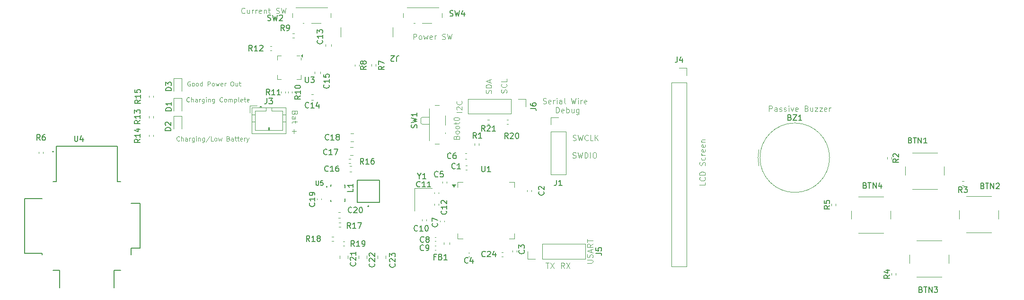
<source format=gbr>
%TF.GenerationSoftware,KiCad,Pcbnew,9.0.0*%
%TF.CreationDate,2025-08-15T01:25:27+03:00*%
%TF.ProjectId,Handheld,48616e64-6865-46c6-942e-6b696361645f,rev?*%
%TF.SameCoordinates,Original*%
%TF.FileFunction,Legend,Top*%
%TF.FilePolarity,Positive*%
%FSLAX46Y46*%
G04 Gerber Fmt 4.6, Leading zero omitted, Abs format (unit mm)*
G04 Created by KiCad (PCBNEW 9.0.0) date 2025-08-15 01:25:27*
%MOMM*%
%LPD*%
G01*
G04 APERTURE LIST*
%ADD10C,0.100000*%
%ADD11C,0.150000*%
%ADD12C,0.120000*%
%ADD13C,0.127000*%
%ADD14C,0.200000*%
G04 APERTURE END LIST*
D10*
X144004008Y-106747777D02*
X143670675Y-106271586D01*
X143432580Y-106747777D02*
X143432580Y-105747777D01*
X143432580Y-105747777D02*
X143813532Y-105747777D01*
X143813532Y-105747777D02*
X143908770Y-105795396D01*
X143908770Y-105795396D02*
X143956389Y-105843015D01*
X143956389Y-105843015D02*
X144004008Y-105938253D01*
X144004008Y-105938253D02*
X144004008Y-106081110D01*
X144004008Y-106081110D02*
X143956389Y-106176348D01*
X143956389Y-106176348D02*
X143908770Y-106223967D01*
X143908770Y-106223967D02*
X143813532Y-106271586D01*
X143813532Y-106271586D02*
X143432580Y-106271586D01*
X144337342Y-105747777D02*
X145004008Y-106747777D01*
X145004008Y-105747777D02*
X144337342Y-106747777D01*
X145506265Y-86874800D02*
X145649122Y-86922419D01*
X145649122Y-86922419D02*
X145887217Y-86922419D01*
X145887217Y-86922419D02*
X145982455Y-86874800D01*
X145982455Y-86874800D02*
X146030074Y-86827180D01*
X146030074Y-86827180D02*
X146077693Y-86731942D01*
X146077693Y-86731942D02*
X146077693Y-86636704D01*
X146077693Y-86636704D02*
X146030074Y-86541466D01*
X146030074Y-86541466D02*
X145982455Y-86493847D01*
X145982455Y-86493847D02*
X145887217Y-86446228D01*
X145887217Y-86446228D02*
X145696741Y-86398609D01*
X145696741Y-86398609D02*
X145601503Y-86350990D01*
X145601503Y-86350990D02*
X145553884Y-86303371D01*
X145553884Y-86303371D02*
X145506265Y-86208133D01*
X145506265Y-86208133D02*
X145506265Y-86112895D01*
X145506265Y-86112895D02*
X145553884Y-86017657D01*
X145553884Y-86017657D02*
X145601503Y-85970038D01*
X145601503Y-85970038D02*
X145696741Y-85922419D01*
X145696741Y-85922419D02*
X145934836Y-85922419D01*
X145934836Y-85922419D02*
X146077693Y-85970038D01*
X146411027Y-85922419D02*
X146649122Y-86922419D01*
X146649122Y-86922419D02*
X146839598Y-86208133D01*
X146839598Y-86208133D02*
X147030074Y-86922419D01*
X147030074Y-86922419D02*
X147268170Y-85922419D01*
X147649122Y-86922419D02*
X147649122Y-85922419D01*
X147649122Y-85922419D02*
X147887217Y-85922419D01*
X147887217Y-85922419D02*
X148030074Y-85970038D01*
X148030074Y-85970038D02*
X148125312Y-86065276D01*
X148125312Y-86065276D02*
X148172931Y-86160514D01*
X148172931Y-86160514D02*
X148220550Y-86350990D01*
X148220550Y-86350990D02*
X148220550Y-86493847D01*
X148220550Y-86493847D02*
X148172931Y-86684323D01*
X148172931Y-86684323D02*
X148125312Y-86779561D01*
X148125312Y-86779561D02*
X148030074Y-86874800D01*
X148030074Y-86874800D02*
X147887217Y-86922419D01*
X147887217Y-86922419D02*
X147649122Y-86922419D01*
X148649122Y-86922419D02*
X148649122Y-85922419D01*
X149315788Y-85922419D02*
X149506264Y-85922419D01*
X149506264Y-85922419D02*
X149601502Y-85970038D01*
X149601502Y-85970038D02*
X149696740Y-86065276D01*
X149696740Y-86065276D02*
X149744359Y-86255752D01*
X149744359Y-86255752D02*
X149744359Y-86589085D01*
X149744359Y-86589085D02*
X149696740Y-86779561D01*
X149696740Y-86779561D02*
X149601502Y-86874800D01*
X149601502Y-86874800D02*
X149506264Y-86922419D01*
X149506264Y-86922419D02*
X149315788Y-86922419D01*
X149315788Y-86922419D02*
X149220550Y-86874800D01*
X149220550Y-86874800D02*
X149125312Y-86779561D01*
X149125312Y-86779561D02*
X149077693Y-86589085D01*
X149077693Y-86589085D02*
X149077693Y-86255752D01*
X149077693Y-86255752D02*
X149125312Y-86065276D01*
X149125312Y-86065276D02*
X149220550Y-85970038D01*
X149220550Y-85970038D02*
X149315788Y-85922419D01*
X124677305Y-83188140D02*
X124724924Y-83045283D01*
X124724924Y-83045283D02*
X124772543Y-82997664D01*
X124772543Y-82997664D02*
X124867781Y-82950045D01*
X124867781Y-82950045D02*
X125010638Y-82950045D01*
X125010638Y-82950045D02*
X125105876Y-82997664D01*
X125105876Y-82997664D02*
X125153496Y-83045283D01*
X125153496Y-83045283D02*
X125201115Y-83140521D01*
X125201115Y-83140521D02*
X125201115Y-83521473D01*
X125201115Y-83521473D02*
X124201115Y-83521473D01*
X124201115Y-83521473D02*
X124201115Y-83188140D01*
X124201115Y-83188140D02*
X124248734Y-83092902D01*
X124248734Y-83092902D02*
X124296353Y-83045283D01*
X124296353Y-83045283D02*
X124391591Y-82997664D01*
X124391591Y-82997664D02*
X124486829Y-82997664D01*
X124486829Y-82997664D02*
X124582067Y-83045283D01*
X124582067Y-83045283D02*
X124629686Y-83092902D01*
X124629686Y-83092902D02*
X124677305Y-83188140D01*
X124677305Y-83188140D02*
X124677305Y-83521473D01*
X125201115Y-82378616D02*
X125153496Y-82473854D01*
X125153496Y-82473854D02*
X125105876Y-82521473D01*
X125105876Y-82521473D02*
X125010638Y-82569092D01*
X125010638Y-82569092D02*
X124724924Y-82569092D01*
X124724924Y-82569092D02*
X124629686Y-82521473D01*
X124629686Y-82521473D02*
X124582067Y-82473854D01*
X124582067Y-82473854D02*
X124534448Y-82378616D01*
X124534448Y-82378616D02*
X124534448Y-82235759D01*
X124534448Y-82235759D02*
X124582067Y-82140521D01*
X124582067Y-82140521D02*
X124629686Y-82092902D01*
X124629686Y-82092902D02*
X124724924Y-82045283D01*
X124724924Y-82045283D02*
X125010638Y-82045283D01*
X125010638Y-82045283D02*
X125105876Y-82092902D01*
X125105876Y-82092902D02*
X125153496Y-82140521D01*
X125153496Y-82140521D02*
X125201115Y-82235759D01*
X125201115Y-82235759D02*
X125201115Y-82378616D01*
X125201115Y-81473854D02*
X125153496Y-81569092D01*
X125153496Y-81569092D02*
X125105876Y-81616711D01*
X125105876Y-81616711D02*
X125010638Y-81664330D01*
X125010638Y-81664330D02*
X124724924Y-81664330D01*
X124724924Y-81664330D02*
X124629686Y-81616711D01*
X124629686Y-81616711D02*
X124582067Y-81569092D01*
X124582067Y-81569092D02*
X124534448Y-81473854D01*
X124534448Y-81473854D02*
X124534448Y-81330997D01*
X124534448Y-81330997D02*
X124582067Y-81235759D01*
X124582067Y-81235759D02*
X124629686Y-81188140D01*
X124629686Y-81188140D02*
X124724924Y-81140521D01*
X124724924Y-81140521D02*
X125010638Y-81140521D01*
X125010638Y-81140521D02*
X125105876Y-81188140D01*
X125105876Y-81188140D02*
X125153496Y-81235759D01*
X125153496Y-81235759D02*
X125201115Y-81330997D01*
X125201115Y-81330997D02*
X125201115Y-81473854D01*
X124534448Y-80854806D02*
X124534448Y-80473854D01*
X124201115Y-80711949D02*
X125058257Y-80711949D01*
X125058257Y-80711949D02*
X125153496Y-80664330D01*
X125153496Y-80664330D02*
X125201115Y-80569092D01*
X125201115Y-80569092D02*
X125201115Y-80473854D01*
X124201115Y-79950044D02*
X124201115Y-79854806D01*
X124201115Y-79854806D02*
X124248734Y-79759568D01*
X124248734Y-79759568D02*
X124296353Y-79711949D01*
X124296353Y-79711949D02*
X124391591Y-79664330D01*
X124391591Y-79664330D02*
X124582067Y-79616711D01*
X124582067Y-79616711D02*
X124820162Y-79616711D01*
X124820162Y-79616711D02*
X125010638Y-79664330D01*
X125010638Y-79664330D02*
X125105876Y-79711949D01*
X125105876Y-79711949D02*
X125153496Y-79759568D01*
X125153496Y-79759568D02*
X125201115Y-79854806D01*
X125201115Y-79854806D02*
X125201115Y-79950044D01*
X125201115Y-79950044D02*
X125153496Y-80045282D01*
X125153496Y-80045282D02*
X125105876Y-80092901D01*
X125105876Y-80092901D02*
X125010638Y-80140520D01*
X125010638Y-80140520D02*
X124820162Y-80188139D01*
X124820162Y-80188139D02*
X124582067Y-80188139D01*
X124582067Y-80188139D02*
X124391591Y-80140520D01*
X124391591Y-80140520D02*
X124296353Y-80092901D01*
X124296353Y-80092901D02*
X124248734Y-80045282D01*
X124248734Y-80045282D02*
X124201115Y-79950044D01*
X180632580Y-78547777D02*
X180632580Y-77547777D01*
X180632580Y-77547777D02*
X181013532Y-77547777D01*
X181013532Y-77547777D02*
X181108770Y-77595396D01*
X181108770Y-77595396D02*
X181156389Y-77643015D01*
X181156389Y-77643015D02*
X181204008Y-77738253D01*
X181204008Y-77738253D02*
X181204008Y-77881110D01*
X181204008Y-77881110D02*
X181156389Y-77976348D01*
X181156389Y-77976348D02*
X181108770Y-78023967D01*
X181108770Y-78023967D02*
X181013532Y-78071586D01*
X181013532Y-78071586D02*
X180632580Y-78071586D01*
X182061151Y-78547777D02*
X182061151Y-78023967D01*
X182061151Y-78023967D02*
X182013532Y-77928729D01*
X182013532Y-77928729D02*
X181918294Y-77881110D01*
X181918294Y-77881110D02*
X181727818Y-77881110D01*
X181727818Y-77881110D02*
X181632580Y-77928729D01*
X182061151Y-78500158D02*
X181965913Y-78547777D01*
X181965913Y-78547777D02*
X181727818Y-78547777D01*
X181727818Y-78547777D02*
X181632580Y-78500158D01*
X181632580Y-78500158D02*
X181584961Y-78404919D01*
X181584961Y-78404919D02*
X181584961Y-78309681D01*
X181584961Y-78309681D02*
X181632580Y-78214443D01*
X181632580Y-78214443D02*
X181727818Y-78166824D01*
X181727818Y-78166824D02*
X181965913Y-78166824D01*
X181965913Y-78166824D02*
X182061151Y-78119205D01*
X182489723Y-78500158D02*
X182584961Y-78547777D01*
X182584961Y-78547777D02*
X182775437Y-78547777D01*
X182775437Y-78547777D02*
X182870675Y-78500158D01*
X182870675Y-78500158D02*
X182918294Y-78404919D01*
X182918294Y-78404919D02*
X182918294Y-78357300D01*
X182918294Y-78357300D02*
X182870675Y-78262062D01*
X182870675Y-78262062D02*
X182775437Y-78214443D01*
X182775437Y-78214443D02*
X182632580Y-78214443D01*
X182632580Y-78214443D02*
X182537342Y-78166824D01*
X182537342Y-78166824D02*
X182489723Y-78071586D01*
X182489723Y-78071586D02*
X182489723Y-78023967D01*
X182489723Y-78023967D02*
X182537342Y-77928729D01*
X182537342Y-77928729D02*
X182632580Y-77881110D01*
X182632580Y-77881110D02*
X182775437Y-77881110D01*
X182775437Y-77881110D02*
X182870675Y-77928729D01*
X183299247Y-78500158D02*
X183394485Y-78547777D01*
X183394485Y-78547777D02*
X183584961Y-78547777D01*
X183584961Y-78547777D02*
X183680199Y-78500158D01*
X183680199Y-78500158D02*
X183727818Y-78404919D01*
X183727818Y-78404919D02*
X183727818Y-78357300D01*
X183727818Y-78357300D02*
X183680199Y-78262062D01*
X183680199Y-78262062D02*
X183584961Y-78214443D01*
X183584961Y-78214443D02*
X183442104Y-78214443D01*
X183442104Y-78214443D02*
X183346866Y-78166824D01*
X183346866Y-78166824D02*
X183299247Y-78071586D01*
X183299247Y-78071586D02*
X183299247Y-78023967D01*
X183299247Y-78023967D02*
X183346866Y-77928729D01*
X183346866Y-77928729D02*
X183442104Y-77881110D01*
X183442104Y-77881110D02*
X183584961Y-77881110D01*
X183584961Y-77881110D02*
X183680199Y-77928729D01*
X184156390Y-78547777D02*
X184156390Y-77881110D01*
X184156390Y-77547777D02*
X184108771Y-77595396D01*
X184108771Y-77595396D02*
X184156390Y-77643015D01*
X184156390Y-77643015D02*
X184204009Y-77595396D01*
X184204009Y-77595396D02*
X184156390Y-77547777D01*
X184156390Y-77547777D02*
X184156390Y-77643015D01*
X184537342Y-77881110D02*
X184775437Y-78547777D01*
X184775437Y-78547777D02*
X185013532Y-77881110D01*
X185775437Y-78500158D02*
X185680199Y-78547777D01*
X185680199Y-78547777D02*
X185489723Y-78547777D01*
X185489723Y-78547777D02*
X185394485Y-78500158D01*
X185394485Y-78500158D02*
X185346866Y-78404919D01*
X185346866Y-78404919D02*
X185346866Y-78023967D01*
X185346866Y-78023967D02*
X185394485Y-77928729D01*
X185394485Y-77928729D02*
X185489723Y-77881110D01*
X185489723Y-77881110D02*
X185680199Y-77881110D01*
X185680199Y-77881110D02*
X185775437Y-77928729D01*
X185775437Y-77928729D02*
X185823056Y-78023967D01*
X185823056Y-78023967D02*
X185823056Y-78119205D01*
X185823056Y-78119205D02*
X185346866Y-78214443D01*
X187346866Y-78023967D02*
X187489723Y-78071586D01*
X187489723Y-78071586D02*
X187537342Y-78119205D01*
X187537342Y-78119205D02*
X187584961Y-78214443D01*
X187584961Y-78214443D02*
X187584961Y-78357300D01*
X187584961Y-78357300D02*
X187537342Y-78452538D01*
X187537342Y-78452538D02*
X187489723Y-78500158D01*
X187489723Y-78500158D02*
X187394485Y-78547777D01*
X187394485Y-78547777D02*
X187013533Y-78547777D01*
X187013533Y-78547777D02*
X187013533Y-77547777D01*
X187013533Y-77547777D02*
X187346866Y-77547777D01*
X187346866Y-77547777D02*
X187442104Y-77595396D01*
X187442104Y-77595396D02*
X187489723Y-77643015D01*
X187489723Y-77643015D02*
X187537342Y-77738253D01*
X187537342Y-77738253D02*
X187537342Y-77833491D01*
X187537342Y-77833491D02*
X187489723Y-77928729D01*
X187489723Y-77928729D02*
X187442104Y-77976348D01*
X187442104Y-77976348D02*
X187346866Y-78023967D01*
X187346866Y-78023967D02*
X187013533Y-78023967D01*
X188442104Y-77881110D02*
X188442104Y-78547777D01*
X188013533Y-77881110D02*
X188013533Y-78404919D01*
X188013533Y-78404919D02*
X188061152Y-78500158D01*
X188061152Y-78500158D02*
X188156390Y-78547777D01*
X188156390Y-78547777D02*
X188299247Y-78547777D01*
X188299247Y-78547777D02*
X188394485Y-78500158D01*
X188394485Y-78500158D02*
X188442104Y-78452538D01*
X188823057Y-77881110D02*
X189346866Y-77881110D01*
X189346866Y-77881110D02*
X188823057Y-78547777D01*
X188823057Y-78547777D02*
X189346866Y-78547777D01*
X189632581Y-77881110D02*
X190156390Y-77881110D01*
X190156390Y-77881110D02*
X189632581Y-78547777D01*
X189632581Y-78547777D02*
X190156390Y-78547777D01*
X190918295Y-78500158D02*
X190823057Y-78547777D01*
X190823057Y-78547777D02*
X190632581Y-78547777D01*
X190632581Y-78547777D02*
X190537343Y-78500158D01*
X190537343Y-78500158D02*
X190489724Y-78404919D01*
X190489724Y-78404919D02*
X190489724Y-78023967D01*
X190489724Y-78023967D02*
X190537343Y-77928729D01*
X190537343Y-77928729D02*
X190632581Y-77881110D01*
X190632581Y-77881110D02*
X190823057Y-77881110D01*
X190823057Y-77881110D02*
X190918295Y-77928729D01*
X190918295Y-77928729D02*
X190965914Y-78023967D01*
X190965914Y-78023967D02*
X190965914Y-78119205D01*
X190965914Y-78119205D02*
X190489724Y-78214443D01*
X191394486Y-78547777D02*
X191394486Y-77881110D01*
X191394486Y-78071586D02*
X191442105Y-77976348D01*
X191442105Y-77976348D02*
X191489724Y-77928729D01*
X191489724Y-77928729D02*
X191584962Y-77881110D01*
X191584962Y-77881110D02*
X191680200Y-77881110D01*
X125701115Y-78701473D02*
X124701115Y-78701473D01*
X124796353Y-78272902D02*
X124748734Y-78225283D01*
X124748734Y-78225283D02*
X124701115Y-78130045D01*
X124701115Y-78130045D02*
X124701115Y-77891950D01*
X124701115Y-77891950D02*
X124748734Y-77796712D01*
X124748734Y-77796712D02*
X124796353Y-77749093D01*
X124796353Y-77749093D02*
X124891591Y-77701474D01*
X124891591Y-77701474D02*
X124986829Y-77701474D01*
X124986829Y-77701474D02*
X125129686Y-77749093D01*
X125129686Y-77749093D02*
X125701115Y-78320521D01*
X125701115Y-78320521D02*
X125701115Y-77701474D01*
X125605876Y-76701474D02*
X125653496Y-76749093D01*
X125653496Y-76749093D02*
X125701115Y-76891950D01*
X125701115Y-76891950D02*
X125701115Y-76987188D01*
X125701115Y-76987188D02*
X125653496Y-77130045D01*
X125653496Y-77130045D02*
X125558257Y-77225283D01*
X125558257Y-77225283D02*
X125463019Y-77272902D01*
X125463019Y-77272902D02*
X125272543Y-77320521D01*
X125272543Y-77320521D02*
X125129686Y-77320521D01*
X125129686Y-77320521D02*
X124939210Y-77272902D01*
X124939210Y-77272902D02*
X124843972Y-77225283D01*
X124843972Y-77225283D02*
X124748734Y-77130045D01*
X124748734Y-77130045D02*
X124701115Y-76987188D01*
X124701115Y-76987188D02*
X124701115Y-76891950D01*
X124701115Y-76891950D02*
X124748734Y-76749093D01*
X124748734Y-76749093D02*
X124796353Y-76701474D01*
X140184961Y-77140214D02*
X140327818Y-77187833D01*
X140327818Y-77187833D02*
X140565913Y-77187833D01*
X140565913Y-77187833D02*
X140661151Y-77140214D01*
X140661151Y-77140214D02*
X140708770Y-77092594D01*
X140708770Y-77092594D02*
X140756389Y-76997356D01*
X140756389Y-76997356D02*
X140756389Y-76902118D01*
X140756389Y-76902118D02*
X140708770Y-76806880D01*
X140708770Y-76806880D02*
X140661151Y-76759261D01*
X140661151Y-76759261D02*
X140565913Y-76711642D01*
X140565913Y-76711642D02*
X140375437Y-76664023D01*
X140375437Y-76664023D02*
X140280199Y-76616404D01*
X140280199Y-76616404D02*
X140232580Y-76568785D01*
X140232580Y-76568785D02*
X140184961Y-76473547D01*
X140184961Y-76473547D02*
X140184961Y-76378309D01*
X140184961Y-76378309D02*
X140232580Y-76283071D01*
X140232580Y-76283071D02*
X140280199Y-76235452D01*
X140280199Y-76235452D02*
X140375437Y-76187833D01*
X140375437Y-76187833D02*
X140613532Y-76187833D01*
X140613532Y-76187833D02*
X140756389Y-76235452D01*
X141565913Y-77140214D02*
X141470675Y-77187833D01*
X141470675Y-77187833D02*
X141280199Y-77187833D01*
X141280199Y-77187833D02*
X141184961Y-77140214D01*
X141184961Y-77140214D02*
X141137342Y-77044975D01*
X141137342Y-77044975D02*
X141137342Y-76664023D01*
X141137342Y-76664023D02*
X141184961Y-76568785D01*
X141184961Y-76568785D02*
X141280199Y-76521166D01*
X141280199Y-76521166D02*
X141470675Y-76521166D01*
X141470675Y-76521166D02*
X141565913Y-76568785D01*
X141565913Y-76568785D02*
X141613532Y-76664023D01*
X141613532Y-76664023D02*
X141613532Y-76759261D01*
X141613532Y-76759261D02*
X141137342Y-76854499D01*
X142042104Y-77187833D02*
X142042104Y-76521166D01*
X142042104Y-76711642D02*
X142089723Y-76616404D01*
X142089723Y-76616404D02*
X142137342Y-76568785D01*
X142137342Y-76568785D02*
X142232580Y-76521166D01*
X142232580Y-76521166D02*
X142327818Y-76521166D01*
X142661152Y-77187833D02*
X142661152Y-76521166D01*
X142661152Y-76187833D02*
X142613533Y-76235452D01*
X142613533Y-76235452D02*
X142661152Y-76283071D01*
X142661152Y-76283071D02*
X142708771Y-76235452D01*
X142708771Y-76235452D02*
X142661152Y-76187833D01*
X142661152Y-76187833D02*
X142661152Y-76283071D01*
X143565913Y-77187833D02*
X143565913Y-76664023D01*
X143565913Y-76664023D02*
X143518294Y-76568785D01*
X143518294Y-76568785D02*
X143423056Y-76521166D01*
X143423056Y-76521166D02*
X143232580Y-76521166D01*
X143232580Y-76521166D02*
X143137342Y-76568785D01*
X143565913Y-77140214D02*
X143470675Y-77187833D01*
X143470675Y-77187833D02*
X143232580Y-77187833D01*
X143232580Y-77187833D02*
X143137342Y-77140214D01*
X143137342Y-77140214D02*
X143089723Y-77044975D01*
X143089723Y-77044975D02*
X143089723Y-76949737D01*
X143089723Y-76949737D02*
X143137342Y-76854499D01*
X143137342Y-76854499D02*
X143232580Y-76806880D01*
X143232580Y-76806880D02*
X143470675Y-76806880D01*
X143470675Y-76806880D02*
X143565913Y-76759261D01*
X144184961Y-77187833D02*
X144089723Y-77140214D01*
X144089723Y-77140214D02*
X144042104Y-77044975D01*
X144042104Y-77044975D02*
X144042104Y-76187833D01*
X145232581Y-76187833D02*
X145470676Y-77187833D01*
X145470676Y-77187833D02*
X145661152Y-76473547D01*
X145661152Y-76473547D02*
X145851628Y-77187833D01*
X145851628Y-77187833D02*
X146089724Y-76187833D01*
X146470676Y-77187833D02*
X146470676Y-76521166D01*
X146470676Y-76187833D02*
X146423057Y-76235452D01*
X146423057Y-76235452D02*
X146470676Y-76283071D01*
X146470676Y-76283071D02*
X146518295Y-76235452D01*
X146518295Y-76235452D02*
X146470676Y-76187833D01*
X146470676Y-76187833D02*
X146470676Y-76283071D01*
X146946866Y-77187833D02*
X146946866Y-76521166D01*
X146946866Y-76711642D02*
X146994485Y-76616404D01*
X146994485Y-76616404D02*
X147042104Y-76568785D01*
X147042104Y-76568785D02*
X147137342Y-76521166D01*
X147137342Y-76521166D02*
X147232580Y-76521166D01*
X147946866Y-77140214D02*
X147851628Y-77187833D01*
X147851628Y-77187833D02*
X147661152Y-77187833D01*
X147661152Y-77187833D02*
X147565914Y-77140214D01*
X147565914Y-77140214D02*
X147518295Y-77044975D01*
X147518295Y-77044975D02*
X147518295Y-76664023D01*
X147518295Y-76664023D02*
X147565914Y-76568785D01*
X147565914Y-76568785D02*
X147661152Y-76521166D01*
X147661152Y-76521166D02*
X147851628Y-76521166D01*
X147851628Y-76521166D02*
X147946866Y-76568785D01*
X147946866Y-76568785D02*
X147994485Y-76664023D01*
X147994485Y-76664023D02*
X147994485Y-76759261D01*
X147994485Y-76759261D02*
X147518295Y-76854499D01*
X142518295Y-78797777D02*
X142518295Y-77797777D01*
X142518295Y-77797777D02*
X142756390Y-77797777D01*
X142756390Y-77797777D02*
X142899247Y-77845396D01*
X142899247Y-77845396D02*
X142994485Y-77940634D01*
X142994485Y-77940634D02*
X143042104Y-78035872D01*
X143042104Y-78035872D02*
X143089723Y-78226348D01*
X143089723Y-78226348D02*
X143089723Y-78369205D01*
X143089723Y-78369205D02*
X143042104Y-78559681D01*
X143042104Y-78559681D02*
X142994485Y-78654919D01*
X142994485Y-78654919D02*
X142899247Y-78750158D01*
X142899247Y-78750158D02*
X142756390Y-78797777D01*
X142756390Y-78797777D02*
X142518295Y-78797777D01*
X143899247Y-78750158D02*
X143804009Y-78797777D01*
X143804009Y-78797777D02*
X143613533Y-78797777D01*
X143613533Y-78797777D02*
X143518295Y-78750158D01*
X143518295Y-78750158D02*
X143470676Y-78654919D01*
X143470676Y-78654919D02*
X143470676Y-78273967D01*
X143470676Y-78273967D02*
X143518295Y-78178729D01*
X143518295Y-78178729D02*
X143613533Y-78131110D01*
X143613533Y-78131110D02*
X143804009Y-78131110D01*
X143804009Y-78131110D02*
X143899247Y-78178729D01*
X143899247Y-78178729D02*
X143946866Y-78273967D01*
X143946866Y-78273967D02*
X143946866Y-78369205D01*
X143946866Y-78369205D02*
X143470676Y-78464443D01*
X144375438Y-78797777D02*
X144375438Y-77797777D01*
X144375438Y-78178729D02*
X144470676Y-78131110D01*
X144470676Y-78131110D02*
X144661152Y-78131110D01*
X144661152Y-78131110D02*
X144756390Y-78178729D01*
X144756390Y-78178729D02*
X144804009Y-78226348D01*
X144804009Y-78226348D02*
X144851628Y-78321586D01*
X144851628Y-78321586D02*
X144851628Y-78607300D01*
X144851628Y-78607300D02*
X144804009Y-78702538D01*
X144804009Y-78702538D02*
X144756390Y-78750158D01*
X144756390Y-78750158D02*
X144661152Y-78797777D01*
X144661152Y-78797777D02*
X144470676Y-78797777D01*
X144470676Y-78797777D02*
X144375438Y-78750158D01*
X145708771Y-78131110D02*
X145708771Y-78797777D01*
X145280200Y-78131110D02*
X145280200Y-78654919D01*
X145280200Y-78654919D02*
X145327819Y-78750158D01*
X145327819Y-78750158D02*
X145423057Y-78797777D01*
X145423057Y-78797777D02*
X145565914Y-78797777D01*
X145565914Y-78797777D02*
X145661152Y-78750158D01*
X145661152Y-78750158D02*
X145708771Y-78702538D01*
X146613533Y-78131110D02*
X146613533Y-78940634D01*
X146613533Y-78940634D02*
X146565914Y-79035872D01*
X146565914Y-79035872D02*
X146518295Y-79083491D01*
X146518295Y-79083491D02*
X146423057Y-79131110D01*
X146423057Y-79131110D02*
X146280200Y-79131110D01*
X146280200Y-79131110D02*
X146184962Y-79083491D01*
X146613533Y-78750158D02*
X146518295Y-78797777D01*
X146518295Y-78797777D02*
X146327819Y-78797777D01*
X146327819Y-78797777D02*
X146232581Y-78750158D01*
X146232581Y-78750158D02*
X146184962Y-78702538D01*
X146184962Y-78702538D02*
X146137343Y-78607300D01*
X146137343Y-78607300D02*
X146137343Y-78321586D01*
X146137343Y-78321586D02*
X146184962Y-78226348D01*
X146184962Y-78226348D02*
X146232581Y-78178729D01*
X146232581Y-78178729D02*
X146327819Y-78131110D01*
X146327819Y-78131110D02*
X146518295Y-78131110D01*
X146518295Y-78131110D02*
X146613533Y-78178729D01*
X77025312Y-73234990D02*
X76949122Y-73196895D01*
X76949122Y-73196895D02*
X76834836Y-73196895D01*
X76834836Y-73196895D02*
X76720550Y-73234990D01*
X76720550Y-73234990D02*
X76644360Y-73311180D01*
X76644360Y-73311180D02*
X76606265Y-73387371D01*
X76606265Y-73387371D02*
X76568169Y-73539752D01*
X76568169Y-73539752D02*
X76568169Y-73654038D01*
X76568169Y-73654038D02*
X76606265Y-73806419D01*
X76606265Y-73806419D02*
X76644360Y-73882609D01*
X76644360Y-73882609D02*
X76720550Y-73958800D01*
X76720550Y-73958800D02*
X76834836Y-73996895D01*
X76834836Y-73996895D02*
X76911027Y-73996895D01*
X76911027Y-73996895D02*
X77025312Y-73958800D01*
X77025312Y-73958800D02*
X77063408Y-73920704D01*
X77063408Y-73920704D02*
X77063408Y-73654038D01*
X77063408Y-73654038D02*
X76911027Y-73654038D01*
X77520550Y-73996895D02*
X77444360Y-73958800D01*
X77444360Y-73958800D02*
X77406265Y-73920704D01*
X77406265Y-73920704D02*
X77368169Y-73844514D01*
X77368169Y-73844514D02*
X77368169Y-73615942D01*
X77368169Y-73615942D02*
X77406265Y-73539752D01*
X77406265Y-73539752D02*
X77444360Y-73501657D01*
X77444360Y-73501657D02*
X77520550Y-73463561D01*
X77520550Y-73463561D02*
X77634836Y-73463561D01*
X77634836Y-73463561D02*
X77711027Y-73501657D01*
X77711027Y-73501657D02*
X77749122Y-73539752D01*
X77749122Y-73539752D02*
X77787217Y-73615942D01*
X77787217Y-73615942D02*
X77787217Y-73844514D01*
X77787217Y-73844514D02*
X77749122Y-73920704D01*
X77749122Y-73920704D02*
X77711027Y-73958800D01*
X77711027Y-73958800D02*
X77634836Y-73996895D01*
X77634836Y-73996895D02*
X77520550Y-73996895D01*
X78244360Y-73996895D02*
X78168170Y-73958800D01*
X78168170Y-73958800D02*
X78130075Y-73920704D01*
X78130075Y-73920704D02*
X78091979Y-73844514D01*
X78091979Y-73844514D02*
X78091979Y-73615942D01*
X78091979Y-73615942D02*
X78130075Y-73539752D01*
X78130075Y-73539752D02*
X78168170Y-73501657D01*
X78168170Y-73501657D02*
X78244360Y-73463561D01*
X78244360Y-73463561D02*
X78358646Y-73463561D01*
X78358646Y-73463561D02*
X78434837Y-73501657D01*
X78434837Y-73501657D02*
X78472932Y-73539752D01*
X78472932Y-73539752D02*
X78511027Y-73615942D01*
X78511027Y-73615942D02*
X78511027Y-73844514D01*
X78511027Y-73844514D02*
X78472932Y-73920704D01*
X78472932Y-73920704D02*
X78434837Y-73958800D01*
X78434837Y-73958800D02*
X78358646Y-73996895D01*
X78358646Y-73996895D02*
X78244360Y-73996895D01*
X79196742Y-73996895D02*
X79196742Y-73196895D01*
X79196742Y-73958800D02*
X79120551Y-73996895D01*
X79120551Y-73996895D02*
X78968170Y-73996895D01*
X78968170Y-73996895D02*
X78891980Y-73958800D01*
X78891980Y-73958800D02*
X78853885Y-73920704D01*
X78853885Y-73920704D02*
X78815789Y-73844514D01*
X78815789Y-73844514D02*
X78815789Y-73615942D01*
X78815789Y-73615942D02*
X78853885Y-73539752D01*
X78853885Y-73539752D02*
X78891980Y-73501657D01*
X78891980Y-73501657D02*
X78968170Y-73463561D01*
X78968170Y-73463561D02*
X79120551Y-73463561D01*
X79120551Y-73463561D02*
X79196742Y-73501657D01*
X80187219Y-73996895D02*
X80187219Y-73196895D01*
X80187219Y-73196895D02*
X80491981Y-73196895D01*
X80491981Y-73196895D02*
X80568171Y-73234990D01*
X80568171Y-73234990D02*
X80606266Y-73273085D01*
X80606266Y-73273085D02*
X80644362Y-73349276D01*
X80644362Y-73349276D02*
X80644362Y-73463561D01*
X80644362Y-73463561D02*
X80606266Y-73539752D01*
X80606266Y-73539752D02*
X80568171Y-73577847D01*
X80568171Y-73577847D02*
X80491981Y-73615942D01*
X80491981Y-73615942D02*
X80187219Y-73615942D01*
X81101504Y-73996895D02*
X81025314Y-73958800D01*
X81025314Y-73958800D02*
X80987219Y-73920704D01*
X80987219Y-73920704D02*
X80949123Y-73844514D01*
X80949123Y-73844514D02*
X80949123Y-73615942D01*
X80949123Y-73615942D02*
X80987219Y-73539752D01*
X80987219Y-73539752D02*
X81025314Y-73501657D01*
X81025314Y-73501657D02*
X81101504Y-73463561D01*
X81101504Y-73463561D02*
X81215790Y-73463561D01*
X81215790Y-73463561D02*
X81291981Y-73501657D01*
X81291981Y-73501657D02*
X81330076Y-73539752D01*
X81330076Y-73539752D02*
X81368171Y-73615942D01*
X81368171Y-73615942D02*
X81368171Y-73844514D01*
X81368171Y-73844514D02*
X81330076Y-73920704D01*
X81330076Y-73920704D02*
X81291981Y-73958800D01*
X81291981Y-73958800D02*
X81215790Y-73996895D01*
X81215790Y-73996895D02*
X81101504Y-73996895D01*
X81634838Y-73463561D02*
X81787219Y-73996895D01*
X81787219Y-73996895D02*
X81939600Y-73615942D01*
X81939600Y-73615942D02*
X82091981Y-73996895D01*
X82091981Y-73996895D02*
X82244362Y-73463561D01*
X82853886Y-73958800D02*
X82777695Y-73996895D01*
X82777695Y-73996895D02*
X82625314Y-73996895D01*
X82625314Y-73996895D02*
X82549124Y-73958800D01*
X82549124Y-73958800D02*
X82511028Y-73882609D01*
X82511028Y-73882609D02*
X82511028Y-73577847D01*
X82511028Y-73577847D02*
X82549124Y-73501657D01*
X82549124Y-73501657D02*
X82625314Y-73463561D01*
X82625314Y-73463561D02*
X82777695Y-73463561D01*
X82777695Y-73463561D02*
X82853886Y-73501657D01*
X82853886Y-73501657D02*
X82891981Y-73577847D01*
X82891981Y-73577847D02*
X82891981Y-73654038D01*
X82891981Y-73654038D02*
X82511028Y-73730228D01*
X83234838Y-73996895D02*
X83234838Y-73463561D01*
X83234838Y-73615942D02*
X83272933Y-73539752D01*
X83272933Y-73539752D02*
X83311028Y-73501657D01*
X83311028Y-73501657D02*
X83387219Y-73463561D01*
X83387219Y-73463561D02*
X83463409Y-73463561D01*
X84491981Y-73196895D02*
X84644362Y-73196895D01*
X84644362Y-73196895D02*
X84720552Y-73234990D01*
X84720552Y-73234990D02*
X84796743Y-73311180D01*
X84796743Y-73311180D02*
X84834838Y-73463561D01*
X84834838Y-73463561D02*
X84834838Y-73730228D01*
X84834838Y-73730228D02*
X84796743Y-73882609D01*
X84796743Y-73882609D02*
X84720552Y-73958800D01*
X84720552Y-73958800D02*
X84644362Y-73996895D01*
X84644362Y-73996895D02*
X84491981Y-73996895D01*
X84491981Y-73996895D02*
X84415790Y-73958800D01*
X84415790Y-73958800D02*
X84339600Y-73882609D01*
X84339600Y-73882609D02*
X84301504Y-73730228D01*
X84301504Y-73730228D02*
X84301504Y-73463561D01*
X84301504Y-73463561D02*
X84339600Y-73311180D01*
X84339600Y-73311180D02*
X84415790Y-73234990D01*
X84415790Y-73234990D02*
X84491981Y-73196895D01*
X85520552Y-73463561D02*
X85520552Y-73996895D01*
X85177695Y-73463561D02*
X85177695Y-73882609D01*
X85177695Y-73882609D02*
X85215790Y-73958800D01*
X85215790Y-73958800D02*
X85291980Y-73996895D01*
X85291980Y-73996895D02*
X85406266Y-73996895D01*
X85406266Y-73996895D02*
X85482457Y-73958800D01*
X85482457Y-73958800D02*
X85520552Y-73920704D01*
X85787219Y-73463561D02*
X86091981Y-73463561D01*
X85901505Y-73196895D02*
X85901505Y-73882609D01*
X85901505Y-73882609D02*
X85939600Y-73958800D01*
X85939600Y-73958800D02*
X86015790Y-73996895D01*
X86015790Y-73996895D02*
X86091981Y-73996895D01*
X117003884Y-65622419D02*
X117003884Y-64622419D01*
X117003884Y-64622419D02*
X117384836Y-64622419D01*
X117384836Y-64622419D02*
X117480074Y-64670038D01*
X117480074Y-64670038D02*
X117527693Y-64717657D01*
X117527693Y-64717657D02*
X117575312Y-64812895D01*
X117575312Y-64812895D02*
X117575312Y-64955752D01*
X117575312Y-64955752D02*
X117527693Y-65050990D01*
X117527693Y-65050990D02*
X117480074Y-65098609D01*
X117480074Y-65098609D02*
X117384836Y-65146228D01*
X117384836Y-65146228D02*
X117003884Y-65146228D01*
X118146741Y-65622419D02*
X118051503Y-65574800D01*
X118051503Y-65574800D02*
X118003884Y-65527180D01*
X118003884Y-65527180D02*
X117956265Y-65431942D01*
X117956265Y-65431942D02*
X117956265Y-65146228D01*
X117956265Y-65146228D02*
X118003884Y-65050990D01*
X118003884Y-65050990D02*
X118051503Y-65003371D01*
X118051503Y-65003371D02*
X118146741Y-64955752D01*
X118146741Y-64955752D02*
X118289598Y-64955752D01*
X118289598Y-64955752D02*
X118384836Y-65003371D01*
X118384836Y-65003371D02*
X118432455Y-65050990D01*
X118432455Y-65050990D02*
X118480074Y-65146228D01*
X118480074Y-65146228D02*
X118480074Y-65431942D01*
X118480074Y-65431942D02*
X118432455Y-65527180D01*
X118432455Y-65527180D02*
X118384836Y-65574800D01*
X118384836Y-65574800D02*
X118289598Y-65622419D01*
X118289598Y-65622419D02*
X118146741Y-65622419D01*
X118813408Y-64955752D02*
X119003884Y-65622419D01*
X119003884Y-65622419D02*
X119194360Y-65146228D01*
X119194360Y-65146228D02*
X119384836Y-65622419D01*
X119384836Y-65622419D02*
X119575312Y-64955752D01*
X120337217Y-65574800D02*
X120241979Y-65622419D01*
X120241979Y-65622419D02*
X120051503Y-65622419D01*
X120051503Y-65622419D02*
X119956265Y-65574800D01*
X119956265Y-65574800D02*
X119908646Y-65479561D01*
X119908646Y-65479561D02*
X119908646Y-65098609D01*
X119908646Y-65098609D02*
X119956265Y-65003371D01*
X119956265Y-65003371D02*
X120051503Y-64955752D01*
X120051503Y-64955752D02*
X120241979Y-64955752D01*
X120241979Y-64955752D02*
X120337217Y-65003371D01*
X120337217Y-65003371D02*
X120384836Y-65098609D01*
X120384836Y-65098609D02*
X120384836Y-65193847D01*
X120384836Y-65193847D02*
X119908646Y-65289085D01*
X120813408Y-65622419D02*
X120813408Y-64955752D01*
X120813408Y-65146228D02*
X120861027Y-65050990D01*
X120861027Y-65050990D02*
X120908646Y-65003371D01*
X120908646Y-65003371D02*
X121003884Y-64955752D01*
X121003884Y-64955752D02*
X121099122Y-64955752D01*
X122146742Y-65574800D02*
X122289599Y-65622419D01*
X122289599Y-65622419D02*
X122527694Y-65622419D01*
X122527694Y-65622419D02*
X122622932Y-65574800D01*
X122622932Y-65574800D02*
X122670551Y-65527180D01*
X122670551Y-65527180D02*
X122718170Y-65431942D01*
X122718170Y-65431942D02*
X122718170Y-65336704D01*
X122718170Y-65336704D02*
X122670551Y-65241466D01*
X122670551Y-65241466D02*
X122622932Y-65193847D01*
X122622932Y-65193847D02*
X122527694Y-65146228D01*
X122527694Y-65146228D02*
X122337218Y-65098609D01*
X122337218Y-65098609D02*
X122241980Y-65050990D01*
X122241980Y-65050990D02*
X122194361Y-65003371D01*
X122194361Y-65003371D02*
X122146742Y-64908133D01*
X122146742Y-64908133D02*
X122146742Y-64812895D01*
X122146742Y-64812895D02*
X122194361Y-64717657D01*
X122194361Y-64717657D02*
X122241980Y-64670038D01*
X122241980Y-64670038D02*
X122337218Y-64622419D01*
X122337218Y-64622419D02*
X122575313Y-64622419D01*
X122575313Y-64622419D02*
X122718170Y-64670038D01*
X123051504Y-64622419D02*
X123289599Y-65622419D01*
X123289599Y-65622419D02*
X123480075Y-64908133D01*
X123480075Y-64908133D02*
X123670551Y-65622419D01*
X123670551Y-65622419D02*
X123908647Y-64622419D01*
X140689723Y-105747777D02*
X141261151Y-105747777D01*
X140975437Y-106747777D02*
X140975437Y-105747777D01*
X141499247Y-105747777D02*
X142165913Y-106747777D01*
X142165913Y-105747777D02*
X141499247Y-106747777D01*
X76913408Y-76770704D02*
X76875312Y-76808800D01*
X76875312Y-76808800D02*
X76761027Y-76846895D01*
X76761027Y-76846895D02*
X76684836Y-76846895D01*
X76684836Y-76846895D02*
X76570550Y-76808800D01*
X76570550Y-76808800D02*
X76494360Y-76732609D01*
X76494360Y-76732609D02*
X76456265Y-76656419D01*
X76456265Y-76656419D02*
X76418169Y-76504038D01*
X76418169Y-76504038D02*
X76418169Y-76389752D01*
X76418169Y-76389752D02*
X76456265Y-76237371D01*
X76456265Y-76237371D02*
X76494360Y-76161180D01*
X76494360Y-76161180D02*
X76570550Y-76084990D01*
X76570550Y-76084990D02*
X76684836Y-76046895D01*
X76684836Y-76046895D02*
X76761027Y-76046895D01*
X76761027Y-76046895D02*
X76875312Y-76084990D01*
X76875312Y-76084990D02*
X76913408Y-76123085D01*
X77256265Y-76846895D02*
X77256265Y-76046895D01*
X77599122Y-76846895D02*
X77599122Y-76427847D01*
X77599122Y-76427847D02*
X77561027Y-76351657D01*
X77561027Y-76351657D02*
X77484836Y-76313561D01*
X77484836Y-76313561D02*
X77370550Y-76313561D01*
X77370550Y-76313561D02*
X77294360Y-76351657D01*
X77294360Y-76351657D02*
X77256265Y-76389752D01*
X78322932Y-76846895D02*
X78322932Y-76427847D01*
X78322932Y-76427847D02*
X78284837Y-76351657D01*
X78284837Y-76351657D02*
X78208646Y-76313561D01*
X78208646Y-76313561D02*
X78056265Y-76313561D01*
X78056265Y-76313561D02*
X77980075Y-76351657D01*
X78322932Y-76808800D02*
X78246741Y-76846895D01*
X78246741Y-76846895D02*
X78056265Y-76846895D01*
X78056265Y-76846895D02*
X77980075Y-76808800D01*
X77980075Y-76808800D02*
X77941979Y-76732609D01*
X77941979Y-76732609D02*
X77941979Y-76656419D01*
X77941979Y-76656419D02*
X77980075Y-76580228D01*
X77980075Y-76580228D02*
X78056265Y-76542133D01*
X78056265Y-76542133D02*
X78246741Y-76542133D01*
X78246741Y-76542133D02*
X78322932Y-76504038D01*
X78703885Y-76846895D02*
X78703885Y-76313561D01*
X78703885Y-76465942D02*
X78741980Y-76389752D01*
X78741980Y-76389752D02*
X78780075Y-76351657D01*
X78780075Y-76351657D02*
X78856266Y-76313561D01*
X78856266Y-76313561D02*
X78932456Y-76313561D01*
X79541980Y-76313561D02*
X79541980Y-76961180D01*
X79541980Y-76961180D02*
X79503885Y-77037371D01*
X79503885Y-77037371D02*
X79465789Y-77075466D01*
X79465789Y-77075466D02*
X79389599Y-77113561D01*
X79389599Y-77113561D02*
X79275313Y-77113561D01*
X79275313Y-77113561D02*
X79199123Y-77075466D01*
X79541980Y-76808800D02*
X79465789Y-76846895D01*
X79465789Y-76846895D02*
X79313408Y-76846895D01*
X79313408Y-76846895D02*
X79237218Y-76808800D01*
X79237218Y-76808800D02*
X79199123Y-76770704D01*
X79199123Y-76770704D02*
X79161027Y-76694514D01*
X79161027Y-76694514D02*
X79161027Y-76465942D01*
X79161027Y-76465942D02*
X79199123Y-76389752D01*
X79199123Y-76389752D02*
X79237218Y-76351657D01*
X79237218Y-76351657D02*
X79313408Y-76313561D01*
X79313408Y-76313561D02*
X79465789Y-76313561D01*
X79465789Y-76313561D02*
X79541980Y-76351657D01*
X79922933Y-76846895D02*
X79922933Y-76313561D01*
X79922933Y-76046895D02*
X79884837Y-76084990D01*
X79884837Y-76084990D02*
X79922933Y-76123085D01*
X79922933Y-76123085D02*
X79961028Y-76084990D01*
X79961028Y-76084990D02*
X79922933Y-76046895D01*
X79922933Y-76046895D02*
X79922933Y-76123085D01*
X80303885Y-76313561D02*
X80303885Y-76846895D01*
X80303885Y-76389752D02*
X80341980Y-76351657D01*
X80341980Y-76351657D02*
X80418170Y-76313561D01*
X80418170Y-76313561D02*
X80532456Y-76313561D01*
X80532456Y-76313561D02*
X80608647Y-76351657D01*
X80608647Y-76351657D02*
X80646742Y-76427847D01*
X80646742Y-76427847D02*
X80646742Y-76846895D01*
X81370552Y-76313561D02*
X81370552Y-76961180D01*
X81370552Y-76961180D02*
X81332457Y-77037371D01*
X81332457Y-77037371D02*
X81294361Y-77075466D01*
X81294361Y-77075466D02*
X81218171Y-77113561D01*
X81218171Y-77113561D02*
X81103885Y-77113561D01*
X81103885Y-77113561D02*
X81027695Y-77075466D01*
X81370552Y-76808800D02*
X81294361Y-76846895D01*
X81294361Y-76846895D02*
X81141980Y-76846895D01*
X81141980Y-76846895D02*
X81065790Y-76808800D01*
X81065790Y-76808800D02*
X81027695Y-76770704D01*
X81027695Y-76770704D02*
X80989599Y-76694514D01*
X80989599Y-76694514D02*
X80989599Y-76465942D01*
X80989599Y-76465942D02*
X81027695Y-76389752D01*
X81027695Y-76389752D02*
X81065790Y-76351657D01*
X81065790Y-76351657D02*
X81141980Y-76313561D01*
X81141980Y-76313561D02*
X81294361Y-76313561D01*
X81294361Y-76313561D02*
X81370552Y-76351657D01*
X82818172Y-76770704D02*
X82780076Y-76808800D01*
X82780076Y-76808800D02*
X82665791Y-76846895D01*
X82665791Y-76846895D02*
X82589600Y-76846895D01*
X82589600Y-76846895D02*
X82475314Y-76808800D01*
X82475314Y-76808800D02*
X82399124Y-76732609D01*
X82399124Y-76732609D02*
X82361029Y-76656419D01*
X82361029Y-76656419D02*
X82322933Y-76504038D01*
X82322933Y-76504038D02*
X82322933Y-76389752D01*
X82322933Y-76389752D02*
X82361029Y-76237371D01*
X82361029Y-76237371D02*
X82399124Y-76161180D01*
X82399124Y-76161180D02*
X82475314Y-76084990D01*
X82475314Y-76084990D02*
X82589600Y-76046895D01*
X82589600Y-76046895D02*
X82665791Y-76046895D01*
X82665791Y-76046895D02*
X82780076Y-76084990D01*
X82780076Y-76084990D02*
X82818172Y-76123085D01*
X83275314Y-76846895D02*
X83199124Y-76808800D01*
X83199124Y-76808800D02*
X83161029Y-76770704D01*
X83161029Y-76770704D02*
X83122933Y-76694514D01*
X83122933Y-76694514D02*
X83122933Y-76465942D01*
X83122933Y-76465942D02*
X83161029Y-76389752D01*
X83161029Y-76389752D02*
X83199124Y-76351657D01*
X83199124Y-76351657D02*
X83275314Y-76313561D01*
X83275314Y-76313561D02*
X83389600Y-76313561D01*
X83389600Y-76313561D02*
X83465791Y-76351657D01*
X83465791Y-76351657D02*
X83503886Y-76389752D01*
X83503886Y-76389752D02*
X83541981Y-76465942D01*
X83541981Y-76465942D02*
X83541981Y-76694514D01*
X83541981Y-76694514D02*
X83503886Y-76770704D01*
X83503886Y-76770704D02*
X83465791Y-76808800D01*
X83465791Y-76808800D02*
X83389600Y-76846895D01*
X83389600Y-76846895D02*
X83275314Y-76846895D01*
X83884839Y-76846895D02*
X83884839Y-76313561D01*
X83884839Y-76389752D02*
X83922934Y-76351657D01*
X83922934Y-76351657D02*
X83999124Y-76313561D01*
X83999124Y-76313561D02*
X84113410Y-76313561D01*
X84113410Y-76313561D02*
X84189601Y-76351657D01*
X84189601Y-76351657D02*
X84227696Y-76427847D01*
X84227696Y-76427847D02*
X84227696Y-76846895D01*
X84227696Y-76427847D02*
X84265791Y-76351657D01*
X84265791Y-76351657D02*
X84341982Y-76313561D01*
X84341982Y-76313561D02*
X84456267Y-76313561D01*
X84456267Y-76313561D02*
X84532458Y-76351657D01*
X84532458Y-76351657D02*
X84570553Y-76427847D01*
X84570553Y-76427847D02*
X84570553Y-76846895D01*
X84951506Y-76313561D02*
X84951506Y-77113561D01*
X84951506Y-76351657D02*
X85027696Y-76313561D01*
X85027696Y-76313561D02*
X85180077Y-76313561D01*
X85180077Y-76313561D02*
X85256268Y-76351657D01*
X85256268Y-76351657D02*
X85294363Y-76389752D01*
X85294363Y-76389752D02*
X85332458Y-76465942D01*
X85332458Y-76465942D02*
X85332458Y-76694514D01*
X85332458Y-76694514D02*
X85294363Y-76770704D01*
X85294363Y-76770704D02*
X85256268Y-76808800D01*
X85256268Y-76808800D02*
X85180077Y-76846895D01*
X85180077Y-76846895D02*
X85027696Y-76846895D01*
X85027696Y-76846895D02*
X84951506Y-76808800D01*
X85789601Y-76846895D02*
X85713411Y-76808800D01*
X85713411Y-76808800D02*
X85675316Y-76732609D01*
X85675316Y-76732609D02*
X85675316Y-76046895D01*
X86399126Y-76808800D02*
X86322935Y-76846895D01*
X86322935Y-76846895D02*
X86170554Y-76846895D01*
X86170554Y-76846895D02*
X86094364Y-76808800D01*
X86094364Y-76808800D02*
X86056268Y-76732609D01*
X86056268Y-76732609D02*
X86056268Y-76427847D01*
X86056268Y-76427847D02*
X86094364Y-76351657D01*
X86094364Y-76351657D02*
X86170554Y-76313561D01*
X86170554Y-76313561D02*
X86322935Y-76313561D01*
X86322935Y-76313561D02*
X86399126Y-76351657D01*
X86399126Y-76351657D02*
X86437221Y-76427847D01*
X86437221Y-76427847D02*
X86437221Y-76504038D01*
X86437221Y-76504038D02*
X86056268Y-76580228D01*
X86665792Y-76313561D02*
X86970554Y-76313561D01*
X86780078Y-76046895D02*
X86780078Y-76732609D01*
X86780078Y-76732609D02*
X86818173Y-76808800D01*
X86818173Y-76808800D02*
X86894363Y-76846895D01*
X86894363Y-76846895D02*
X86970554Y-76846895D01*
X87541983Y-76808800D02*
X87465792Y-76846895D01*
X87465792Y-76846895D02*
X87313411Y-76846895D01*
X87313411Y-76846895D02*
X87237221Y-76808800D01*
X87237221Y-76808800D02*
X87199125Y-76732609D01*
X87199125Y-76732609D02*
X87199125Y-76427847D01*
X87199125Y-76427847D02*
X87237221Y-76351657D01*
X87237221Y-76351657D02*
X87313411Y-76313561D01*
X87313411Y-76313561D02*
X87465792Y-76313561D01*
X87465792Y-76313561D02*
X87541983Y-76351657D01*
X87541983Y-76351657D02*
X87580078Y-76427847D01*
X87580078Y-76427847D02*
X87580078Y-76504038D01*
X87580078Y-76504038D02*
X87199125Y-76580228D01*
X169201115Y-91295283D02*
X169201115Y-91771473D01*
X169201115Y-91771473D02*
X168201115Y-91771473D01*
X169105876Y-90390521D02*
X169153496Y-90438140D01*
X169153496Y-90438140D02*
X169201115Y-90580997D01*
X169201115Y-90580997D02*
X169201115Y-90676235D01*
X169201115Y-90676235D02*
X169153496Y-90819092D01*
X169153496Y-90819092D02*
X169058257Y-90914330D01*
X169058257Y-90914330D02*
X168963019Y-90961949D01*
X168963019Y-90961949D02*
X168772543Y-91009568D01*
X168772543Y-91009568D02*
X168629686Y-91009568D01*
X168629686Y-91009568D02*
X168439210Y-90961949D01*
X168439210Y-90961949D02*
X168343972Y-90914330D01*
X168343972Y-90914330D02*
X168248734Y-90819092D01*
X168248734Y-90819092D02*
X168201115Y-90676235D01*
X168201115Y-90676235D02*
X168201115Y-90580997D01*
X168201115Y-90580997D02*
X168248734Y-90438140D01*
X168248734Y-90438140D02*
X168296353Y-90390521D01*
X169201115Y-89961949D02*
X168201115Y-89961949D01*
X168201115Y-89961949D02*
X168201115Y-89723854D01*
X168201115Y-89723854D02*
X168248734Y-89580997D01*
X168248734Y-89580997D02*
X168343972Y-89485759D01*
X168343972Y-89485759D02*
X168439210Y-89438140D01*
X168439210Y-89438140D02*
X168629686Y-89390521D01*
X168629686Y-89390521D02*
X168772543Y-89390521D01*
X168772543Y-89390521D02*
X168963019Y-89438140D01*
X168963019Y-89438140D02*
X169058257Y-89485759D01*
X169058257Y-89485759D02*
X169153496Y-89580997D01*
X169153496Y-89580997D02*
X169201115Y-89723854D01*
X169201115Y-89723854D02*
X169201115Y-89961949D01*
X169153496Y-88247663D02*
X169201115Y-88104806D01*
X169201115Y-88104806D02*
X169201115Y-87866711D01*
X169201115Y-87866711D02*
X169153496Y-87771473D01*
X169153496Y-87771473D02*
X169105876Y-87723854D01*
X169105876Y-87723854D02*
X169010638Y-87676235D01*
X169010638Y-87676235D02*
X168915400Y-87676235D01*
X168915400Y-87676235D02*
X168820162Y-87723854D01*
X168820162Y-87723854D02*
X168772543Y-87771473D01*
X168772543Y-87771473D02*
X168724924Y-87866711D01*
X168724924Y-87866711D02*
X168677305Y-88057187D01*
X168677305Y-88057187D02*
X168629686Y-88152425D01*
X168629686Y-88152425D02*
X168582067Y-88200044D01*
X168582067Y-88200044D02*
X168486829Y-88247663D01*
X168486829Y-88247663D02*
X168391591Y-88247663D01*
X168391591Y-88247663D02*
X168296353Y-88200044D01*
X168296353Y-88200044D02*
X168248734Y-88152425D01*
X168248734Y-88152425D02*
X168201115Y-88057187D01*
X168201115Y-88057187D02*
X168201115Y-87819092D01*
X168201115Y-87819092D02*
X168248734Y-87676235D01*
X169153496Y-86819092D02*
X169201115Y-86914330D01*
X169201115Y-86914330D02*
X169201115Y-87104806D01*
X169201115Y-87104806D02*
X169153496Y-87200044D01*
X169153496Y-87200044D02*
X169105876Y-87247663D01*
X169105876Y-87247663D02*
X169010638Y-87295282D01*
X169010638Y-87295282D02*
X168724924Y-87295282D01*
X168724924Y-87295282D02*
X168629686Y-87247663D01*
X168629686Y-87247663D02*
X168582067Y-87200044D01*
X168582067Y-87200044D02*
X168534448Y-87104806D01*
X168534448Y-87104806D02*
X168534448Y-86914330D01*
X168534448Y-86914330D02*
X168582067Y-86819092D01*
X169201115Y-86390520D02*
X168534448Y-86390520D01*
X168724924Y-86390520D02*
X168629686Y-86342901D01*
X168629686Y-86342901D02*
X168582067Y-86295282D01*
X168582067Y-86295282D02*
X168534448Y-86200044D01*
X168534448Y-86200044D02*
X168534448Y-86104806D01*
X169153496Y-85390520D02*
X169201115Y-85485758D01*
X169201115Y-85485758D02*
X169201115Y-85676234D01*
X169201115Y-85676234D02*
X169153496Y-85771472D01*
X169153496Y-85771472D02*
X169058257Y-85819091D01*
X169058257Y-85819091D02*
X168677305Y-85819091D01*
X168677305Y-85819091D02*
X168582067Y-85771472D01*
X168582067Y-85771472D02*
X168534448Y-85676234D01*
X168534448Y-85676234D02*
X168534448Y-85485758D01*
X168534448Y-85485758D02*
X168582067Y-85390520D01*
X168582067Y-85390520D02*
X168677305Y-85342901D01*
X168677305Y-85342901D02*
X168772543Y-85342901D01*
X168772543Y-85342901D02*
X168867781Y-85819091D01*
X169153496Y-84533377D02*
X169201115Y-84628615D01*
X169201115Y-84628615D02*
X169201115Y-84819091D01*
X169201115Y-84819091D02*
X169153496Y-84914329D01*
X169153496Y-84914329D02*
X169058257Y-84961948D01*
X169058257Y-84961948D02*
X168677305Y-84961948D01*
X168677305Y-84961948D02*
X168582067Y-84914329D01*
X168582067Y-84914329D02*
X168534448Y-84819091D01*
X168534448Y-84819091D02*
X168534448Y-84628615D01*
X168534448Y-84628615D02*
X168582067Y-84533377D01*
X168582067Y-84533377D02*
X168677305Y-84485758D01*
X168677305Y-84485758D02*
X168772543Y-84485758D01*
X168772543Y-84485758D02*
X168867781Y-84961948D01*
X168534448Y-84057186D02*
X169201115Y-84057186D01*
X168629686Y-84057186D02*
X168582067Y-84009567D01*
X168582067Y-84009567D02*
X168534448Y-83914329D01*
X168534448Y-83914329D02*
X168534448Y-83771472D01*
X168534448Y-83771472D02*
X168582067Y-83676234D01*
X168582067Y-83676234D02*
X168677305Y-83628615D01*
X168677305Y-83628615D02*
X169201115Y-83628615D01*
X145534961Y-83750158D02*
X145677818Y-83797777D01*
X145677818Y-83797777D02*
X145915913Y-83797777D01*
X145915913Y-83797777D02*
X146011151Y-83750158D01*
X146011151Y-83750158D02*
X146058770Y-83702538D01*
X146058770Y-83702538D02*
X146106389Y-83607300D01*
X146106389Y-83607300D02*
X146106389Y-83512062D01*
X146106389Y-83512062D02*
X146058770Y-83416824D01*
X146058770Y-83416824D02*
X146011151Y-83369205D01*
X146011151Y-83369205D02*
X145915913Y-83321586D01*
X145915913Y-83321586D02*
X145725437Y-83273967D01*
X145725437Y-83273967D02*
X145630199Y-83226348D01*
X145630199Y-83226348D02*
X145582580Y-83178729D01*
X145582580Y-83178729D02*
X145534961Y-83083491D01*
X145534961Y-83083491D02*
X145534961Y-82988253D01*
X145534961Y-82988253D02*
X145582580Y-82893015D01*
X145582580Y-82893015D02*
X145630199Y-82845396D01*
X145630199Y-82845396D02*
X145725437Y-82797777D01*
X145725437Y-82797777D02*
X145963532Y-82797777D01*
X145963532Y-82797777D02*
X146106389Y-82845396D01*
X146439723Y-82797777D02*
X146677818Y-83797777D01*
X146677818Y-83797777D02*
X146868294Y-83083491D01*
X146868294Y-83083491D02*
X147058770Y-83797777D01*
X147058770Y-83797777D02*
X147296866Y-82797777D01*
X148249246Y-83702538D02*
X148201627Y-83750158D01*
X148201627Y-83750158D02*
X148058770Y-83797777D01*
X148058770Y-83797777D02*
X147963532Y-83797777D01*
X147963532Y-83797777D02*
X147820675Y-83750158D01*
X147820675Y-83750158D02*
X147725437Y-83654919D01*
X147725437Y-83654919D02*
X147677818Y-83559681D01*
X147677818Y-83559681D02*
X147630199Y-83369205D01*
X147630199Y-83369205D02*
X147630199Y-83226348D01*
X147630199Y-83226348D02*
X147677818Y-83035872D01*
X147677818Y-83035872D02*
X147725437Y-82940634D01*
X147725437Y-82940634D02*
X147820675Y-82845396D01*
X147820675Y-82845396D02*
X147963532Y-82797777D01*
X147963532Y-82797777D02*
X148058770Y-82797777D01*
X148058770Y-82797777D02*
X148201627Y-82845396D01*
X148201627Y-82845396D02*
X148249246Y-82893015D01*
X149154008Y-83797777D02*
X148677818Y-83797777D01*
X148677818Y-83797777D02*
X148677818Y-82797777D01*
X149487342Y-83797777D02*
X149487342Y-82797777D01*
X150058770Y-83797777D02*
X149630199Y-83226348D01*
X150058770Y-82797777D02*
X149487342Y-83369205D01*
X130903496Y-75319092D02*
X130951115Y-75176235D01*
X130951115Y-75176235D02*
X130951115Y-74938140D01*
X130951115Y-74938140D02*
X130903496Y-74842902D01*
X130903496Y-74842902D02*
X130855876Y-74795283D01*
X130855876Y-74795283D02*
X130760638Y-74747664D01*
X130760638Y-74747664D02*
X130665400Y-74747664D01*
X130665400Y-74747664D02*
X130570162Y-74795283D01*
X130570162Y-74795283D02*
X130522543Y-74842902D01*
X130522543Y-74842902D02*
X130474924Y-74938140D01*
X130474924Y-74938140D02*
X130427305Y-75128616D01*
X130427305Y-75128616D02*
X130379686Y-75223854D01*
X130379686Y-75223854D02*
X130332067Y-75271473D01*
X130332067Y-75271473D02*
X130236829Y-75319092D01*
X130236829Y-75319092D02*
X130141591Y-75319092D01*
X130141591Y-75319092D02*
X130046353Y-75271473D01*
X130046353Y-75271473D02*
X129998734Y-75223854D01*
X129998734Y-75223854D02*
X129951115Y-75128616D01*
X129951115Y-75128616D02*
X129951115Y-74890521D01*
X129951115Y-74890521D02*
X129998734Y-74747664D01*
X130951115Y-74319092D02*
X129951115Y-74319092D01*
X129951115Y-74319092D02*
X129951115Y-74080997D01*
X129951115Y-74080997D02*
X129998734Y-73938140D01*
X129998734Y-73938140D02*
X130093972Y-73842902D01*
X130093972Y-73842902D02*
X130189210Y-73795283D01*
X130189210Y-73795283D02*
X130379686Y-73747664D01*
X130379686Y-73747664D02*
X130522543Y-73747664D01*
X130522543Y-73747664D02*
X130713019Y-73795283D01*
X130713019Y-73795283D02*
X130808257Y-73842902D01*
X130808257Y-73842902D02*
X130903496Y-73938140D01*
X130903496Y-73938140D02*
X130951115Y-74080997D01*
X130951115Y-74080997D02*
X130951115Y-74319092D01*
X130665400Y-73366711D02*
X130665400Y-72890521D01*
X130951115Y-73461949D02*
X129951115Y-73128616D01*
X129951115Y-73128616D02*
X130951115Y-72795283D01*
X86825312Y-60877180D02*
X86777693Y-60924800D01*
X86777693Y-60924800D02*
X86634836Y-60972419D01*
X86634836Y-60972419D02*
X86539598Y-60972419D01*
X86539598Y-60972419D02*
X86396741Y-60924800D01*
X86396741Y-60924800D02*
X86301503Y-60829561D01*
X86301503Y-60829561D02*
X86253884Y-60734323D01*
X86253884Y-60734323D02*
X86206265Y-60543847D01*
X86206265Y-60543847D02*
X86206265Y-60400990D01*
X86206265Y-60400990D02*
X86253884Y-60210514D01*
X86253884Y-60210514D02*
X86301503Y-60115276D01*
X86301503Y-60115276D02*
X86396741Y-60020038D01*
X86396741Y-60020038D02*
X86539598Y-59972419D01*
X86539598Y-59972419D02*
X86634836Y-59972419D01*
X86634836Y-59972419D02*
X86777693Y-60020038D01*
X86777693Y-60020038D02*
X86825312Y-60067657D01*
X87682455Y-60305752D02*
X87682455Y-60972419D01*
X87253884Y-60305752D02*
X87253884Y-60829561D01*
X87253884Y-60829561D02*
X87301503Y-60924800D01*
X87301503Y-60924800D02*
X87396741Y-60972419D01*
X87396741Y-60972419D02*
X87539598Y-60972419D01*
X87539598Y-60972419D02*
X87634836Y-60924800D01*
X87634836Y-60924800D02*
X87682455Y-60877180D01*
X88158646Y-60972419D02*
X88158646Y-60305752D01*
X88158646Y-60496228D02*
X88206265Y-60400990D01*
X88206265Y-60400990D02*
X88253884Y-60353371D01*
X88253884Y-60353371D02*
X88349122Y-60305752D01*
X88349122Y-60305752D02*
X88444360Y-60305752D01*
X88777694Y-60972419D02*
X88777694Y-60305752D01*
X88777694Y-60496228D02*
X88825313Y-60400990D01*
X88825313Y-60400990D02*
X88872932Y-60353371D01*
X88872932Y-60353371D02*
X88968170Y-60305752D01*
X88968170Y-60305752D02*
X89063408Y-60305752D01*
X89777694Y-60924800D02*
X89682456Y-60972419D01*
X89682456Y-60972419D02*
X89491980Y-60972419D01*
X89491980Y-60972419D02*
X89396742Y-60924800D01*
X89396742Y-60924800D02*
X89349123Y-60829561D01*
X89349123Y-60829561D02*
X89349123Y-60448609D01*
X89349123Y-60448609D02*
X89396742Y-60353371D01*
X89396742Y-60353371D02*
X89491980Y-60305752D01*
X89491980Y-60305752D02*
X89682456Y-60305752D01*
X89682456Y-60305752D02*
X89777694Y-60353371D01*
X89777694Y-60353371D02*
X89825313Y-60448609D01*
X89825313Y-60448609D02*
X89825313Y-60543847D01*
X89825313Y-60543847D02*
X89349123Y-60639085D01*
X90253885Y-60305752D02*
X90253885Y-60972419D01*
X90253885Y-60400990D02*
X90301504Y-60353371D01*
X90301504Y-60353371D02*
X90396742Y-60305752D01*
X90396742Y-60305752D02*
X90539599Y-60305752D01*
X90539599Y-60305752D02*
X90634837Y-60353371D01*
X90634837Y-60353371D02*
X90682456Y-60448609D01*
X90682456Y-60448609D02*
X90682456Y-60972419D01*
X91015790Y-60305752D02*
X91396742Y-60305752D01*
X91158647Y-59972419D02*
X91158647Y-60829561D01*
X91158647Y-60829561D02*
X91206266Y-60924800D01*
X91206266Y-60924800D02*
X91301504Y-60972419D01*
X91301504Y-60972419D02*
X91396742Y-60972419D01*
X92444362Y-60924800D02*
X92587219Y-60972419D01*
X92587219Y-60972419D02*
X92825314Y-60972419D01*
X92825314Y-60972419D02*
X92920552Y-60924800D01*
X92920552Y-60924800D02*
X92968171Y-60877180D01*
X92968171Y-60877180D02*
X93015790Y-60781942D01*
X93015790Y-60781942D02*
X93015790Y-60686704D01*
X93015790Y-60686704D02*
X92968171Y-60591466D01*
X92968171Y-60591466D02*
X92920552Y-60543847D01*
X92920552Y-60543847D02*
X92825314Y-60496228D01*
X92825314Y-60496228D02*
X92634838Y-60448609D01*
X92634838Y-60448609D02*
X92539600Y-60400990D01*
X92539600Y-60400990D02*
X92491981Y-60353371D01*
X92491981Y-60353371D02*
X92444362Y-60258133D01*
X92444362Y-60258133D02*
X92444362Y-60162895D01*
X92444362Y-60162895D02*
X92491981Y-60067657D01*
X92491981Y-60067657D02*
X92539600Y-60020038D01*
X92539600Y-60020038D02*
X92634838Y-59972419D01*
X92634838Y-59972419D02*
X92872933Y-59972419D01*
X92872933Y-59972419D02*
X93015790Y-60020038D01*
X93349124Y-59972419D02*
X93587219Y-60972419D01*
X93587219Y-60972419D02*
X93777695Y-60258133D01*
X93777695Y-60258133D02*
X93968171Y-60972419D01*
X93968171Y-60972419D02*
X94206267Y-59972419D01*
X95751390Y-78837217D02*
X95703771Y-78980074D01*
X95703771Y-78980074D02*
X95656152Y-79027693D01*
X95656152Y-79027693D02*
X95560914Y-79075312D01*
X95560914Y-79075312D02*
X95418057Y-79075312D01*
X95418057Y-79075312D02*
X95322819Y-79027693D01*
X95322819Y-79027693D02*
X95275200Y-78980074D01*
X95275200Y-78980074D02*
X95227580Y-78884836D01*
X95227580Y-78884836D02*
X95227580Y-78503884D01*
X95227580Y-78503884D02*
X96227580Y-78503884D01*
X96227580Y-78503884D02*
X96227580Y-78837217D01*
X96227580Y-78837217D02*
X96179961Y-78932455D01*
X96179961Y-78932455D02*
X96132342Y-78980074D01*
X96132342Y-78980074D02*
X96037104Y-79027693D01*
X96037104Y-79027693D02*
X95941866Y-79027693D01*
X95941866Y-79027693D02*
X95846628Y-78980074D01*
X95846628Y-78980074D02*
X95799009Y-78932455D01*
X95799009Y-78932455D02*
X95751390Y-78837217D01*
X95751390Y-78837217D02*
X95751390Y-78503884D01*
X95227580Y-79932455D02*
X95751390Y-79932455D01*
X95751390Y-79932455D02*
X95846628Y-79884836D01*
X95846628Y-79884836D02*
X95894247Y-79789598D01*
X95894247Y-79789598D02*
X95894247Y-79599122D01*
X95894247Y-79599122D02*
X95846628Y-79503884D01*
X95275200Y-79932455D02*
X95227580Y-79837217D01*
X95227580Y-79837217D02*
X95227580Y-79599122D01*
X95227580Y-79599122D02*
X95275200Y-79503884D01*
X95275200Y-79503884D02*
X95370438Y-79456265D01*
X95370438Y-79456265D02*
X95465676Y-79456265D01*
X95465676Y-79456265D02*
X95560914Y-79503884D01*
X95560914Y-79503884D02*
X95608533Y-79599122D01*
X95608533Y-79599122D02*
X95608533Y-79837217D01*
X95608533Y-79837217D02*
X95656152Y-79932455D01*
X95894247Y-80265789D02*
X95894247Y-80646741D01*
X96227580Y-80408646D02*
X95370438Y-80408646D01*
X95370438Y-80408646D02*
X95275200Y-80456265D01*
X95275200Y-80456265D02*
X95227580Y-80551503D01*
X95227580Y-80551503D02*
X95227580Y-80646741D01*
X95608533Y-81741980D02*
X95608533Y-82503885D01*
X95227580Y-82122932D02*
X95989485Y-82122932D01*
X148081115Y-105771473D02*
X148890638Y-105771473D01*
X148890638Y-105771473D02*
X148985876Y-105723854D01*
X148985876Y-105723854D02*
X149033496Y-105676235D01*
X149033496Y-105676235D02*
X149081115Y-105580997D01*
X149081115Y-105580997D02*
X149081115Y-105390521D01*
X149081115Y-105390521D02*
X149033496Y-105295283D01*
X149033496Y-105295283D02*
X148985876Y-105247664D01*
X148985876Y-105247664D02*
X148890638Y-105200045D01*
X148890638Y-105200045D02*
X148081115Y-105200045D01*
X149033496Y-104771473D02*
X149081115Y-104628616D01*
X149081115Y-104628616D02*
X149081115Y-104390521D01*
X149081115Y-104390521D02*
X149033496Y-104295283D01*
X149033496Y-104295283D02*
X148985876Y-104247664D01*
X148985876Y-104247664D02*
X148890638Y-104200045D01*
X148890638Y-104200045D02*
X148795400Y-104200045D01*
X148795400Y-104200045D02*
X148700162Y-104247664D01*
X148700162Y-104247664D02*
X148652543Y-104295283D01*
X148652543Y-104295283D02*
X148604924Y-104390521D01*
X148604924Y-104390521D02*
X148557305Y-104580997D01*
X148557305Y-104580997D02*
X148509686Y-104676235D01*
X148509686Y-104676235D02*
X148462067Y-104723854D01*
X148462067Y-104723854D02*
X148366829Y-104771473D01*
X148366829Y-104771473D02*
X148271591Y-104771473D01*
X148271591Y-104771473D02*
X148176353Y-104723854D01*
X148176353Y-104723854D02*
X148128734Y-104676235D01*
X148128734Y-104676235D02*
X148081115Y-104580997D01*
X148081115Y-104580997D02*
X148081115Y-104342902D01*
X148081115Y-104342902D02*
X148128734Y-104200045D01*
X148795400Y-103819092D02*
X148795400Y-103342902D01*
X149081115Y-103914330D02*
X148081115Y-103580997D01*
X148081115Y-103580997D02*
X149081115Y-103247664D01*
X149081115Y-102342902D02*
X148604924Y-102676235D01*
X149081115Y-102914330D02*
X148081115Y-102914330D01*
X148081115Y-102914330D02*
X148081115Y-102533378D01*
X148081115Y-102533378D02*
X148128734Y-102438140D01*
X148128734Y-102438140D02*
X148176353Y-102390521D01*
X148176353Y-102390521D02*
X148271591Y-102342902D01*
X148271591Y-102342902D02*
X148414448Y-102342902D01*
X148414448Y-102342902D02*
X148509686Y-102390521D01*
X148509686Y-102390521D02*
X148557305Y-102438140D01*
X148557305Y-102438140D02*
X148604924Y-102533378D01*
X148604924Y-102533378D02*
X148604924Y-102914330D01*
X148081115Y-102057187D02*
X148081115Y-101485759D01*
X149081115Y-101771473D02*
X148081115Y-101771473D01*
X133643496Y-75219092D02*
X133691115Y-75076235D01*
X133691115Y-75076235D02*
X133691115Y-74838140D01*
X133691115Y-74838140D02*
X133643496Y-74742902D01*
X133643496Y-74742902D02*
X133595876Y-74695283D01*
X133595876Y-74695283D02*
X133500638Y-74647664D01*
X133500638Y-74647664D02*
X133405400Y-74647664D01*
X133405400Y-74647664D02*
X133310162Y-74695283D01*
X133310162Y-74695283D02*
X133262543Y-74742902D01*
X133262543Y-74742902D02*
X133214924Y-74838140D01*
X133214924Y-74838140D02*
X133167305Y-75028616D01*
X133167305Y-75028616D02*
X133119686Y-75123854D01*
X133119686Y-75123854D02*
X133072067Y-75171473D01*
X133072067Y-75171473D02*
X132976829Y-75219092D01*
X132976829Y-75219092D02*
X132881591Y-75219092D01*
X132881591Y-75219092D02*
X132786353Y-75171473D01*
X132786353Y-75171473D02*
X132738734Y-75123854D01*
X132738734Y-75123854D02*
X132691115Y-75028616D01*
X132691115Y-75028616D02*
X132691115Y-74790521D01*
X132691115Y-74790521D02*
X132738734Y-74647664D01*
X133595876Y-73647664D02*
X133643496Y-73695283D01*
X133643496Y-73695283D02*
X133691115Y-73838140D01*
X133691115Y-73838140D02*
X133691115Y-73933378D01*
X133691115Y-73933378D02*
X133643496Y-74076235D01*
X133643496Y-74076235D02*
X133548257Y-74171473D01*
X133548257Y-74171473D02*
X133453019Y-74219092D01*
X133453019Y-74219092D02*
X133262543Y-74266711D01*
X133262543Y-74266711D02*
X133119686Y-74266711D01*
X133119686Y-74266711D02*
X132929210Y-74219092D01*
X132929210Y-74219092D02*
X132833972Y-74171473D01*
X132833972Y-74171473D02*
X132738734Y-74076235D01*
X132738734Y-74076235D02*
X132691115Y-73933378D01*
X132691115Y-73933378D02*
X132691115Y-73838140D01*
X132691115Y-73838140D02*
X132738734Y-73695283D01*
X132738734Y-73695283D02*
X132786353Y-73647664D01*
X133691115Y-72742902D02*
X133691115Y-73219092D01*
X133691115Y-73219092D02*
X132691115Y-73219092D01*
X75113408Y-83770704D02*
X75075312Y-83808800D01*
X75075312Y-83808800D02*
X74961027Y-83846895D01*
X74961027Y-83846895D02*
X74884836Y-83846895D01*
X74884836Y-83846895D02*
X74770550Y-83808800D01*
X74770550Y-83808800D02*
X74694360Y-83732609D01*
X74694360Y-83732609D02*
X74656265Y-83656419D01*
X74656265Y-83656419D02*
X74618169Y-83504038D01*
X74618169Y-83504038D02*
X74618169Y-83389752D01*
X74618169Y-83389752D02*
X74656265Y-83237371D01*
X74656265Y-83237371D02*
X74694360Y-83161180D01*
X74694360Y-83161180D02*
X74770550Y-83084990D01*
X74770550Y-83084990D02*
X74884836Y-83046895D01*
X74884836Y-83046895D02*
X74961027Y-83046895D01*
X74961027Y-83046895D02*
X75075312Y-83084990D01*
X75075312Y-83084990D02*
X75113408Y-83123085D01*
X75456265Y-83846895D02*
X75456265Y-83046895D01*
X75799122Y-83846895D02*
X75799122Y-83427847D01*
X75799122Y-83427847D02*
X75761027Y-83351657D01*
X75761027Y-83351657D02*
X75684836Y-83313561D01*
X75684836Y-83313561D02*
X75570550Y-83313561D01*
X75570550Y-83313561D02*
X75494360Y-83351657D01*
X75494360Y-83351657D02*
X75456265Y-83389752D01*
X76522932Y-83846895D02*
X76522932Y-83427847D01*
X76522932Y-83427847D02*
X76484837Y-83351657D01*
X76484837Y-83351657D02*
X76408646Y-83313561D01*
X76408646Y-83313561D02*
X76256265Y-83313561D01*
X76256265Y-83313561D02*
X76180075Y-83351657D01*
X76522932Y-83808800D02*
X76446741Y-83846895D01*
X76446741Y-83846895D02*
X76256265Y-83846895D01*
X76256265Y-83846895D02*
X76180075Y-83808800D01*
X76180075Y-83808800D02*
X76141979Y-83732609D01*
X76141979Y-83732609D02*
X76141979Y-83656419D01*
X76141979Y-83656419D02*
X76180075Y-83580228D01*
X76180075Y-83580228D02*
X76256265Y-83542133D01*
X76256265Y-83542133D02*
X76446741Y-83542133D01*
X76446741Y-83542133D02*
X76522932Y-83504038D01*
X76903885Y-83846895D02*
X76903885Y-83313561D01*
X76903885Y-83465942D02*
X76941980Y-83389752D01*
X76941980Y-83389752D02*
X76980075Y-83351657D01*
X76980075Y-83351657D02*
X77056266Y-83313561D01*
X77056266Y-83313561D02*
X77132456Y-83313561D01*
X77741980Y-83313561D02*
X77741980Y-83961180D01*
X77741980Y-83961180D02*
X77703885Y-84037371D01*
X77703885Y-84037371D02*
X77665789Y-84075466D01*
X77665789Y-84075466D02*
X77589599Y-84113561D01*
X77589599Y-84113561D02*
X77475313Y-84113561D01*
X77475313Y-84113561D02*
X77399123Y-84075466D01*
X77741980Y-83808800D02*
X77665789Y-83846895D01*
X77665789Y-83846895D02*
X77513408Y-83846895D01*
X77513408Y-83846895D02*
X77437218Y-83808800D01*
X77437218Y-83808800D02*
X77399123Y-83770704D01*
X77399123Y-83770704D02*
X77361027Y-83694514D01*
X77361027Y-83694514D02*
X77361027Y-83465942D01*
X77361027Y-83465942D02*
X77399123Y-83389752D01*
X77399123Y-83389752D02*
X77437218Y-83351657D01*
X77437218Y-83351657D02*
X77513408Y-83313561D01*
X77513408Y-83313561D02*
X77665789Y-83313561D01*
X77665789Y-83313561D02*
X77741980Y-83351657D01*
X78122933Y-83846895D02*
X78122933Y-83313561D01*
X78122933Y-83046895D02*
X78084837Y-83084990D01*
X78084837Y-83084990D02*
X78122933Y-83123085D01*
X78122933Y-83123085D02*
X78161028Y-83084990D01*
X78161028Y-83084990D02*
X78122933Y-83046895D01*
X78122933Y-83046895D02*
X78122933Y-83123085D01*
X78503885Y-83313561D02*
X78503885Y-83846895D01*
X78503885Y-83389752D02*
X78541980Y-83351657D01*
X78541980Y-83351657D02*
X78618170Y-83313561D01*
X78618170Y-83313561D02*
X78732456Y-83313561D01*
X78732456Y-83313561D02*
X78808647Y-83351657D01*
X78808647Y-83351657D02*
X78846742Y-83427847D01*
X78846742Y-83427847D02*
X78846742Y-83846895D01*
X79570552Y-83313561D02*
X79570552Y-83961180D01*
X79570552Y-83961180D02*
X79532457Y-84037371D01*
X79532457Y-84037371D02*
X79494361Y-84075466D01*
X79494361Y-84075466D02*
X79418171Y-84113561D01*
X79418171Y-84113561D02*
X79303885Y-84113561D01*
X79303885Y-84113561D02*
X79227695Y-84075466D01*
X79570552Y-83808800D02*
X79494361Y-83846895D01*
X79494361Y-83846895D02*
X79341980Y-83846895D01*
X79341980Y-83846895D02*
X79265790Y-83808800D01*
X79265790Y-83808800D02*
X79227695Y-83770704D01*
X79227695Y-83770704D02*
X79189599Y-83694514D01*
X79189599Y-83694514D02*
X79189599Y-83465942D01*
X79189599Y-83465942D02*
X79227695Y-83389752D01*
X79227695Y-83389752D02*
X79265790Y-83351657D01*
X79265790Y-83351657D02*
X79341980Y-83313561D01*
X79341980Y-83313561D02*
X79494361Y-83313561D01*
X79494361Y-83313561D02*
X79570552Y-83351657D01*
X80522933Y-83008800D02*
X79837219Y-84037371D01*
X81170552Y-83846895D02*
X80789600Y-83846895D01*
X80789600Y-83846895D02*
X80789600Y-83046895D01*
X81551504Y-83846895D02*
X81475314Y-83808800D01*
X81475314Y-83808800D02*
X81437219Y-83770704D01*
X81437219Y-83770704D02*
X81399123Y-83694514D01*
X81399123Y-83694514D02*
X81399123Y-83465942D01*
X81399123Y-83465942D02*
X81437219Y-83389752D01*
X81437219Y-83389752D02*
X81475314Y-83351657D01*
X81475314Y-83351657D02*
X81551504Y-83313561D01*
X81551504Y-83313561D02*
X81665790Y-83313561D01*
X81665790Y-83313561D02*
X81741981Y-83351657D01*
X81741981Y-83351657D02*
X81780076Y-83389752D01*
X81780076Y-83389752D02*
X81818171Y-83465942D01*
X81818171Y-83465942D02*
X81818171Y-83694514D01*
X81818171Y-83694514D02*
X81780076Y-83770704D01*
X81780076Y-83770704D02*
X81741981Y-83808800D01*
X81741981Y-83808800D02*
X81665790Y-83846895D01*
X81665790Y-83846895D02*
X81551504Y-83846895D01*
X82084838Y-83313561D02*
X82237219Y-83846895D01*
X82237219Y-83846895D02*
X82389600Y-83465942D01*
X82389600Y-83465942D02*
X82541981Y-83846895D01*
X82541981Y-83846895D02*
X82694362Y-83313561D01*
X83875314Y-83427847D02*
X83989600Y-83465942D01*
X83989600Y-83465942D02*
X84027695Y-83504038D01*
X84027695Y-83504038D02*
X84065791Y-83580228D01*
X84065791Y-83580228D02*
X84065791Y-83694514D01*
X84065791Y-83694514D02*
X84027695Y-83770704D01*
X84027695Y-83770704D02*
X83989600Y-83808800D01*
X83989600Y-83808800D02*
X83913410Y-83846895D01*
X83913410Y-83846895D02*
X83608648Y-83846895D01*
X83608648Y-83846895D02*
X83608648Y-83046895D01*
X83608648Y-83046895D02*
X83875314Y-83046895D01*
X83875314Y-83046895D02*
X83951505Y-83084990D01*
X83951505Y-83084990D02*
X83989600Y-83123085D01*
X83989600Y-83123085D02*
X84027695Y-83199276D01*
X84027695Y-83199276D02*
X84027695Y-83275466D01*
X84027695Y-83275466D02*
X83989600Y-83351657D01*
X83989600Y-83351657D02*
X83951505Y-83389752D01*
X83951505Y-83389752D02*
X83875314Y-83427847D01*
X83875314Y-83427847D02*
X83608648Y-83427847D01*
X84751505Y-83846895D02*
X84751505Y-83427847D01*
X84751505Y-83427847D02*
X84713410Y-83351657D01*
X84713410Y-83351657D02*
X84637219Y-83313561D01*
X84637219Y-83313561D02*
X84484838Y-83313561D01*
X84484838Y-83313561D02*
X84408648Y-83351657D01*
X84751505Y-83808800D02*
X84675314Y-83846895D01*
X84675314Y-83846895D02*
X84484838Y-83846895D01*
X84484838Y-83846895D02*
X84408648Y-83808800D01*
X84408648Y-83808800D02*
X84370552Y-83732609D01*
X84370552Y-83732609D02*
X84370552Y-83656419D01*
X84370552Y-83656419D02*
X84408648Y-83580228D01*
X84408648Y-83580228D02*
X84484838Y-83542133D01*
X84484838Y-83542133D02*
X84675314Y-83542133D01*
X84675314Y-83542133D02*
X84751505Y-83504038D01*
X85018172Y-83313561D02*
X85322934Y-83313561D01*
X85132458Y-83046895D02*
X85132458Y-83732609D01*
X85132458Y-83732609D02*
X85170553Y-83808800D01*
X85170553Y-83808800D02*
X85246743Y-83846895D01*
X85246743Y-83846895D02*
X85322934Y-83846895D01*
X85475315Y-83313561D02*
X85780077Y-83313561D01*
X85589601Y-83046895D02*
X85589601Y-83732609D01*
X85589601Y-83732609D02*
X85627696Y-83808800D01*
X85627696Y-83808800D02*
X85703886Y-83846895D01*
X85703886Y-83846895D02*
X85780077Y-83846895D01*
X86351506Y-83808800D02*
X86275315Y-83846895D01*
X86275315Y-83846895D02*
X86122934Y-83846895D01*
X86122934Y-83846895D02*
X86046744Y-83808800D01*
X86046744Y-83808800D02*
X86008648Y-83732609D01*
X86008648Y-83732609D02*
X86008648Y-83427847D01*
X86008648Y-83427847D02*
X86046744Y-83351657D01*
X86046744Y-83351657D02*
X86122934Y-83313561D01*
X86122934Y-83313561D02*
X86275315Y-83313561D01*
X86275315Y-83313561D02*
X86351506Y-83351657D01*
X86351506Y-83351657D02*
X86389601Y-83427847D01*
X86389601Y-83427847D02*
X86389601Y-83504038D01*
X86389601Y-83504038D02*
X86008648Y-83580228D01*
X86732458Y-83846895D02*
X86732458Y-83313561D01*
X86732458Y-83465942D02*
X86770553Y-83389752D01*
X86770553Y-83389752D02*
X86808648Y-83351657D01*
X86808648Y-83351657D02*
X86884839Y-83313561D01*
X86884839Y-83313561D02*
X86961029Y-83313561D01*
X87151505Y-83313561D02*
X87341981Y-83846895D01*
X87532458Y-83313561D02*
X87341981Y-83846895D01*
X87341981Y-83846895D02*
X87265791Y-84037371D01*
X87265791Y-84037371D02*
X87227696Y-84075466D01*
X87227696Y-84075466D02*
X87151505Y-84113561D01*
D11*
X136759580Y-103466666D02*
X136807200Y-103514285D01*
X136807200Y-103514285D02*
X136854819Y-103657142D01*
X136854819Y-103657142D02*
X136854819Y-103752380D01*
X136854819Y-103752380D02*
X136807200Y-103895237D01*
X136807200Y-103895237D02*
X136711961Y-103990475D01*
X136711961Y-103990475D02*
X136616723Y-104038094D01*
X136616723Y-104038094D02*
X136426247Y-104085713D01*
X136426247Y-104085713D02*
X136283390Y-104085713D01*
X136283390Y-104085713D02*
X136092914Y-104038094D01*
X136092914Y-104038094D02*
X135997676Y-103990475D01*
X135997676Y-103990475D02*
X135902438Y-103895237D01*
X135902438Y-103895237D02*
X135854819Y-103752380D01*
X135854819Y-103752380D02*
X135854819Y-103657142D01*
X135854819Y-103657142D02*
X135902438Y-103514285D01*
X135902438Y-103514285D02*
X135950057Y-103466666D01*
X135854819Y-103133332D02*
X135854819Y-102514285D01*
X135854819Y-102514285D02*
X136235771Y-102847618D01*
X136235771Y-102847618D02*
X136235771Y-102704761D01*
X136235771Y-102704761D02*
X136283390Y-102609523D01*
X136283390Y-102609523D02*
X136331009Y-102561904D01*
X136331009Y-102561904D02*
X136426247Y-102514285D01*
X136426247Y-102514285D02*
X136664342Y-102514285D01*
X136664342Y-102514285D02*
X136759580Y-102561904D01*
X136759580Y-102561904D02*
X136807200Y-102609523D01*
X136807200Y-102609523D02*
X136854819Y-102704761D01*
X136854819Y-102704761D02*
X136854819Y-102990475D01*
X136854819Y-102990475D02*
X136807200Y-103085713D01*
X136807200Y-103085713D02*
X136759580Y-103133332D01*
X97666791Y-72380177D02*
X97666791Y-73189700D01*
X97666791Y-73189700D02*
X97714410Y-73284938D01*
X97714410Y-73284938D02*
X97762029Y-73332558D01*
X97762029Y-73332558D02*
X97857267Y-73380177D01*
X97857267Y-73380177D02*
X98047743Y-73380177D01*
X98047743Y-73380177D02*
X98142981Y-73332558D01*
X98142981Y-73332558D02*
X98190600Y-73284938D01*
X98190600Y-73284938D02*
X98238219Y-73189700D01*
X98238219Y-73189700D02*
X98238219Y-72380177D01*
X98619172Y-72380177D02*
X99238219Y-72380177D01*
X99238219Y-72380177D02*
X98904886Y-72761129D01*
X98904886Y-72761129D02*
X99047743Y-72761129D01*
X99047743Y-72761129D02*
X99142981Y-72808748D01*
X99142981Y-72808748D02*
X99190600Y-72856367D01*
X99190600Y-72856367D02*
X99238219Y-72951605D01*
X99238219Y-72951605D02*
X99238219Y-73189700D01*
X99238219Y-73189700D02*
X99190600Y-73284938D01*
X99190600Y-73284938D02*
X99142981Y-73332558D01*
X99142981Y-73332558D02*
X99047743Y-73380177D01*
X99047743Y-73380177D02*
X98762029Y-73380177D01*
X98762029Y-73380177D02*
X98666791Y-73332558D01*
X98666791Y-73332558D02*
X98619172Y-73284938D01*
X133935838Y-83430177D02*
X133602505Y-82953986D01*
X133364410Y-83430177D02*
X133364410Y-82430177D01*
X133364410Y-82430177D02*
X133745362Y-82430177D01*
X133745362Y-82430177D02*
X133840600Y-82477796D01*
X133840600Y-82477796D02*
X133888219Y-82525415D01*
X133888219Y-82525415D02*
X133935838Y-82620653D01*
X133935838Y-82620653D02*
X133935838Y-82763510D01*
X133935838Y-82763510D02*
X133888219Y-82858748D01*
X133888219Y-82858748D02*
X133840600Y-82906367D01*
X133840600Y-82906367D02*
X133745362Y-82953986D01*
X133745362Y-82953986D02*
X133364410Y-82953986D01*
X134316791Y-82525415D02*
X134364410Y-82477796D01*
X134364410Y-82477796D02*
X134459648Y-82430177D01*
X134459648Y-82430177D02*
X134697743Y-82430177D01*
X134697743Y-82430177D02*
X134792981Y-82477796D01*
X134792981Y-82477796D02*
X134840600Y-82525415D01*
X134840600Y-82525415D02*
X134888219Y-82620653D01*
X134888219Y-82620653D02*
X134888219Y-82715891D01*
X134888219Y-82715891D02*
X134840600Y-82858748D01*
X134840600Y-82858748D02*
X134269172Y-83430177D01*
X134269172Y-83430177D02*
X134888219Y-83430177D01*
X135507267Y-82430177D02*
X135602505Y-82430177D01*
X135602505Y-82430177D02*
X135697743Y-82477796D01*
X135697743Y-82477796D02*
X135745362Y-82525415D01*
X135745362Y-82525415D02*
X135792981Y-82620653D01*
X135792981Y-82620653D02*
X135840600Y-82811129D01*
X135840600Y-82811129D02*
X135840600Y-83049224D01*
X135840600Y-83049224D02*
X135792981Y-83239700D01*
X135792981Y-83239700D02*
X135745362Y-83334938D01*
X135745362Y-83334938D02*
X135697743Y-83382558D01*
X135697743Y-83382558D02*
X135602505Y-83430177D01*
X135602505Y-83430177D02*
X135507267Y-83430177D01*
X135507267Y-83430177D02*
X135412029Y-83382558D01*
X135412029Y-83382558D02*
X135364410Y-83334938D01*
X135364410Y-83334938D02*
X135316791Y-83239700D01*
X135316791Y-83239700D02*
X135269172Y-83049224D01*
X135269172Y-83049224D02*
X135269172Y-82811129D01*
X135269172Y-82811129D02*
X135316791Y-82620653D01*
X135316791Y-82620653D02*
X135364410Y-82525415D01*
X135364410Y-82525415D02*
X135412029Y-82477796D01*
X135412029Y-82477796D02*
X135507267Y-82430177D01*
X73581825Y-82001952D02*
X72581825Y-82001952D01*
X72581825Y-82001952D02*
X72581825Y-81763857D01*
X72581825Y-81763857D02*
X72629444Y-81621000D01*
X72629444Y-81621000D02*
X72724682Y-81525762D01*
X72724682Y-81525762D02*
X72819920Y-81478143D01*
X72819920Y-81478143D02*
X73010396Y-81430524D01*
X73010396Y-81430524D02*
X73153253Y-81430524D01*
X73153253Y-81430524D02*
X73343729Y-81478143D01*
X73343729Y-81478143D02*
X73438967Y-81525762D01*
X73438967Y-81525762D02*
X73534206Y-81621000D01*
X73534206Y-81621000D02*
X73581825Y-81763857D01*
X73581825Y-81763857D02*
X73581825Y-82001952D01*
X72677063Y-81049571D02*
X72629444Y-81001952D01*
X72629444Y-81001952D02*
X72581825Y-80906714D01*
X72581825Y-80906714D02*
X72581825Y-80668619D01*
X72581825Y-80668619D02*
X72629444Y-80573381D01*
X72629444Y-80573381D02*
X72677063Y-80525762D01*
X72677063Y-80525762D02*
X72772301Y-80478143D01*
X72772301Y-80478143D02*
X72867539Y-80478143D01*
X72867539Y-80478143D02*
X73010396Y-80525762D01*
X73010396Y-80525762D02*
X73581825Y-81097190D01*
X73581825Y-81097190D02*
X73581825Y-80478143D01*
X101757142Y-89234938D02*
X101709523Y-89282558D01*
X101709523Y-89282558D02*
X101566666Y-89330177D01*
X101566666Y-89330177D02*
X101471428Y-89330177D01*
X101471428Y-89330177D02*
X101328571Y-89282558D01*
X101328571Y-89282558D02*
X101233333Y-89187319D01*
X101233333Y-89187319D02*
X101185714Y-89092081D01*
X101185714Y-89092081D02*
X101138095Y-88901605D01*
X101138095Y-88901605D02*
X101138095Y-88758748D01*
X101138095Y-88758748D02*
X101185714Y-88568272D01*
X101185714Y-88568272D02*
X101233333Y-88473034D01*
X101233333Y-88473034D02*
X101328571Y-88377796D01*
X101328571Y-88377796D02*
X101471428Y-88330177D01*
X101471428Y-88330177D02*
X101566666Y-88330177D01*
X101566666Y-88330177D02*
X101709523Y-88377796D01*
X101709523Y-88377796D02*
X101757142Y-88425415D01*
X102709523Y-89330177D02*
X102138095Y-89330177D01*
X102423809Y-89330177D02*
X102423809Y-88330177D01*
X102423809Y-88330177D02*
X102328571Y-88473034D01*
X102328571Y-88473034D02*
X102233333Y-88568272D01*
X102233333Y-88568272D02*
X102138095Y-88615891D01*
X103566666Y-88330177D02*
X103376190Y-88330177D01*
X103376190Y-88330177D02*
X103280952Y-88377796D01*
X103280952Y-88377796D02*
X103233333Y-88425415D01*
X103233333Y-88425415D02*
X103138095Y-88568272D01*
X103138095Y-88568272D02*
X103090476Y-88758748D01*
X103090476Y-88758748D02*
X103090476Y-89139700D01*
X103090476Y-89139700D02*
X103138095Y-89234938D01*
X103138095Y-89234938D02*
X103185714Y-89282558D01*
X103185714Y-89282558D02*
X103280952Y-89330177D01*
X103280952Y-89330177D02*
X103471428Y-89330177D01*
X103471428Y-89330177D02*
X103566666Y-89282558D01*
X103566666Y-89282558D02*
X103614285Y-89234938D01*
X103614285Y-89234938D02*
X103661904Y-89139700D01*
X103661904Y-89139700D02*
X103661904Y-88901605D01*
X103661904Y-88901605D02*
X103614285Y-88806367D01*
X103614285Y-88806367D02*
X103566666Y-88758748D01*
X103566666Y-88758748D02*
X103471428Y-88711129D01*
X103471428Y-88711129D02*
X103280952Y-88711129D01*
X103280952Y-88711129D02*
X103185714Y-88758748D01*
X103185714Y-88758748D02*
X103138095Y-88806367D01*
X103138095Y-88806367D02*
X103090476Y-88901605D01*
X101838446Y-83584222D02*
X101790827Y-83631842D01*
X101790827Y-83631842D02*
X101647970Y-83679461D01*
X101647970Y-83679461D02*
X101552732Y-83679461D01*
X101552732Y-83679461D02*
X101409875Y-83631842D01*
X101409875Y-83631842D02*
X101314637Y-83536603D01*
X101314637Y-83536603D02*
X101267018Y-83441365D01*
X101267018Y-83441365D02*
X101219399Y-83250889D01*
X101219399Y-83250889D02*
X101219399Y-83108032D01*
X101219399Y-83108032D02*
X101267018Y-82917556D01*
X101267018Y-82917556D02*
X101314637Y-82822318D01*
X101314637Y-82822318D02*
X101409875Y-82727080D01*
X101409875Y-82727080D02*
X101552732Y-82679461D01*
X101552732Y-82679461D02*
X101647970Y-82679461D01*
X101647970Y-82679461D02*
X101790827Y-82727080D01*
X101790827Y-82727080D02*
X101838446Y-82774699D01*
X102790827Y-83679461D02*
X102219399Y-83679461D01*
X102505113Y-83679461D02*
X102505113Y-82679461D01*
X102505113Y-82679461D02*
X102409875Y-82822318D01*
X102409875Y-82822318D02*
X102314637Y-82917556D01*
X102314637Y-82917556D02*
X102219399Y-82965175D01*
X103362256Y-83108032D02*
X103267018Y-83060413D01*
X103267018Y-83060413D02*
X103219399Y-83012794D01*
X103219399Y-83012794D02*
X103171780Y-82917556D01*
X103171780Y-82917556D02*
X103171780Y-82869937D01*
X103171780Y-82869937D02*
X103219399Y-82774699D01*
X103219399Y-82774699D02*
X103267018Y-82727080D01*
X103267018Y-82727080D02*
X103362256Y-82679461D01*
X103362256Y-82679461D02*
X103552732Y-82679461D01*
X103552732Y-82679461D02*
X103647970Y-82727080D01*
X103647970Y-82727080D02*
X103695589Y-82774699D01*
X103695589Y-82774699D02*
X103743208Y-82869937D01*
X103743208Y-82869937D02*
X103743208Y-82917556D01*
X103743208Y-82917556D02*
X103695589Y-83012794D01*
X103695589Y-83012794D02*
X103647970Y-83060413D01*
X103647970Y-83060413D02*
X103552732Y-83108032D01*
X103552732Y-83108032D02*
X103362256Y-83108032D01*
X103362256Y-83108032D02*
X103267018Y-83155651D01*
X103267018Y-83155651D02*
X103219399Y-83203270D01*
X103219399Y-83203270D02*
X103171780Y-83298508D01*
X103171780Y-83298508D02*
X103171780Y-83488984D01*
X103171780Y-83488984D02*
X103219399Y-83584222D01*
X103219399Y-83584222D02*
X103267018Y-83631842D01*
X103267018Y-83631842D02*
X103362256Y-83679461D01*
X103362256Y-83679461D02*
X103552732Y-83679461D01*
X103552732Y-83679461D02*
X103647970Y-83631842D01*
X103647970Y-83631842D02*
X103695589Y-83584222D01*
X103695589Y-83584222D02*
X103743208Y-83488984D01*
X103743208Y-83488984D02*
X103743208Y-83298508D01*
X103743208Y-83298508D02*
X103695589Y-83203270D01*
X103695589Y-83203270D02*
X103647970Y-83155651D01*
X103647970Y-83155651D02*
X103552732Y-83108032D01*
X105735838Y-99528474D02*
X105402505Y-99052283D01*
X105164410Y-99528474D02*
X105164410Y-98528474D01*
X105164410Y-98528474D02*
X105545362Y-98528474D01*
X105545362Y-98528474D02*
X105640600Y-98576093D01*
X105640600Y-98576093D02*
X105688219Y-98623712D01*
X105688219Y-98623712D02*
X105735838Y-98718950D01*
X105735838Y-98718950D02*
X105735838Y-98861807D01*
X105735838Y-98861807D02*
X105688219Y-98957045D01*
X105688219Y-98957045D02*
X105640600Y-99004664D01*
X105640600Y-99004664D02*
X105545362Y-99052283D01*
X105545362Y-99052283D02*
X105164410Y-99052283D01*
X106688219Y-99528474D02*
X106116791Y-99528474D01*
X106402505Y-99528474D02*
X106402505Y-98528474D01*
X106402505Y-98528474D02*
X106307267Y-98671331D01*
X106307267Y-98671331D02*
X106212029Y-98766569D01*
X106212029Y-98766569D02*
X106116791Y-98814188D01*
X107021553Y-98528474D02*
X107688219Y-98528474D01*
X107688219Y-98528474D02*
X107259648Y-99528474D01*
X129216791Y-88380177D02*
X129216791Y-89189700D01*
X129216791Y-89189700D02*
X129264410Y-89284938D01*
X129264410Y-89284938D02*
X129312029Y-89332558D01*
X129312029Y-89332558D02*
X129407267Y-89380177D01*
X129407267Y-89380177D02*
X129597743Y-89380177D01*
X129597743Y-89380177D02*
X129692981Y-89332558D01*
X129692981Y-89332558D02*
X129740600Y-89284938D01*
X129740600Y-89284938D02*
X129788219Y-89189700D01*
X129788219Y-89189700D02*
X129788219Y-88380177D01*
X130788219Y-89380177D02*
X130216791Y-89380177D01*
X130502505Y-89380177D02*
X130502505Y-88380177D01*
X130502505Y-88380177D02*
X130407267Y-88523034D01*
X130407267Y-88523034D02*
X130312029Y-88618272D01*
X130312029Y-88618272D02*
X130216791Y-88665891D01*
X122838276Y-96418215D02*
X122885896Y-96465834D01*
X122885896Y-96465834D02*
X122933515Y-96608691D01*
X122933515Y-96608691D02*
X122933515Y-96703929D01*
X122933515Y-96703929D02*
X122885896Y-96846786D01*
X122885896Y-96846786D02*
X122790657Y-96942024D01*
X122790657Y-96942024D02*
X122695419Y-96989643D01*
X122695419Y-96989643D02*
X122504943Y-97037262D01*
X122504943Y-97037262D02*
X122362086Y-97037262D01*
X122362086Y-97037262D02*
X122171610Y-96989643D01*
X122171610Y-96989643D02*
X122076372Y-96942024D01*
X122076372Y-96942024D02*
X121981134Y-96846786D01*
X121981134Y-96846786D02*
X121933515Y-96703929D01*
X121933515Y-96703929D02*
X121933515Y-96608691D01*
X121933515Y-96608691D02*
X121981134Y-96465834D01*
X121981134Y-96465834D02*
X122028753Y-96418215D01*
X122933515Y-95465834D02*
X122933515Y-96037262D01*
X122933515Y-95751548D02*
X121933515Y-95751548D01*
X121933515Y-95751548D02*
X122076372Y-95846786D01*
X122076372Y-95846786D02*
X122171610Y-95942024D01*
X122171610Y-95942024D02*
X122219229Y-96037262D01*
X122028753Y-95084881D02*
X121981134Y-95037262D01*
X121981134Y-95037262D02*
X121933515Y-94942024D01*
X121933515Y-94942024D02*
X121933515Y-94703929D01*
X121933515Y-94703929D02*
X121981134Y-94608691D01*
X121981134Y-94608691D02*
X122028753Y-94561072D01*
X122028753Y-94561072D02*
X122123991Y-94513453D01*
X122123991Y-94513453D02*
X122219229Y-94513453D01*
X122219229Y-94513453D02*
X122362086Y-94561072D01*
X122362086Y-94561072D02*
X122933515Y-95132500D01*
X122933515Y-95132500D02*
X122933515Y-94513453D01*
X113638276Y-105918215D02*
X113685896Y-105965834D01*
X113685896Y-105965834D02*
X113733515Y-106108691D01*
X113733515Y-106108691D02*
X113733515Y-106203929D01*
X113733515Y-106203929D02*
X113685896Y-106346786D01*
X113685896Y-106346786D02*
X113590657Y-106442024D01*
X113590657Y-106442024D02*
X113495419Y-106489643D01*
X113495419Y-106489643D02*
X113304943Y-106537262D01*
X113304943Y-106537262D02*
X113162086Y-106537262D01*
X113162086Y-106537262D02*
X112971610Y-106489643D01*
X112971610Y-106489643D02*
X112876372Y-106442024D01*
X112876372Y-106442024D02*
X112781134Y-106346786D01*
X112781134Y-106346786D02*
X112733515Y-106203929D01*
X112733515Y-106203929D02*
X112733515Y-106108691D01*
X112733515Y-106108691D02*
X112781134Y-105965834D01*
X112781134Y-105965834D02*
X112828753Y-105918215D01*
X112828753Y-105537262D02*
X112781134Y-105489643D01*
X112781134Y-105489643D02*
X112733515Y-105394405D01*
X112733515Y-105394405D02*
X112733515Y-105156310D01*
X112733515Y-105156310D02*
X112781134Y-105061072D01*
X112781134Y-105061072D02*
X112828753Y-105013453D01*
X112828753Y-105013453D02*
X112923991Y-104965834D01*
X112923991Y-104965834D02*
X113019229Y-104965834D01*
X113019229Y-104965834D02*
X113162086Y-105013453D01*
X113162086Y-105013453D02*
X113733515Y-105584881D01*
X113733515Y-105584881D02*
X113733515Y-104965834D01*
X112733515Y-104632500D02*
X112733515Y-104013453D01*
X112733515Y-104013453D02*
X113114467Y-104346786D01*
X113114467Y-104346786D02*
X113114467Y-104203929D01*
X113114467Y-104203929D02*
X113162086Y-104108691D01*
X113162086Y-104108691D02*
X113209705Y-104061072D01*
X113209705Y-104061072D02*
X113304943Y-104013453D01*
X113304943Y-104013453D02*
X113543038Y-104013453D01*
X113543038Y-104013453D02*
X113638276Y-104061072D01*
X113638276Y-104061072D02*
X113685896Y-104108691D01*
X113685896Y-104108691D02*
X113733515Y-104203929D01*
X113733515Y-104203929D02*
X113733515Y-104489643D01*
X113733515Y-104489643D02*
X113685896Y-104584881D01*
X113685896Y-104584881D02*
X113638276Y-104632500D01*
X129857142Y-104559580D02*
X129809523Y-104607200D01*
X129809523Y-104607200D02*
X129666666Y-104654819D01*
X129666666Y-104654819D02*
X129571428Y-104654819D01*
X129571428Y-104654819D02*
X129428571Y-104607200D01*
X129428571Y-104607200D02*
X129333333Y-104511961D01*
X129333333Y-104511961D02*
X129285714Y-104416723D01*
X129285714Y-104416723D02*
X129238095Y-104226247D01*
X129238095Y-104226247D02*
X129238095Y-104083390D01*
X129238095Y-104083390D02*
X129285714Y-103892914D01*
X129285714Y-103892914D02*
X129333333Y-103797676D01*
X129333333Y-103797676D02*
X129428571Y-103702438D01*
X129428571Y-103702438D02*
X129571428Y-103654819D01*
X129571428Y-103654819D02*
X129666666Y-103654819D01*
X129666666Y-103654819D02*
X129809523Y-103702438D01*
X129809523Y-103702438D02*
X129857142Y-103750057D01*
X130238095Y-103750057D02*
X130285714Y-103702438D01*
X130285714Y-103702438D02*
X130380952Y-103654819D01*
X130380952Y-103654819D02*
X130619047Y-103654819D01*
X130619047Y-103654819D02*
X130714285Y-103702438D01*
X130714285Y-103702438D02*
X130761904Y-103750057D01*
X130761904Y-103750057D02*
X130809523Y-103845295D01*
X130809523Y-103845295D02*
X130809523Y-103940533D01*
X130809523Y-103940533D02*
X130761904Y-104083390D01*
X130761904Y-104083390D02*
X130190476Y-104654819D01*
X130190476Y-104654819D02*
X130809523Y-104654819D01*
X131666666Y-103988152D02*
X131666666Y-104654819D01*
X131428571Y-103607200D02*
X131190476Y-104321485D01*
X131190476Y-104321485D02*
X131809523Y-104321485D01*
X197790476Y-91831009D02*
X197933333Y-91878628D01*
X197933333Y-91878628D02*
X197980952Y-91926247D01*
X197980952Y-91926247D02*
X198028571Y-92021485D01*
X198028571Y-92021485D02*
X198028571Y-92164342D01*
X198028571Y-92164342D02*
X197980952Y-92259580D01*
X197980952Y-92259580D02*
X197933333Y-92307200D01*
X197933333Y-92307200D02*
X197838095Y-92354819D01*
X197838095Y-92354819D02*
X197457143Y-92354819D01*
X197457143Y-92354819D02*
X197457143Y-91354819D01*
X197457143Y-91354819D02*
X197790476Y-91354819D01*
X197790476Y-91354819D02*
X197885714Y-91402438D01*
X197885714Y-91402438D02*
X197933333Y-91450057D01*
X197933333Y-91450057D02*
X197980952Y-91545295D01*
X197980952Y-91545295D02*
X197980952Y-91640533D01*
X197980952Y-91640533D02*
X197933333Y-91735771D01*
X197933333Y-91735771D02*
X197885714Y-91783390D01*
X197885714Y-91783390D02*
X197790476Y-91831009D01*
X197790476Y-91831009D02*
X197457143Y-91831009D01*
X198314286Y-91354819D02*
X198885714Y-91354819D01*
X198600000Y-92354819D02*
X198600000Y-91354819D01*
X199219048Y-92354819D02*
X199219048Y-91354819D01*
X199219048Y-91354819D02*
X199790476Y-92354819D01*
X199790476Y-92354819D02*
X199790476Y-91354819D01*
X200695238Y-91688152D02*
X200695238Y-92354819D01*
X200457143Y-91307200D02*
X200219048Y-92021485D01*
X200219048Y-92021485D02*
X200838095Y-92021485D01*
X142595362Y-90880177D02*
X142595362Y-91594462D01*
X142595362Y-91594462D02*
X142547743Y-91737319D01*
X142547743Y-91737319D02*
X142452505Y-91832558D01*
X142452505Y-91832558D02*
X142309648Y-91880177D01*
X142309648Y-91880177D02*
X142214410Y-91880177D01*
X143595362Y-91880177D02*
X143023934Y-91880177D01*
X143309648Y-91880177D02*
X143309648Y-90880177D01*
X143309648Y-90880177D02*
X143214410Y-91023034D01*
X143214410Y-91023034D02*
X143119172Y-91118272D01*
X143119172Y-91118272D02*
X143023934Y-91165891D01*
X105957142Y-96659580D02*
X105909523Y-96707200D01*
X105909523Y-96707200D02*
X105766666Y-96754819D01*
X105766666Y-96754819D02*
X105671428Y-96754819D01*
X105671428Y-96754819D02*
X105528571Y-96707200D01*
X105528571Y-96707200D02*
X105433333Y-96611961D01*
X105433333Y-96611961D02*
X105385714Y-96516723D01*
X105385714Y-96516723D02*
X105338095Y-96326247D01*
X105338095Y-96326247D02*
X105338095Y-96183390D01*
X105338095Y-96183390D02*
X105385714Y-95992914D01*
X105385714Y-95992914D02*
X105433333Y-95897676D01*
X105433333Y-95897676D02*
X105528571Y-95802438D01*
X105528571Y-95802438D02*
X105671428Y-95754819D01*
X105671428Y-95754819D02*
X105766666Y-95754819D01*
X105766666Y-95754819D02*
X105909523Y-95802438D01*
X105909523Y-95802438D02*
X105957142Y-95850057D01*
X106338095Y-95850057D02*
X106385714Y-95802438D01*
X106385714Y-95802438D02*
X106480952Y-95754819D01*
X106480952Y-95754819D02*
X106719047Y-95754819D01*
X106719047Y-95754819D02*
X106814285Y-95802438D01*
X106814285Y-95802438D02*
X106861904Y-95850057D01*
X106861904Y-95850057D02*
X106909523Y-95945295D01*
X106909523Y-95945295D02*
X106909523Y-96040533D01*
X106909523Y-96040533D02*
X106861904Y-96183390D01*
X106861904Y-96183390D02*
X106290476Y-96754819D01*
X106290476Y-96754819D02*
X106909523Y-96754819D01*
X107528571Y-95754819D02*
X107623809Y-95754819D01*
X107623809Y-95754819D02*
X107719047Y-95802438D01*
X107719047Y-95802438D02*
X107766666Y-95850057D01*
X107766666Y-95850057D02*
X107814285Y-95945295D01*
X107814285Y-95945295D02*
X107861904Y-96135771D01*
X107861904Y-96135771D02*
X107861904Y-96373866D01*
X107861904Y-96373866D02*
X107814285Y-96564342D01*
X107814285Y-96564342D02*
X107766666Y-96659580D01*
X107766666Y-96659580D02*
X107719047Y-96707200D01*
X107719047Y-96707200D02*
X107623809Y-96754819D01*
X107623809Y-96754819D02*
X107528571Y-96754819D01*
X107528571Y-96754819D02*
X107433333Y-96707200D01*
X107433333Y-96707200D02*
X107385714Y-96659580D01*
X107385714Y-96659580D02*
X107338095Y-96564342D01*
X107338095Y-96564342D02*
X107290476Y-96373866D01*
X107290476Y-96373866D02*
X107290476Y-96135771D01*
X107290476Y-96135771D02*
X107338095Y-95945295D01*
X107338095Y-95945295D02*
X107385714Y-95850057D01*
X107385714Y-95850057D02*
X107433333Y-95802438D01*
X107433333Y-95802438D02*
X107528571Y-95754819D01*
X202213515Y-107932024D02*
X201737324Y-108265357D01*
X202213515Y-108503452D02*
X201213515Y-108503452D01*
X201213515Y-108503452D02*
X201213515Y-108122500D01*
X201213515Y-108122500D02*
X201261134Y-108027262D01*
X201261134Y-108027262D02*
X201308753Y-107979643D01*
X201308753Y-107979643D02*
X201403991Y-107932024D01*
X201403991Y-107932024D02*
X201546848Y-107932024D01*
X201546848Y-107932024D02*
X201642086Y-107979643D01*
X201642086Y-107979643D02*
X201689705Y-108027262D01*
X201689705Y-108027262D02*
X201737324Y-108122500D01*
X201737324Y-108122500D02*
X201737324Y-108503452D01*
X201546848Y-107074881D02*
X202213515Y-107074881D01*
X201165896Y-107312976D02*
X201880181Y-107551071D01*
X201880181Y-107551071D02*
X201880181Y-106932024D01*
X191484819Y-95466666D02*
X191008628Y-95799999D01*
X191484819Y-96038094D02*
X190484819Y-96038094D01*
X190484819Y-96038094D02*
X190484819Y-95657142D01*
X190484819Y-95657142D02*
X190532438Y-95561904D01*
X190532438Y-95561904D02*
X190580057Y-95514285D01*
X190580057Y-95514285D02*
X190675295Y-95466666D01*
X190675295Y-95466666D02*
X190818152Y-95466666D01*
X190818152Y-95466666D02*
X190913390Y-95514285D01*
X190913390Y-95514285D02*
X190961009Y-95561904D01*
X190961009Y-95561904D02*
X191008628Y-95657142D01*
X191008628Y-95657142D02*
X191008628Y-96038094D01*
X190484819Y-94561904D02*
X190484819Y-95038094D01*
X190484819Y-95038094D02*
X190961009Y-95085713D01*
X190961009Y-95085713D02*
X190913390Y-95038094D01*
X190913390Y-95038094D02*
X190865771Y-94942856D01*
X190865771Y-94942856D02*
X190865771Y-94704761D01*
X190865771Y-94704761D02*
X190913390Y-94609523D01*
X190913390Y-94609523D02*
X190961009Y-94561904D01*
X190961009Y-94561904D02*
X191056247Y-94514285D01*
X191056247Y-94514285D02*
X191294342Y-94514285D01*
X191294342Y-94514285D02*
X191389580Y-94561904D01*
X191389580Y-94561904D02*
X191437200Y-94609523D01*
X191437200Y-94609523D02*
X191484819Y-94704761D01*
X191484819Y-94704761D02*
X191484819Y-94942856D01*
X191484819Y-94942856D02*
X191437200Y-95038094D01*
X191437200Y-95038094D02*
X191389580Y-95085713D01*
X106435838Y-102780177D02*
X106102505Y-102303986D01*
X105864410Y-102780177D02*
X105864410Y-101780177D01*
X105864410Y-101780177D02*
X106245362Y-101780177D01*
X106245362Y-101780177D02*
X106340600Y-101827796D01*
X106340600Y-101827796D02*
X106388219Y-101875415D01*
X106388219Y-101875415D02*
X106435838Y-101970653D01*
X106435838Y-101970653D02*
X106435838Y-102113510D01*
X106435838Y-102113510D02*
X106388219Y-102208748D01*
X106388219Y-102208748D02*
X106340600Y-102256367D01*
X106340600Y-102256367D02*
X106245362Y-102303986D01*
X106245362Y-102303986D02*
X105864410Y-102303986D01*
X107388219Y-102780177D02*
X106816791Y-102780177D01*
X107102505Y-102780177D02*
X107102505Y-101780177D01*
X107102505Y-101780177D02*
X107007267Y-101923034D01*
X107007267Y-101923034D02*
X106912029Y-102018272D01*
X106912029Y-102018272D02*
X106816791Y-102065891D01*
X107864410Y-102780177D02*
X108054886Y-102780177D01*
X108054886Y-102780177D02*
X108150124Y-102732558D01*
X108150124Y-102732558D02*
X108197743Y-102684938D01*
X108197743Y-102684938D02*
X108292981Y-102542081D01*
X108292981Y-102542081D02*
X108340600Y-102351605D01*
X108340600Y-102351605D02*
X108340600Y-101970653D01*
X108340600Y-101970653D02*
X108292981Y-101875415D01*
X108292981Y-101875415D02*
X108245362Y-101827796D01*
X108245362Y-101827796D02*
X108150124Y-101780177D01*
X108150124Y-101780177D02*
X107959648Y-101780177D01*
X107959648Y-101780177D02*
X107864410Y-101827796D01*
X107864410Y-101827796D02*
X107816791Y-101875415D01*
X107816791Y-101875415D02*
X107769172Y-101970653D01*
X107769172Y-101970653D02*
X107769172Y-102208748D01*
X107769172Y-102208748D02*
X107816791Y-102303986D01*
X107816791Y-102303986D02*
X107864410Y-102351605D01*
X107864410Y-102351605D02*
X107959648Y-102399224D01*
X107959648Y-102399224D02*
X108150124Y-102399224D01*
X108150124Y-102399224D02*
X108245362Y-102351605D01*
X108245362Y-102351605D02*
X108292981Y-102303986D01*
X108292981Y-102303986D02*
X108340600Y-102208748D01*
X109968276Y-105868215D02*
X110015896Y-105915834D01*
X110015896Y-105915834D02*
X110063515Y-106058691D01*
X110063515Y-106058691D02*
X110063515Y-106153929D01*
X110063515Y-106153929D02*
X110015896Y-106296786D01*
X110015896Y-106296786D02*
X109920657Y-106392024D01*
X109920657Y-106392024D02*
X109825419Y-106439643D01*
X109825419Y-106439643D02*
X109634943Y-106487262D01*
X109634943Y-106487262D02*
X109492086Y-106487262D01*
X109492086Y-106487262D02*
X109301610Y-106439643D01*
X109301610Y-106439643D02*
X109206372Y-106392024D01*
X109206372Y-106392024D02*
X109111134Y-106296786D01*
X109111134Y-106296786D02*
X109063515Y-106153929D01*
X109063515Y-106153929D02*
X109063515Y-106058691D01*
X109063515Y-106058691D02*
X109111134Y-105915834D01*
X109111134Y-105915834D02*
X109158753Y-105868215D01*
X109158753Y-105487262D02*
X109111134Y-105439643D01*
X109111134Y-105439643D02*
X109063515Y-105344405D01*
X109063515Y-105344405D02*
X109063515Y-105106310D01*
X109063515Y-105106310D02*
X109111134Y-105011072D01*
X109111134Y-105011072D02*
X109158753Y-104963453D01*
X109158753Y-104963453D02*
X109253991Y-104915834D01*
X109253991Y-104915834D02*
X109349229Y-104915834D01*
X109349229Y-104915834D02*
X109492086Y-104963453D01*
X109492086Y-104963453D02*
X110063515Y-105534881D01*
X110063515Y-105534881D02*
X110063515Y-104915834D01*
X109158753Y-104534881D02*
X109111134Y-104487262D01*
X109111134Y-104487262D02*
X109063515Y-104392024D01*
X109063515Y-104392024D02*
X109063515Y-104153929D01*
X109063515Y-104153929D02*
X109111134Y-104058691D01*
X109111134Y-104058691D02*
X109158753Y-104011072D01*
X109158753Y-104011072D02*
X109253991Y-103963453D01*
X109253991Y-103963453D02*
X109349229Y-103963453D01*
X109349229Y-103963453D02*
X109492086Y-104011072D01*
X109492086Y-104011072D02*
X110063515Y-104582500D01*
X110063515Y-104582500D02*
X110063515Y-103963453D01*
X137933515Y-78008691D02*
X138647800Y-78008691D01*
X138647800Y-78008691D02*
X138790657Y-78056310D01*
X138790657Y-78056310D02*
X138885896Y-78151548D01*
X138885896Y-78151548D02*
X138933515Y-78294405D01*
X138933515Y-78294405D02*
X138933515Y-78389643D01*
X137933515Y-77103929D02*
X137933515Y-77294405D01*
X137933515Y-77294405D02*
X137981134Y-77389643D01*
X137981134Y-77389643D02*
X138028753Y-77437262D01*
X138028753Y-77437262D02*
X138171610Y-77532500D01*
X138171610Y-77532500D02*
X138362086Y-77580119D01*
X138362086Y-77580119D02*
X138743038Y-77580119D01*
X138743038Y-77580119D02*
X138838276Y-77532500D01*
X138838276Y-77532500D02*
X138885896Y-77484881D01*
X138885896Y-77484881D02*
X138933515Y-77389643D01*
X138933515Y-77389643D02*
X138933515Y-77199167D01*
X138933515Y-77199167D02*
X138885896Y-77103929D01*
X138885896Y-77103929D02*
X138838276Y-77056310D01*
X138838276Y-77056310D02*
X138743038Y-77008691D01*
X138743038Y-77008691D02*
X138504943Y-77008691D01*
X138504943Y-77008691D02*
X138409705Y-77056310D01*
X138409705Y-77056310D02*
X138362086Y-77103929D01*
X138362086Y-77103929D02*
X138314467Y-77199167D01*
X138314467Y-77199167D02*
X138314467Y-77389643D01*
X138314467Y-77389643D02*
X138362086Y-77484881D01*
X138362086Y-77484881D02*
X138409705Y-77532500D01*
X138409705Y-77532500D02*
X138504943Y-77580119D01*
X164195362Y-68760177D02*
X164195362Y-69474462D01*
X164195362Y-69474462D02*
X164147743Y-69617319D01*
X164147743Y-69617319D02*
X164052505Y-69712558D01*
X164052505Y-69712558D02*
X163909648Y-69760177D01*
X163909648Y-69760177D02*
X163814410Y-69760177D01*
X165100124Y-69093510D02*
X165100124Y-69760177D01*
X164862029Y-68712558D02*
X164623934Y-69426843D01*
X164623934Y-69426843D02*
X165242981Y-69426843D01*
X108085838Y-88004819D02*
X107752505Y-87528628D01*
X107514410Y-88004819D02*
X107514410Y-87004819D01*
X107514410Y-87004819D02*
X107895362Y-87004819D01*
X107895362Y-87004819D02*
X107990600Y-87052438D01*
X107990600Y-87052438D02*
X108038219Y-87100057D01*
X108038219Y-87100057D02*
X108085838Y-87195295D01*
X108085838Y-87195295D02*
X108085838Y-87338152D01*
X108085838Y-87338152D02*
X108038219Y-87433390D01*
X108038219Y-87433390D02*
X107990600Y-87481009D01*
X107990600Y-87481009D02*
X107895362Y-87528628D01*
X107895362Y-87528628D02*
X107514410Y-87528628D01*
X109038219Y-88004819D02*
X108466791Y-88004819D01*
X108752505Y-88004819D02*
X108752505Y-87004819D01*
X108752505Y-87004819D02*
X108657267Y-87147676D01*
X108657267Y-87147676D02*
X108562029Y-87242914D01*
X108562029Y-87242914D02*
X108466791Y-87290533D01*
X109895362Y-87004819D02*
X109704886Y-87004819D01*
X109704886Y-87004819D02*
X109609648Y-87052438D01*
X109609648Y-87052438D02*
X109562029Y-87100057D01*
X109562029Y-87100057D02*
X109466791Y-87242914D01*
X109466791Y-87242914D02*
X109419172Y-87433390D01*
X109419172Y-87433390D02*
X109419172Y-87814342D01*
X109419172Y-87814342D02*
X109466791Y-87909580D01*
X109466791Y-87909580D02*
X109514410Y-87957200D01*
X109514410Y-87957200D02*
X109609648Y-88004819D01*
X109609648Y-88004819D02*
X109800124Y-88004819D01*
X109800124Y-88004819D02*
X109895362Y-87957200D01*
X109895362Y-87957200D02*
X109942981Y-87909580D01*
X109942981Y-87909580D02*
X109990600Y-87814342D01*
X109990600Y-87814342D02*
X109990600Y-87576247D01*
X109990600Y-87576247D02*
X109942981Y-87481009D01*
X109942981Y-87481009D02*
X109895362Y-87433390D01*
X109895362Y-87433390D02*
X109800124Y-87385771D01*
X109800124Y-87385771D02*
X109609648Y-87385771D01*
X109609648Y-87385771D02*
X109514410Y-87433390D01*
X109514410Y-87433390D02*
X109466791Y-87481009D01*
X109466791Y-87481009D02*
X109419172Y-87576247D01*
X124462029Y-88784938D02*
X124414410Y-88832558D01*
X124414410Y-88832558D02*
X124271553Y-88880177D01*
X124271553Y-88880177D02*
X124176315Y-88880177D01*
X124176315Y-88880177D02*
X124033458Y-88832558D01*
X124033458Y-88832558D02*
X123938220Y-88737319D01*
X123938220Y-88737319D02*
X123890601Y-88642081D01*
X123890601Y-88642081D02*
X123842982Y-88451605D01*
X123842982Y-88451605D02*
X123842982Y-88308748D01*
X123842982Y-88308748D02*
X123890601Y-88118272D01*
X123890601Y-88118272D02*
X123938220Y-88023034D01*
X123938220Y-88023034D02*
X124033458Y-87927796D01*
X124033458Y-87927796D02*
X124176315Y-87880177D01*
X124176315Y-87880177D02*
X124271553Y-87880177D01*
X124271553Y-87880177D02*
X124414410Y-87927796D01*
X124414410Y-87927796D02*
X124462029Y-87975415D01*
X125414410Y-88880177D02*
X124842982Y-88880177D01*
X125128696Y-88880177D02*
X125128696Y-87880177D01*
X125128696Y-87880177D02*
X125033458Y-88023034D01*
X125033458Y-88023034D02*
X124938220Y-88118272D01*
X124938220Y-88118272D02*
X124842982Y-88165891D01*
X88157142Y-67704819D02*
X87823809Y-67228628D01*
X87585714Y-67704819D02*
X87585714Y-66704819D01*
X87585714Y-66704819D02*
X87966666Y-66704819D01*
X87966666Y-66704819D02*
X88061904Y-66752438D01*
X88061904Y-66752438D02*
X88109523Y-66800057D01*
X88109523Y-66800057D02*
X88157142Y-66895295D01*
X88157142Y-66895295D02*
X88157142Y-67038152D01*
X88157142Y-67038152D02*
X88109523Y-67133390D01*
X88109523Y-67133390D02*
X88061904Y-67181009D01*
X88061904Y-67181009D02*
X87966666Y-67228628D01*
X87966666Y-67228628D02*
X87585714Y-67228628D01*
X89109523Y-67704819D02*
X88538095Y-67704819D01*
X88823809Y-67704819D02*
X88823809Y-66704819D01*
X88823809Y-66704819D02*
X88728571Y-66847676D01*
X88728571Y-66847676D02*
X88633333Y-66942914D01*
X88633333Y-66942914D02*
X88538095Y-66990533D01*
X89490476Y-66800057D02*
X89538095Y-66752438D01*
X89538095Y-66752438D02*
X89633333Y-66704819D01*
X89633333Y-66704819D02*
X89871428Y-66704819D01*
X89871428Y-66704819D02*
X89966666Y-66752438D01*
X89966666Y-66752438D02*
X90014285Y-66800057D01*
X90014285Y-66800057D02*
X90061904Y-66895295D01*
X90061904Y-66895295D02*
X90061904Y-66990533D01*
X90061904Y-66990533D02*
X90014285Y-67133390D01*
X90014285Y-67133390D02*
X89442857Y-67704819D01*
X89442857Y-67704819D02*
X90061904Y-67704819D01*
X100659580Y-65792857D02*
X100707200Y-65840476D01*
X100707200Y-65840476D02*
X100754819Y-65983333D01*
X100754819Y-65983333D02*
X100754819Y-66078571D01*
X100754819Y-66078571D02*
X100707200Y-66221428D01*
X100707200Y-66221428D02*
X100611961Y-66316666D01*
X100611961Y-66316666D02*
X100516723Y-66364285D01*
X100516723Y-66364285D02*
X100326247Y-66411904D01*
X100326247Y-66411904D02*
X100183390Y-66411904D01*
X100183390Y-66411904D02*
X99992914Y-66364285D01*
X99992914Y-66364285D02*
X99897676Y-66316666D01*
X99897676Y-66316666D02*
X99802438Y-66221428D01*
X99802438Y-66221428D02*
X99754819Y-66078571D01*
X99754819Y-66078571D02*
X99754819Y-65983333D01*
X99754819Y-65983333D02*
X99802438Y-65840476D01*
X99802438Y-65840476D02*
X99850057Y-65792857D01*
X100754819Y-64840476D02*
X100754819Y-65411904D01*
X100754819Y-65126190D02*
X99754819Y-65126190D01*
X99754819Y-65126190D02*
X99897676Y-65221428D01*
X99897676Y-65221428D02*
X99992914Y-65316666D01*
X99992914Y-65316666D02*
X100040533Y-65411904D01*
X99754819Y-64507142D02*
X99754819Y-63888095D01*
X99754819Y-63888095D02*
X100135771Y-64221428D01*
X100135771Y-64221428D02*
X100135771Y-64078571D01*
X100135771Y-64078571D02*
X100183390Y-63983333D01*
X100183390Y-63983333D02*
X100231009Y-63935714D01*
X100231009Y-63935714D02*
X100326247Y-63888095D01*
X100326247Y-63888095D02*
X100564342Y-63888095D01*
X100564342Y-63888095D02*
X100659580Y-63935714D01*
X100659580Y-63935714D02*
X100707200Y-63983333D01*
X100707200Y-63983333D02*
X100754819Y-64078571D01*
X100754819Y-64078571D02*
X100754819Y-64364285D01*
X100754819Y-64364285D02*
X100707200Y-64459523D01*
X100707200Y-64459523D02*
X100659580Y-64507142D01*
X99263276Y-94988215D02*
X99310896Y-95035834D01*
X99310896Y-95035834D02*
X99358515Y-95178691D01*
X99358515Y-95178691D02*
X99358515Y-95273929D01*
X99358515Y-95273929D02*
X99310896Y-95416786D01*
X99310896Y-95416786D02*
X99215657Y-95512024D01*
X99215657Y-95512024D02*
X99120419Y-95559643D01*
X99120419Y-95559643D02*
X98929943Y-95607262D01*
X98929943Y-95607262D02*
X98787086Y-95607262D01*
X98787086Y-95607262D02*
X98596610Y-95559643D01*
X98596610Y-95559643D02*
X98501372Y-95512024D01*
X98501372Y-95512024D02*
X98406134Y-95416786D01*
X98406134Y-95416786D02*
X98358515Y-95273929D01*
X98358515Y-95273929D02*
X98358515Y-95178691D01*
X98358515Y-95178691D02*
X98406134Y-95035834D01*
X98406134Y-95035834D02*
X98453753Y-94988215D01*
X99358515Y-94035834D02*
X99358515Y-94607262D01*
X99358515Y-94321548D02*
X98358515Y-94321548D01*
X98358515Y-94321548D02*
X98501372Y-94416786D01*
X98501372Y-94416786D02*
X98596610Y-94512024D01*
X98596610Y-94512024D02*
X98644229Y-94607262D01*
X99358515Y-93559643D02*
X99358515Y-93369167D01*
X99358515Y-93369167D02*
X99310896Y-93273929D01*
X99310896Y-93273929D02*
X99263276Y-93226310D01*
X99263276Y-93226310D02*
X99120419Y-93131072D01*
X99120419Y-93131072D02*
X98929943Y-93083453D01*
X98929943Y-93083453D02*
X98548991Y-93083453D01*
X98548991Y-93083453D02*
X98453753Y-93131072D01*
X98453753Y-93131072D02*
X98406134Y-93178691D01*
X98406134Y-93178691D02*
X98358515Y-93273929D01*
X98358515Y-93273929D02*
X98358515Y-93464405D01*
X98358515Y-93464405D02*
X98406134Y-93559643D01*
X98406134Y-93559643D02*
X98453753Y-93607262D01*
X98453753Y-93607262D02*
X98548991Y-93654881D01*
X98548991Y-93654881D02*
X98787086Y-93654881D01*
X98787086Y-93654881D02*
X98882324Y-93607262D01*
X98882324Y-93607262D02*
X98929943Y-93559643D01*
X98929943Y-93559643D02*
X98977562Y-93464405D01*
X98977562Y-93464405D02*
X98977562Y-93273929D01*
X98977562Y-93273929D02*
X98929943Y-93178691D01*
X98929943Y-93178691D02*
X98882324Y-93131072D01*
X98882324Y-93131072D02*
X98787086Y-93083453D01*
X118862029Y-101947438D02*
X118814410Y-101995058D01*
X118814410Y-101995058D02*
X118671553Y-102042677D01*
X118671553Y-102042677D02*
X118576315Y-102042677D01*
X118576315Y-102042677D02*
X118433458Y-101995058D01*
X118433458Y-101995058D02*
X118338220Y-101899819D01*
X118338220Y-101899819D02*
X118290601Y-101804581D01*
X118290601Y-101804581D02*
X118242982Y-101614105D01*
X118242982Y-101614105D02*
X118242982Y-101471248D01*
X118242982Y-101471248D02*
X118290601Y-101280772D01*
X118290601Y-101280772D02*
X118338220Y-101185534D01*
X118338220Y-101185534D02*
X118433458Y-101090296D01*
X118433458Y-101090296D02*
X118576315Y-101042677D01*
X118576315Y-101042677D02*
X118671553Y-101042677D01*
X118671553Y-101042677D02*
X118814410Y-101090296D01*
X118814410Y-101090296D02*
X118862029Y-101137915D01*
X119433458Y-101471248D02*
X119338220Y-101423629D01*
X119338220Y-101423629D02*
X119290601Y-101376010D01*
X119290601Y-101376010D02*
X119242982Y-101280772D01*
X119242982Y-101280772D02*
X119242982Y-101233153D01*
X119242982Y-101233153D02*
X119290601Y-101137915D01*
X119290601Y-101137915D02*
X119338220Y-101090296D01*
X119338220Y-101090296D02*
X119433458Y-101042677D01*
X119433458Y-101042677D02*
X119623934Y-101042677D01*
X119623934Y-101042677D02*
X119719172Y-101090296D01*
X119719172Y-101090296D02*
X119766791Y-101137915D01*
X119766791Y-101137915D02*
X119814410Y-101233153D01*
X119814410Y-101233153D02*
X119814410Y-101280772D01*
X119814410Y-101280772D02*
X119766791Y-101376010D01*
X119766791Y-101376010D02*
X119719172Y-101423629D01*
X119719172Y-101423629D02*
X119623934Y-101471248D01*
X119623934Y-101471248D02*
X119433458Y-101471248D01*
X119433458Y-101471248D02*
X119338220Y-101518867D01*
X119338220Y-101518867D02*
X119290601Y-101566486D01*
X119290601Y-101566486D02*
X119242982Y-101661724D01*
X119242982Y-101661724D02*
X119242982Y-101852200D01*
X119242982Y-101852200D02*
X119290601Y-101947438D01*
X119290601Y-101947438D02*
X119338220Y-101995058D01*
X119338220Y-101995058D02*
X119433458Y-102042677D01*
X119433458Y-102042677D02*
X119623934Y-102042677D01*
X119623934Y-102042677D02*
X119719172Y-101995058D01*
X119719172Y-101995058D02*
X119766791Y-101947438D01*
X119766791Y-101947438D02*
X119814410Y-101852200D01*
X119814410Y-101852200D02*
X119814410Y-101661724D01*
X119814410Y-101661724D02*
X119766791Y-101566486D01*
X119766791Y-101566486D02*
X119719172Y-101518867D01*
X119719172Y-101518867D02*
X119623934Y-101471248D01*
X111754819Y-70466666D02*
X111278628Y-70799999D01*
X111754819Y-71038094D02*
X110754819Y-71038094D01*
X110754819Y-71038094D02*
X110754819Y-70657142D01*
X110754819Y-70657142D02*
X110802438Y-70561904D01*
X110802438Y-70561904D02*
X110850057Y-70514285D01*
X110850057Y-70514285D02*
X110945295Y-70466666D01*
X110945295Y-70466666D02*
X111088152Y-70466666D01*
X111088152Y-70466666D02*
X111183390Y-70514285D01*
X111183390Y-70514285D02*
X111231009Y-70561904D01*
X111231009Y-70561904D02*
X111278628Y-70657142D01*
X111278628Y-70657142D02*
X111278628Y-71038094D01*
X110754819Y-70133332D02*
X110754819Y-69466666D01*
X110754819Y-69466666D02*
X111754819Y-69895237D01*
X90766666Y-76204819D02*
X90766666Y-76919104D01*
X90766666Y-76919104D02*
X90719047Y-77061961D01*
X90719047Y-77061961D02*
X90623809Y-77157200D01*
X90623809Y-77157200D02*
X90480952Y-77204819D01*
X90480952Y-77204819D02*
X90385714Y-77204819D01*
X91147619Y-76204819D02*
X91766666Y-76204819D01*
X91766666Y-76204819D02*
X91433333Y-76585771D01*
X91433333Y-76585771D02*
X91576190Y-76585771D01*
X91576190Y-76585771D02*
X91671428Y-76633390D01*
X91671428Y-76633390D02*
X91719047Y-76681009D01*
X91719047Y-76681009D02*
X91766666Y-76776247D01*
X91766666Y-76776247D02*
X91766666Y-77014342D01*
X91766666Y-77014342D02*
X91719047Y-77109580D01*
X91719047Y-77109580D02*
X91671428Y-77157200D01*
X91671428Y-77157200D02*
X91576190Y-77204819D01*
X91576190Y-77204819D02*
X91290476Y-77204819D01*
X91290476Y-77204819D02*
X91195238Y-77157200D01*
X91195238Y-77157200D02*
X91147619Y-77109580D01*
X68154819Y-76532857D02*
X67678628Y-76866190D01*
X68154819Y-77104285D02*
X67154819Y-77104285D01*
X67154819Y-77104285D02*
X67154819Y-76723333D01*
X67154819Y-76723333D02*
X67202438Y-76628095D01*
X67202438Y-76628095D02*
X67250057Y-76580476D01*
X67250057Y-76580476D02*
X67345295Y-76532857D01*
X67345295Y-76532857D02*
X67488152Y-76532857D01*
X67488152Y-76532857D02*
X67583390Y-76580476D01*
X67583390Y-76580476D02*
X67631009Y-76628095D01*
X67631009Y-76628095D02*
X67678628Y-76723333D01*
X67678628Y-76723333D02*
X67678628Y-77104285D01*
X68154819Y-75580476D02*
X68154819Y-76151904D01*
X68154819Y-75866190D02*
X67154819Y-75866190D01*
X67154819Y-75866190D02*
X67297676Y-75961428D01*
X67297676Y-75961428D02*
X67392914Y-76056666D01*
X67392914Y-76056666D02*
X67440533Y-76151904D01*
X67154819Y-74675714D02*
X67154819Y-75151904D01*
X67154819Y-75151904D02*
X67631009Y-75199523D01*
X67631009Y-75199523D02*
X67583390Y-75151904D01*
X67583390Y-75151904D02*
X67535771Y-75056666D01*
X67535771Y-75056666D02*
X67535771Y-74818571D01*
X67535771Y-74818571D02*
X67583390Y-74723333D01*
X67583390Y-74723333D02*
X67631009Y-74675714D01*
X67631009Y-74675714D02*
X67726247Y-74628095D01*
X67726247Y-74628095D02*
X67964342Y-74628095D01*
X67964342Y-74628095D02*
X68059580Y-74675714D01*
X68059580Y-74675714D02*
X68107200Y-74723333D01*
X68107200Y-74723333D02*
X68154819Y-74818571D01*
X68154819Y-74818571D02*
X68154819Y-75056666D01*
X68154819Y-75056666D02*
X68107200Y-75151904D01*
X68107200Y-75151904D02*
X68059580Y-75199523D01*
X117585896Y-81508690D02*
X117633515Y-81365833D01*
X117633515Y-81365833D02*
X117633515Y-81127738D01*
X117633515Y-81127738D02*
X117585896Y-81032500D01*
X117585896Y-81032500D02*
X117538276Y-80984881D01*
X117538276Y-80984881D02*
X117443038Y-80937262D01*
X117443038Y-80937262D02*
X117347800Y-80937262D01*
X117347800Y-80937262D02*
X117252562Y-80984881D01*
X117252562Y-80984881D02*
X117204943Y-81032500D01*
X117204943Y-81032500D02*
X117157324Y-81127738D01*
X117157324Y-81127738D02*
X117109705Y-81318214D01*
X117109705Y-81318214D02*
X117062086Y-81413452D01*
X117062086Y-81413452D02*
X117014467Y-81461071D01*
X117014467Y-81461071D02*
X116919229Y-81508690D01*
X116919229Y-81508690D02*
X116823991Y-81508690D01*
X116823991Y-81508690D02*
X116728753Y-81461071D01*
X116728753Y-81461071D02*
X116681134Y-81413452D01*
X116681134Y-81413452D02*
X116633515Y-81318214D01*
X116633515Y-81318214D02*
X116633515Y-81080119D01*
X116633515Y-81080119D02*
X116681134Y-80937262D01*
X116633515Y-80603928D02*
X117633515Y-80365833D01*
X117633515Y-80365833D02*
X116919229Y-80175357D01*
X116919229Y-80175357D02*
X117633515Y-79984881D01*
X117633515Y-79984881D02*
X116633515Y-79746786D01*
X117633515Y-78842024D02*
X117633515Y-79413452D01*
X117633515Y-79127738D02*
X116633515Y-79127738D01*
X116633515Y-79127738D02*
X116776372Y-79222976D01*
X116776372Y-79222976D02*
X116871610Y-79318214D01*
X116871610Y-79318214D02*
X116919229Y-79413452D01*
X68104819Y-80182857D02*
X67628628Y-80516190D01*
X68104819Y-80754285D02*
X67104819Y-80754285D01*
X67104819Y-80754285D02*
X67104819Y-80373333D01*
X67104819Y-80373333D02*
X67152438Y-80278095D01*
X67152438Y-80278095D02*
X67200057Y-80230476D01*
X67200057Y-80230476D02*
X67295295Y-80182857D01*
X67295295Y-80182857D02*
X67438152Y-80182857D01*
X67438152Y-80182857D02*
X67533390Y-80230476D01*
X67533390Y-80230476D02*
X67581009Y-80278095D01*
X67581009Y-80278095D02*
X67628628Y-80373333D01*
X67628628Y-80373333D02*
X67628628Y-80754285D01*
X68104819Y-79230476D02*
X68104819Y-79801904D01*
X68104819Y-79516190D02*
X67104819Y-79516190D01*
X67104819Y-79516190D02*
X67247676Y-79611428D01*
X67247676Y-79611428D02*
X67342914Y-79706666D01*
X67342914Y-79706666D02*
X67390533Y-79801904D01*
X67104819Y-78897142D02*
X67104819Y-78278095D01*
X67104819Y-78278095D02*
X67485771Y-78611428D01*
X67485771Y-78611428D02*
X67485771Y-78468571D01*
X67485771Y-78468571D02*
X67533390Y-78373333D01*
X67533390Y-78373333D02*
X67581009Y-78325714D01*
X67581009Y-78325714D02*
X67676247Y-78278095D01*
X67676247Y-78278095D02*
X67914342Y-78278095D01*
X67914342Y-78278095D02*
X68009580Y-78325714D01*
X68009580Y-78325714D02*
X68057200Y-78373333D01*
X68057200Y-78373333D02*
X68104819Y-78468571D01*
X68104819Y-78468571D02*
X68104819Y-78754285D01*
X68104819Y-78754285D02*
X68057200Y-78849523D01*
X68057200Y-78849523D02*
X68009580Y-78897142D01*
X91285838Y-75580177D02*
X90952505Y-75103986D01*
X90714410Y-75580177D02*
X90714410Y-74580177D01*
X90714410Y-74580177D02*
X91095362Y-74580177D01*
X91095362Y-74580177D02*
X91190600Y-74627796D01*
X91190600Y-74627796D02*
X91238219Y-74675415D01*
X91238219Y-74675415D02*
X91285838Y-74770653D01*
X91285838Y-74770653D02*
X91285838Y-74913510D01*
X91285838Y-74913510D02*
X91238219Y-75008748D01*
X91238219Y-75008748D02*
X91190600Y-75056367D01*
X91190600Y-75056367D02*
X91095362Y-75103986D01*
X91095362Y-75103986D02*
X90714410Y-75103986D01*
X92238219Y-75580177D02*
X91666791Y-75580177D01*
X91952505Y-75580177D02*
X91952505Y-74580177D01*
X91952505Y-74580177D02*
X91857267Y-74723034D01*
X91857267Y-74723034D02*
X91762029Y-74818272D01*
X91762029Y-74818272D02*
X91666791Y-74865891D01*
X93190600Y-75580177D02*
X92619172Y-75580177D01*
X92904886Y-75580177D02*
X92904886Y-74580177D01*
X92904886Y-74580177D02*
X92809648Y-74723034D01*
X92809648Y-74723034D02*
X92714410Y-74818272D01*
X92714410Y-74818272D02*
X92619172Y-74865891D01*
X215162029Y-93100177D02*
X214828696Y-92623986D01*
X214590601Y-93100177D02*
X214590601Y-92100177D01*
X214590601Y-92100177D02*
X214971553Y-92100177D01*
X214971553Y-92100177D02*
X215066791Y-92147796D01*
X215066791Y-92147796D02*
X215114410Y-92195415D01*
X215114410Y-92195415D02*
X215162029Y-92290653D01*
X215162029Y-92290653D02*
X215162029Y-92433510D01*
X215162029Y-92433510D02*
X215114410Y-92528748D01*
X215114410Y-92528748D02*
X215066791Y-92576367D01*
X215066791Y-92576367D02*
X214971553Y-92623986D01*
X214971553Y-92623986D02*
X214590601Y-92623986D01*
X215495363Y-92100177D02*
X216114410Y-92100177D01*
X216114410Y-92100177D02*
X215781077Y-92481129D01*
X215781077Y-92481129D02*
X215923934Y-92481129D01*
X215923934Y-92481129D02*
X216019172Y-92528748D01*
X216019172Y-92528748D02*
X216066791Y-92576367D01*
X216066791Y-92576367D02*
X216114410Y-92671605D01*
X216114410Y-92671605D02*
X216114410Y-92909700D01*
X216114410Y-92909700D02*
X216066791Y-93004938D01*
X216066791Y-93004938D02*
X216019172Y-93052558D01*
X216019172Y-93052558D02*
X215923934Y-93100177D01*
X215923934Y-93100177D02*
X215638220Y-93100177D01*
X215638220Y-93100177D02*
X215542982Y-93052558D01*
X215542982Y-93052558D02*
X215495363Y-93004938D01*
X218840476Y-91931009D02*
X218983333Y-91978628D01*
X218983333Y-91978628D02*
X219030952Y-92026247D01*
X219030952Y-92026247D02*
X219078571Y-92121485D01*
X219078571Y-92121485D02*
X219078571Y-92264342D01*
X219078571Y-92264342D02*
X219030952Y-92359580D01*
X219030952Y-92359580D02*
X218983333Y-92407200D01*
X218983333Y-92407200D02*
X218888095Y-92454819D01*
X218888095Y-92454819D02*
X218507143Y-92454819D01*
X218507143Y-92454819D02*
X218507143Y-91454819D01*
X218507143Y-91454819D02*
X218840476Y-91454819D01*
X218840476Y-91454819D02*
X218935714Y-91502438D01*
X218935714Y-91502438D02*
X218983333Y-91550057D01*
X218983333Y-91550057D02*
X219030952Y-91645295D01*
X219030952Y-91645295D02*
X219030952Y-91740533D01*
X219030952Y-91740533D02*
X218983333Y-91835771D01*
X218983333Y-91835771D02*
X218935714Y-91883390D01*
X218935714Y-91883390D02*
X218840476Y-91931009D01*
X218840476Y-91931009D02*
X218507143Y-91931009D01*
X219364286Y-91454819D02*
X219935714Y-91454819D01*
X219650000Y-92454819D02*
X219650000Y-91454819D01*
X220269048Y-92454819D02*
X220269048Y-91454819D01*
X220269048Y-91454819D02*
X220840476Y-92454819D01*
X220840476Y-92454819D02*
X220840476Y-91454819D01*
X221269048Y-91550057D02*
X221316667Y-91502438D01*
X221316667Y-91502438D02*
X221411905Y-91454819D01*
X221411905Y-91454819D02*
X221650000Y-91454819D01*
X221650000Y-91454819D02*
X221745238Y-91502438D01*
X221745238Y-91502438D02*
X221792857Y-91550057D01*
X221792857Y-91550057D02*
X221840476Y-91645295D01*
X221840476Y-91645295D02*
X221840476Y-91740533D01*
X221840476Y-91740533D02*
X221792857Y-91883390D01*
X221792857Y-91883390D02*
X221221429Y-92454819D01*
X221221429Y-92454819D02*
X221840476Y-92454819D01*
X128262029Y-83380177D02*
X127928696Y-82903986D01*
X127690601Y-83380177D02*
X127690601Y-82380177D01*
X127690601Y-82380177D02*
X128071553Y-82380177D01*
X128071553Y-82380177D02*
X128166791Y-82427796D01*
X128166791Y-82427796D02*
X128214410Y-82475415D01*
X128214410Y-82475415D02*
X128262029Y-82570653D01*
X128262029Y-82570653D02*
X128262029Y-82713510D01*
X128262029Y-82713510D02*
X128214410Y-82808748D01*
X128214410Y-82808748D02*
X128166791Y-82856367D01*
X128166791Y-82856367D02*
X128071553Y-82903986D01*
X128071553Y-82903986D02*
X127690601Y-82903986D01*
X129214410Y-83380177D02*
X128642982Y-83380177D01*
X128928696Y-83380177D02*
X128928696Y-82380177D01*
X128928696Y-82380177D02*
X128833458Y-82523034D01*
X128833458Y-82523034D02*
X128738220Y-82618272D01*
X128738220Y-82618272D02*
X128642982Y-82665891D01*
X101528446Y-86234222D02*
X101480827Y-86281842D01*
X101480827Y-86281842D02*
X101337970Y-86329461D01*
X101337970Y-86329461D02*
X101242732Y-86329461D01*
X101242732Y-86329461D02*
X101099875Y-86281842D01*
X101099875Y-86281842D02*
X101004637Y-86186603D01*
X101004637Y-86186603D02*
X100957018Y-86091365D01*
X100957018Y-86091365D02*
X100909399Y-85900889D01*
X100909399Y-85900889D02*
X100909399Y-85758032D01*
X100909399Y-85758032D02*
X100957018Y-85567556D01*
X100957018Y-85567556D02*
X101004637Y-85472318D01*
X101004637Y-85472318D02*
X101099875Y-85377080D01*
X101099875Y-85377080D02*
X101242732Y-85329461D01*
X101242732Y-85329461D02*
X101337970Y-85329461D01*
X101337970Y-85329461D02*
X101480827Y-85377080D01*
X101480827Y-85377080D02*
X101528446Y-85424699D01*
X102480827Y-86329461D02*
X101909399Y-86329461D01*
X102195113Y-86329461D02*
X102195113Y-85329461D01*
X102195113Y-85329461D02*
X102099875Y-85472318D01*
X102099875Y-85472318D02*
X102004637Y-85567556D01*
X102004637Y-85567556D02*
X101909399Y-85615175D01*
X102814161Y-85329461D02*
X103480827Y-85329461D01*
X103480827Y-85329461D02*
X103052256Y-86329461D01*
X205890476Y-83731009D02*
X206033333Y-83778628D01*
X206033333Y-83778628D02*
X206080952Y-83826247D01*
X206080952Y-83826247D02*
X206128571Y-83921485D01*
X206128571Y-83921485D02*
X206128571Y-84064342D01*
X206128571Y-84064342D02*
X206080952Y-84159580D01*
X206080952Y-84159580D02*
X206033333Y-84207200D01*
X206033333Y-84207200D02*
X205938095Y-84254819D01*
X205938095Y-84254819D02*
X205557143Y-84254819D01*
X205557143Y-84254819D02*
X205557143Y-83254819D01*
X205557143Y-83254819D02*
X205890476Y-83254819D01*
X205890476Y-83254819D02*
X205985714Y-83302438D01*
X205985714Y-83302438D02*
X206033333Y-83350057D01*
X206033333Y-83350057D02*
X206080952Y-83445295D01*
X206080952Y-83445295D02*
X206080952Y-83540533D01*
X206080952Y-83540533D02*
X206033333Y-83635771D01*
X206033333Y-83635771D02*
X205985714Y-83683390D01*
X205985714Y-83683390D02*
X205890476Y-83731009D01*
X205890476Y-83731009D02*
X205557143Y-83731009D01*
X206414286Y-83254819D02*
X206985714Y-83254819D01*
X206700000Y-84254819D02*
X206700000Y-83254819D01*
X207319048Y-84254819D02*
X207319048Y-83254819D01*
X207319048Y-83254819D02*
X207890476Y-84254819D01*
X207890476Y-84254819D02*
X207890476Y-83254819D01*
X208890476Y-84254819D02*
X208319048Y-84254819D01*
X208604762Y-84254819D02*
X208604762Y-83254819D01*
X208604762Y-83254819D02*
X208509524Y-83397676D01*
X208509524Y-83397676D02*
X208414286Y-83492914D01*
X208414286Y-83492914D02*
X208319048Y-83540533D01*
X68104819Y-83542857D02*
X67628628Y-83876190D01*
X68104819Y-84114285D02*
X67104819Y-84114285D01*
X67104819Y-84114285D02*
X67104819Y-83733333D01*
X67104819Y-83733333D02*
X67152438Y-83638095D01*
X67152438Y-83638095D02*
X67200057Y-83590476D01*
X67200057Y-83590476D02*
X67295295Y-83542857D01*
X67295295Y-83542857D02*
X67438152Y-83542857D01*
X67438152Y-83542857D02*
X67533390Y-83590476D01*
X67533390Y-83590476D02*
X67581009Y-83638095D01*
X67581009Y-83638095D02*
X67628628Y-83733333D01*
X67628628Y-83733333D02*
X67628628Y-84114285D01*
X68104819Y-82590476D02*
X68104819Y-83161904D01*
X68104819Y-82876190D02*
X67104819Y-82876190D01*
X67104819Y-82876190D02*
X67247676Y-82971428D01*
X67247676Y-82971428D02*
X67342914Y-83066666D01*
X67342914Y-83066666D02*
X67390533Y-83161904D01*
X67438152Y-81733333D02*
X68104819Y-81733333D01*
X67057200Y-81971428D02*
X67771485Y-82209523D01*
X67771485Y-82209523D02*
X67771485Y-81590476D01*
X184347743Y-79636367D02*
X184490600Y-79683986D01*
X184490600Y-79683986D02*
X184538219Y-79731605D01*
X184538219Y-79731605D02*
X184585838Y-79826843D01*
X184585838Y-79826843D02*
X184585838Y-79969700D01*
X184585838Y-79969700D02*
X184538219Y-80064938D01*
X184538219Y-80064938D02*
X184490600Y-80112558D01*
X184490600Y-80112558D02*
X184395362Y-80160177D01*
X184395362Y-80160177D02*
X184014410Y-80160177D01*
X184014410Y-80160177D02*
X184014410Y-79160177D01*
X184014410Y-79160177D02*
X184347743Y-79160177D01*
X184347743Y-79160177D02*
X184442981Y-79207796D01*
X184442981Y-79207796D02*
X184490600Y-79255415D01*
X184490600Y-79255415D02*
X184538219Y-79350653D01*
X184538219Y-79350653D02*
X184538219Y-79445891D01*
X184538219Y-79445891D02*
X184490600Y-79541129D01*
X184490600Y-79541129D02*
X184442981Y-79588748D01*
X184442981Y-79588748D02*
X184347743Y-79636367D01*
X184347743Y-79636367D02*
X184014410Y-79636367D01*
X184919172Y-79160177D02*
X185585838Y-79160177D01*
X185585838Y-79160177D02*
X184919172Y-80160177D01*
X184919172Y-80160177D02*
X185585838Y-80160177D01*
X186490600Y-80160177D02*
X185919172Y-80160177D01*
X186204886Y-80160177D02*
X186204886Y-79160177D01*
X186204886Y-79160177D02*
X186109648Y-79303034D01*
X186109648Y-79303034D02*
X186014410Y-79398272D01*
X186014410Y-79398272D02*
X185919172Y-79445891D01*
X121238276Y-98642024D02*
X121285896Y-98689643D01*
X121285896Y-98689643D02*
X121333515Y-98832500D01*
X121333515Y-98832500D02*
X121333515Y-98927738D01*
X121333515Y-98927738D02*
X121285896Y-99070595D01*
X121285896Y-99070595D02*
X121190657Y-99165833D01*
X121190657Y-99165833D02*
X121095419Y-99213452D01*
X121095419Y-99213452D02*
X120904943Y-99261071D01*
X120904943Y-99261071D02*
X120762086Y-99261071D01*
X120762086Y-99261071D02*
X120571610Y-99213452D01*
X120571610Y-99213452D02*
X120476372Y-99165833D01*
X120476372Y-99165833D02*
X120381134Y-99070595D01*
X120381134Y-99070595D02*
X120333515Y-98927738D01*
X120333515Y-98927738D02*
X120333515Y-98832500D01*
X120333515Y-98832500D02*
X120381134Y-98689643D01*
X120381134Y-98689643D02*
X120428753Y-98642024D01*
X120333515Y-98308690D02*
X120333515Y-97642024D01*
X120333515Y-97642024D02*
X121333515Y-98070595D01*
X149663515Y-104008691D02*
X150377800Y-104008691D01*
X150377800Y-104008691D02*
X150520657Y-104056310D01*
X150520657Y-104056310D02*
X150615896Y-104151548D01*
X150615896Y-104151548D02*
X150663515Y-104294405D01*
X150663515Y-104294405D02*
X150663515Y-104389643D01*
X149663515Y-103056310D02*
X149663515Y-103532500D01*
X149663515Y-103532500D02*
X150139705Y-103580119D01*
X150139705Y-103580119D02*
X150092086Y-103532500D01*
X150092086Y-103532500D02*
X150044467Y-103437262D01*
X150044467Y-103437262D02*
X150044467Y-103199167D01*
X150044467Y-103199167D02*
X150092086Y-103103929D01*
X150092086Y-103103929D02*
X150139705Y-103056310D01*
X150139705Y-103056310D02*
X150234943Y-103008691D01*
X150234943Y-103008691D02*
X150473038Y-103008691D01*
X150473038Y-103008691D02*
X150568276Y-103056310D01*
X150568276Y-103056310D02*
X150615896Y-103103929D01*
X150615896Y-103103929D02*
X150663515Y-103199167D01*
X150663515Y-103199167D02*
X150663515Y-103437262D01*
X150663515Y-103437262D02*
X150615896Y-103532500D01*
X150615896Y-103532500D02*
X150568276Y-103580119D01*
X129775838Y-82100177D02*
X129442505Y-81623986D01*
X129204410Y-82100177D02*
X129204410Y-81100177D01*
X129204410Y-81100177D02*
X129585362Y-81100177D01*
X129585362Y-81100177D02*
X129680600Y-81147796D01*
X129680600Y-81147796D02*
X129728219Y-81195415D01*
X129728219Y-81195415D02*
X129775838Y-81290653D01*
X129775838Y-81290653D02*
X129775838Y-81433510D01*
X129775838Y-81433510D02*
X129728219Y-81528748D01*
X129728219Y-81528748D02*
X129680600Y-81576367D01*
X129680600Y-81576367D02*
X129585362Y-81623986D01*
X129585362Y-81623986D02*
X129204410Y-81623986D01*
X130156791Y-81195415D02*
X130204410Y-81147796D01*
X130204410Y-81147796D02*
X130299648Y-81100177D01*
X130299648Y-81100177D02*
X130537743Y-81100177D01*
X130537743Y-81100177D02*
X130632981Y-81147796D01*
X130632981Y-81147796D02*
X130680600Y-81195415D01*
X130680600Y-81195415D02*
X130728219Y-81290653D01*
X130728219Y-81290653D02*
X130728219Y-81385891D01*
X130728219Y-81385891D02*
X130680600Y-81528748D01*
X130680600Y-81528748D02*
X130109172Y-82100177D01*
X130109172Y-82100177D02*
X130728219Y-82100177D01*
X131680600Y-82100177D02*
X131109172Y-82100177D01*
X131394886Y-82100177D02*
X131394886Y-81100177D01*
X131394886Y-81100177D02*
X131299648Y-81243034D01*
X131299648Y-81243034D02*
X131204410Y-81338272D01*
X131204410Y-81338272D02*
X131109172Y-81385891D01*
X106588276Y-105668215D02*
X106635896Y-105715834D01*
X106635896Y-105715834D02*
X106683515Y-105858691D01*
X106683515Y-105858691D02*
X106683515Y-105953929D01*
X106683515Y-105953929D02*
X106635896Y-106096786D01*
X106635896Y-106096786D02*
X106540657Y-106192024D01*
X106540657Y-106192024D02*
X106445419Y-106239643D01*
X106445419Y-106239643D02*
X106254943Y-106287262D01*
X106254943Y-106287262D02*
X106112086Y-106287262D01*
X106112086Y-106287262D02*
X105921610Y-106239643D01*
X105921610Y-106239643D02*
X105826372Y-106192024D01*
X105826372Y-106192024D02*
X105731134Y-106096786D01*
X105731134Y-106096786D02*
X105683515Y-105953929D01*
X105683515Y-105953929D02*
X105683515Y-105858691D01*
X105683515Y-105858691D02*
X105731134Y-105715834D01*
X105731134Y-105715834D02*
X105778753Y-105668215D01*
X105778753Y-105287262D02*
X105731134Y-105239643D01*
X105731134Y-105239643D02*
X105683515Y-105144405D01*
X105683515Y-105144405D02*
X105683515Y-104906310D01*
X105683515Y-104906310D02*
X105731134Y-104811072D01*
X105731134Y-104811072D02*
X105778753Y-104763453D01*
X105778753Y-104763453D02*
X105873991Y-104715834D01*
X105873991Y-104715834D02*
X105969229Y-104715834D01*
X105969229Y-104715834D02*
X106112086Y-104763453D01*
X106112086Y-104763453D02*
X106683515Y-105334881D01*
X106683515Y-105334881D02*
X106683515Y-104715834D01*
X106683515Y-103763453D02*
X106683515Y-104334881D01*
X106683515Y-104049167D02*
X105683515Y-104049167D01*
X105683515Y-104049167D02*
X105826372Y-104144405D01*
X105826372Y-104144405D02*
X105921610Y-104239643D01*
X105921610Y-104239643D02*
X105969229Y-104334881D01*
X108524819Y-70456666D02*
X108048628Y-70789999D01*
X108524819Y-71028094D02*
X107524819Y-71028094D01*
X107524819Y-71028094D02*
X107524819Y-70647142D01*
X107524819Y-70647142D02*
X107572438Y-70551904D01*
X107572438Y-70551904D02*
X107620057Y-70504285D01*
X107620057Y-70504285D02*
X107715295Y-70456666D01*
X107715295Y-70456666D02*
X107858152Y-70456666D01*
X107858152Y-70456666D02*
X107953390Y-70504285D01*
X107953390Y-70504285D02*
X108001009Y-70551904D01*
X108001009Y-70551904D02*
X108048628Y-70647142D01*
X108048628Y-70647142D02*
X108048628Y-71028094D01*
X107953390Y-69885237D02*
X107905771Y-69980475D01*
X107905771Y-69980475D02*
X107858152Y-70028094D01*
X107858152Y-70028094D02*
X107762914Y-70075713D01*
X107762914Y-70075713D02*
X107715295Y-70075713D01*
X107715295Y-70075713D02*
X107620057Y-70028094D01*
X107620057Y-70028094D02*
X107572438Y-69980475D01*
X107572438Y-69980475D02*
X107524819Y-69885237D01*
X107524819Y-69885237D02*
X107524819Y-69694761D01*
X107524819Y-69694761D02*
X107572438Y-69599523D01*
X107572438Y-69599523D02*
X107620057Y-69551904D01*
X107620057Y-69551904D02*
X107715295Y-69504285D01*
X107715295Y-69504285D02*
X107762914Y-69504285D01*
X107762914Y-69504285D02*
X107858152Y-69551904D01*
X107858152Y-69551904D02*
X107905771Y-69599523D01*
X107905771Y-69599523D02*
X107953390Y-69694761D01*
X107953390Y-69694761D02*
X107953390Y-69885237D01*
X107953390Y-69885237D02*
X108001009Y-69980475D01*
X108001009Y-69980475D02*
X108048628Y-70028094D01*
X108048628Y-70028094D02*
X108143866Y-70075713D01*
X108143866Y-70075713D02*
X108334342Y-70075713D01*
X108334342Y-70075713D02*
X108429580Y-70028094D01*
X108429580Y-70028094D02*
X108477200Y-69980475D01*
X108477200Y-69980475D02*
X108524819Y-69885237D01*
X108524819Y-69885237D02*
X108524819Y-69694761D01*
X108524819Y-69694761D02*
X108477200Y-69599523D01*
X108477200Y-69599523D02*
X108429580Y-69551904D01*
X108429580Y-69551904D02*
X108334342Y-69504285D01*
X108334342Y-69504285D02*
X108143866Y-69504285D01*
X108143866Y-69504285D02*
X108048628Y-69551904D01*
X108048628Y-69551904D02*
X108001009Y-69599523D01*
X108001009Y-69599523D02*
X107953390Y-69694761D01*
X93873333Y-64054819D02*
X93540000Y-63578628D01*
X93301905Y-64054819D02*
X93301905Y-63054819D01*
X93301905Y-63054819D02*
X93682857Y-63054819D01*
X93682857Y-63054819D02*
X93778095Y-63102438D01*
X93778095Y-63102438D02*
X93825714Y-63150057D01*
X93825714Y-63150057D02*
X93873333Y-63245295D01*
X93873333Y-63245295D02*
X93873333Y-63388152D01*
X93873333Y-63388152D02*
X93825714Y-63483390D01*
X93825714Y-63483390D02*
X93778095Y-63531009D01*
X93778095Y-63531009D02*
X93682857Y-63578628D01*
X93682857Y-63578628D02*
X93301905Y-63578628D01*
X94349524Y-64054819D02*
X94540000Y-64054819D01*
X94540000Y-64054819D02*
X94635238Y-64007200D01*
X94635238Y-64007200D02*
X94682857Y-63959580D01*
X94682857Y-63959580D02*
X94778095Y-63816723D01*
X94778095Y-63816723D02*
X94825714Y-63626247D01*
X94825714Y-63626247D02*
X94825714Y-63245295D01*
X94825714Y-63245295D02*
X94778095Y-63150057D01*
X94778095Y-63150057D02*
X94730476Y-63102438D01*
X94730476Y-63102438D02*
X94635238Y-63054819D01*
X94635238Y-63054819D02*
X94444762Y-63054819D01*
X94444762Y-63054819D02*
X94349524Y-63102438D01*
X94349524Y-63102438D02*
X94301905Y-63150057D01*
X94301905Y-63150057D02*
X94254286Y-63245295D01*
X94254286Y-63245295D02*
X94254286Y-63483390D01*
X94254286Y-63483390D02*
X94301905Y-63578628D01*
X94301905Y-63578628D02*
X94349524Y-63626247D01*
X94349524Y-63626247D02*
X94444762Y-63673866D01*
X94444762Y-63673866D02*
X94635238Y-63673866D01*
X94635238Y-63673866D02*
X94730476Y-63626247D01*
X94730476Y-63626247D02*
X94778095Y-63578628D01*
X94778095Y-63578628D02*
X94825714Y-63483390D01*
X126762029Y-105684938D02*
X126714410Y-105732558D01*
X126714410Y-105732558D02*
X126571553Y-105780177D01*
X126571553Y-105780177D02*
X126476315Y-105780177D01*
X126476315Y-105780177D02*
X126333458Y-105732558D01*
X126333458Y-105732558D02*
X126238220Y-105637319D01*
X126238220Y-105637319D02*
X126190601Y-105542081D01*
X126190601Y-105542081D02*
X126142982Y-105351605D01*
X126142982Y-105351605D02*
X126142982Y-105208748D01*
X126142982Y-105208748D02*
X126190601Y-105018272D01*
X126190601Y-105018272D02*
X126238220Y-104923034D01*
X126238220Y-104923034D02*
X126333458Y-104827796D01*
X126333458Y-104827796D02*
X126476315Y-104780177D01*
X126476315Y-104780177D02*
X126571553Y-104780177D01*
X126571553Y-104780177D02*
X126714410Y-104827796D01*
X126714410Y-104827796D02*
X126762029Y-104875415D01*
X127619172Y-105113510D02*
X127619172Y-105780177D01*
X127381077Y-104732558D02*
X127142982Y-105446843D01*
X127142982Y-105446843D02*
X127762029Y-105446843D01*
X140288276Y-92962024D02*
X140335896Y-93009643D01*
X140335896Y-93009643D02*
X140383515Y-93152500D01*
X140383515Y-93152500D02*
X140383515Y-93247738D01*
X140383515Y-93247738D02*
X140335896Y-93390595D01*
X140335896Y-93390595D02*
X140240657Y-93485833D01*
X140240657Y-93485833D02*
X140145419Y-93533452D01*
X140145419Y-93533452D02*
X139954943Y-93581071D01*
X139954943Y-93581071D02*
X139812086Y-93581071D01*
X139812086Y-93581071D02*
X139621610Y-93533452D01*
X139621610Y-93533452D02*
X139526372Y-93485833D01*
X139526372Y-93485833D02*
X139431134Y-93390595D01*
X139431134Y-93390595D02*
X139383515Y-93247738D01*
X139383515Y-93247738D02*
X139383515Y-93152500D01*
X139383515Y-93152500D02*
X139431134Y-93009643D01*
X139431134Y-93009643D02*
X139478753Y-92962024D01*
X139478753Y-92581071D02*
X139431134Y-92533452D01*
X139431134Y-92533452D02*
X139383515Y-92438214D01*
X139383515Y-92438214D02*
X139383515Y-92200119D01*
X139383515Y-92200119D02*
X139431134Y-92104881D01*
X139431134Y-92104881D02*
X139478753Y-92057262D01*
X139478753Y-92057262D02*
X139573991Y-92009643D01*
X139573991Y-92009643D02*
X139669229Y-92009643D01*
X139669229Y-92009643D02*
X139812086Y-92057262D01*
X139812086Y-92057262D02*
X140383515Y-92628690D01*
X140383515Y-92628690D02*
X140383515Y-92009643D01*
X118185838Y-92034938D02*
X118138219Y-92082558D01*
X118138219Y-92082558D02*
X117995362Y-92130177D01*
X117995362Y-92130177D02*
X117900124Y-92130177D01*
X117900124Y-92130177D02*
X117757267Y-92082558D01*
X117757267Y-92082558D02*
X117662029Y-91987319D01*
X117662029Y-91987319D02*
X117614410Y-91892081D01*
X117614410Y-91892081D02*
X117566791Y-91701605D01*
X117566791Y-91701605D02*
X117566791Y-91558748D01*
X117566791Y-91558748D02*
X117614410Y-91368272D01*
X117614410Y-91368272D02*
X117662029Y-91273034D01*
X117662029Y-91273034D02*
X117757267Y-91177796D01*
X117757267Y-91177796D02*
X117900124Y-91130177D01*
X117900124Y-91130177D02*
X117995362Y-91130177D01*
X117995362Y-91130177D02*
X118138219Y-91177796D01*
X118138219Y-91177796D02*
X118185838Y-91225415D01*
X119138219Y-92130177D02*
X118566791Y-92130177D01*
X118852505Y-92130177D02*
X118852505Y-91130177D01*
X118852505Y-91130177D02*
X118757267Y-91273034D01*
X118757267Y-91273034D02*
X118662029Y-91368272D01*
X118662029Y-91368272D02*
X118566791Y-91415891D01*
X120090600Y-92130177D02*
X119519172Y-92130177D01*
X119804886Y-92130177D02*
X119804886Y-91130177D01*
X119804886Y-91130177D02*
X119709648Y-91273034D01*
X119709648Y-91273034D02*
X119614410Y-91368272D01*
X119614410Y-91368272D02*
X119519172Y-91415891D01*
X203793515Y-87092024D02*
X203317324Y-87425357D01*
X203793515Y-87663452D02*
X202793515Y-87663452D01*
X202793515Y-87663452D02*
X202793515Y-87282500D01*
X202793515Y-87282500D02*
X202841134Y-87187262D01*
X202841134Y-87187262D02*
X202888753Y-87139643D01*
X202888753Y-87139643D02*
X202983991Y-87092024D01*
X202983991Y-87092024D02*
X203126848Y-87092024D01*
X203126848Y-87092024D02*
X203222086Y-87139643D01*
X203222086Y-87139643D02*
X203269705Y-87187262D01*
X203269705Y-87187262D02*
X203317324Y-87282500D01*
X203317324Y-87282500D02*
X203317324Y-87663452D01*
X202888753Y-86711071D02*
X202841134Y-86663452D01*
X202841134Y-86663452D02*
X202793515Y-86568214D01*
X202793515Y-86568214D02*
X202793515Y-86330119D01*
X202793515Y-86330119D02*
X202841134Y-86234881D01*
X202841134Y-86234881D02*
X202888753Y-86187262D01*
X202888753Y-86187262D02*
X202983991Y-86139643D01*
X202983991Y-86139643D02*
X203079229Y-86139643D01*
X203079229Y-86139643D02*
X203222086Y-86187262D01*
X203222086Y-86187262D02*
X203793515Y-86758690D01*
X203793515Y-86758690D02*
X203793515Y-86139643D01*
X123516667Y-61407200D02*
X123659524Y-61454819D01*
X123659524Y-61454819D02*
X123897619Y-61454819D01*
X123897619Y-61454819D02*
X123992857Y-61407200D01*
X123992857Y-61407200D02*
X124040476Y-61359580D01*
X124040476Y-61359580D02*
X124088095Y-61264342D01*
X124088095Y-61264342D02*
X124088095Y-61169104D01*
X124088095Y-61169104D02*
X124040476Y-61073866D01*
X124040476Y-61073866D02*
X123992857Y-61026247D01*
X123992857Y-61026247D02*
X123897619Y-60978628D01*
X123897619Y-60978628D02*
X123707143Y-60931009D01*
X123707143Y-60931009D02*
X123611905Y-60883390D01*
X123611905Y-60883390D02*
X123564286Y-60835771D01*
X123564286Y-60835771D02*
X123516667Y-60740533D01*
X123516667Y-60740533D02*
X123516667Y-60645295D01*
X123516667Y-60645295D02*
X123564286Y-60550057D01*
X123564286Y-60550057D02*
X123611905Y-60502438D01*
X123611905Y-60502438D02*
X123707143Y-60454819D01*
X123707143Y-60454819D02*
X123945238Y-60454819D01*
X123945238Y-60454819D02*
X124088095Y-60502438D01*
X124421429Y-60454819D02*
X124659524Y-61454819D01*
X124659524Y-61454819D02*
X124850000Y-60740533D01*
X124850000Y-60740533D02*
X125040476Y-61454819D01*
X125040476Y-61454819D02*
X125278572Y-60454819D01*
X126088095Y-60788152D02*
X126088095Y-61454819D01*
X125850000Y-60407200D02*
X125611905Y-61121485D01*
X125611905Y-61121485D02*
X126230952Y-61121485D01*
X121392029Y-90234938D02*
X121344410Y-90282558D01*
X121344410Y-90282558D02*
X121201553Y-90330177D01*
X121201553Y-90330177D02*
X121106315Y-90330177D01*
X121106315Y-90330177D02*
X120963458Y-90282558D01*
X120963458Y-90282558D02*
X120868220Y-90187319D01*
X120868220Y-90187319D02*
X120820601Y-90092081D01*
X120820601Y-90092081D02*
X120772982Y-89901605D01*
X120772982Y-89901605D02*
X120772982Y-89758748D01*
X120772982Y-89758748D02*
X120820601Y-89568272D01*
X120820601Y-89568272D02*
X120868220Y-89473034D01*
X120868220Y-89473034D02*
X120963458Y-89377796D01*
X120963458Y-89377796D02*
X121106315Y-89330177D01*
X121106315Y-89330177D02*
X121201553Y-89330177D01*
X121201553Y-89330177D02*
X121344410Y-89377796D01*
X121344410Y-89377796D02*
X121392029Y-89425415D01*
X122296791Y-89330177D02*
X121820601Y-89330177D01*
X121820601Y-89330177D02*
X121772982Y-89806367D01*
X121772982Y-89806367D02*
X121820601Y-89758748D01*
X121820601Y-89758748D02*
X121915839Y-89711129D01*
X121915839Y-89711129D02*
X122153934Y-89711129D01*
X122153934Y-89711129D02*
X122249172Y-89758748D01*
X122249172Y-89758748D02*
X122296791Y-89806367D01*
X122296791Y-89806367D02*
X122344410Y-89901605D01*
X122344410Y-89901605D02*
X122344410Y-90139700D01*
X122344410Y-90139700D02*
X122296791Y-90234938D01*
X122296791Y-90234938D02*
X122249172Y-90282558D01*
X122249172Y-90282558D02*
X122153934Y-90330177D01*
X122153934Y-90330177D02*
X121915839Y-90330177D01*
X121915839Y-90330177D02*
X121820601Y-90282558D01*
X121820601Y-90282558D02*
X121772982Y-90234938D01*
X117735838Y-99934938D02*
X117688219Y-99982558D01*
X117688219Y-99982558D02*
X117545362Y-100030177D01*
X117545362Y-100030177D02*
X117450124Y-100030177D01*
X117450124Y-100030177D02*
X117307267Y-99982558D01*
X117307267Y-99982558D02*
X117212029Y-99887319D01*
X117212029Y-99887319D02*
X117164410Y-99792081D01*
X117164410Y-99792081D02*
X117116791Y-99601605D01*
X117116791Y-99601605D02*
X117116791Y-99458748D01*
X117116791Y-99458748D02*
X117164410Y-99268272D01*
X117164410Y-99268272D02*
X117212029Y-99173034D01*
X117212029Y-99173034D02*
X117307267Y-99077796D01*
X117307267Y-99077796D02*
X117450124Y-99030177D01*
X117450124Y-99030177D02*
X117545362Y-99030177D01*
X117545362Y-99030177D02*
X117688219Y-99077796D01*
X117688219Y-99077796D02*
X117735838Y-99125415D01*
X118688219Y-100030177D02*
X118116791Y-100030177D01*
X118402505Y-100030177D02*
X118402505Y-99030177D01*
X118402505Y-99030177D02*
X118307267Y-99173034D01*
X118307267Y-99173034D02*
X118212029Y-99268272D01*
X118212029Y-99268272D02*
X118116791Y-99315891D01*
X119307267Y-99030177D02*
X119402505Y-99030177D01*
X119402505Y-99030177D02*
X119497743Y-99077796D01*
X119497743Y-99077796D02*
X119545362Y-99125415D01*
X119545362Y-99125415D02*
X119592981Y-99220653D01*
X119592981Y-99220653D02*
X119640600Y-99411129D01*
X119640600Y-99411129D02*
X119640600Y-99649224D01*
X119640600Y-99649224D02*
X119592981Y-99839700D01*
X119592981Y-99839700D02*
X119545362Y-99934938D01*
X119545362Y-99934938D02*
X119497743Y-99982558D01*
X119497743Y-99982558D02*
X119402505Y-100030177D01*
X119402505Y-100030177D02*
X119307267Y-100030177D01*
X119307267Y-100030177D02*
X119212029Y-99982558D01*
X119212029Y-99982558D02*
X119164410Y-99934938D01*
X119164410Y-99934938D02*
X119116791Y-99839700D01*
X119116791Y-99839700D02*
X119069172Y-99649224D01*
X119069172Y-99649224D02*
X119069172Y-99411129D01*
X119069172Y-99411129D02*
X119116791Y-99220653D01*
X119116791Y-99220653D02*
X119164410Y-99125415D01*
X119164410Y-99125415D02*
X119212029Y-99077796D01*
X119212029Y-99077796D02*
X119307267Y-99030177D01*
X106208515Y-92422024D02*
X106208515Y-92898214D01*
X106208515Y-92898214D02*
X105208515Y-92898214D01*
X106208515Y-91564881D02*
X106208515Y-92136309D01*
X106208515Y-91850595D02*
X105208515Y-91850595D01*
X105208515Y-91850595D02*
X105351372Y-91945833D01*
X105351372Y-91945833D02*
X105446610Y-92041071D01*
X105446610Y-92041071D02*
X105494229Y-92136309D01*
X118812029Y-103434938D02*
X118764410Y-103482558D01*
X118764410Y-103482558D02*
X118621553Y-103530177D01*
X118621553Y-103530177D02*
X118526315Y-103530177D01*
X118526315Y-103530177D02*
X118383458Y-103482558D01*
X118383458Y-103482558D02*
X118288220Y-103387319D01*
X118288220Y-103387319D02*
X118240601Y-103292081D01*
X118240601Y-103292081D02*
X118192982Y-103101605D01*
X118192982Y-103101605D02*
X118192982Y-102958748D01*
X118192982Y-102958748D02*
X118240601Y-102768272D01*
X118240601Y-102768272D02*
X118288220Y-102673034D01*
X118288220Y-102673034D02*
X118383458Y-102577796D01*
X118383458Y-102577796D02*
X118526315Y-102530177D01*
X118526315Y-102530177D02*
X118621553Y-102530177D01*
X118621553Y-102530177D02*
X118764410Y-102577796D01*
X118764410Y-102577796D02*
X118812029Y-102625415D01*
X119288220Y-103530177D02*
X119478696Y-103530177D01*
X119478696Y-103530177D02*
X119573934Y-103482558D01*
X119573934Y-103482558D02*
X119621553Y-103434938D01*
X119621553Y-103434938D02*
X119716791Y-103292081D01*
X119716791Y-103292081D02*
X119764410Y-103101605D01*
X119764410Y-103101605D02*
X119764410Y-102720653D01*
X119764410Y-102720653D02*
X119716791Y-102625415D01*
X119716791Y-102625415D02*
X119669172Y-102577796D01*
X119669172Y-102577796D02*
X119573934Y-102530177D01*
X119573934Y-102530177D02*
X119383458Y-102530177D01*
X119383458Y-102530177D02*
X119288220Y-102577796D01*
X119288220Y-102577796D02*
X119240601Y-102625415D01*
X119240601Y-102625415D02*
X119192982Y-102720653D01*
X119192982Y-102720653D02*
X119192982Y-102958748D01*
X119192982Y-102958748D02*
X119240601Y-103053986D01*
X119240601Y-103053986D02*
X119288220Y-103101605D01*
X119288220Y-103101605D02*
X119383458Y-103149224D01*
X119383458Y-103149224D02*
X119573934Y-103149224D01*
X119573934Y-103149224D02*
X119669172Y-103101605D01*
X119669172Y-103101605D02*
X119716791Y-103053986D01*
X119716791Y-103053986D02*
X119764410Y-102958748D01*
X113983333Y-69595180D02*
X113983333Y-68880895D01*
X113983333Y-68880895D02*
X114030952Y-68738038D01*
X114030952Y-68738038D02*
X114126190Y-68642800D01*
X114126190Y-68642800D02*
X114269047Y-68595180D01*
X114269047Y-68595180D02*
X114364285Y-68595180D01*
X113554761Y-69499942D02*
X113507142Y-69547561D01*
X113507142Y-69547561D02*
X113411904Y-69595180D01*
X113411904Y-69595180D02*
X113173809Y-69595180D01*
X113173809Y-69595180D02*
X113078571Y-69547561D01*
X113078571Y-69547561D02*
X113030952Y-69499942D01*
X113030952Y-69499942D02*
X112983333Y-69404704D01*
X112983333Y-69404704D02*
X112983333Y-69309466D01*
X112983333Y-69309466D02*
X113030952Y-69166609D01*
X113030952Y-69166609D02*
X113602380Y-68595180D01*
X113602380Y-68595180D02*
X112983333Y-68595180D01*
X120995362Y-104656367D02*
X120662029Y-104656367D01*
X120662029Y-105180177D02*
X120662029Y-104180177D01*
X120662029Y-104180177D02*
X121138219Y-104180177D01*
X121852505Y-104656367D02*
X121995362Y-104703986D01*
X121995362Y-104703986D02*
X122042981Y-104751605D01*
X122042981Y-104751605D02*
X122090600Y-104846843D01*
X122090600Y-104846843D02*
X122090600Y-104989700D01*
X122090600Y-104989700D02*
X122042981Y-105084938D01*
X122042981Y-105084938D02*
X121995362Y-105132558D01*
X121995362Y-105132558D02*
X121900124Y-105180177D01*
X121900124Y-105180177D02*
X121519172Y-105180177D01*
X121519172Y-105180177D02*
X121519172Y-104180177D01*
X121519172Y-104180177D02*
X121852505Y-104180177D01*
X121852505Y-104180177D02*
X121947743Y-104227796D01*
X121947743Y-104227796D02*
X121995362Y-104275415D01*
X121995362Y-104275415D02*
X122042981Y-104370653D01*
X122042981Y-104370653D02*
X122042981Y-104465891D01*
X122042981Y-104465891D02*
X121995362Y-104561129D01*
X121995362Y-104561129D02*
X121947743Y-104608748D01*
X121947743Y-104608748D02*
X121852505Y-104656367D01*
X121852505Y-104656367D02*
X121519172Y-104656367D01*
X123042981Y-105180177D02*
X122471553Y-105180177D01*
X122757267Y-105180177D02*
X122757267Y-104180177D01*
X122757267Y-104180177D02*
X122662029Y-104323034D01*
X122662029Y-104323034D02*
X122566791Y-104418272D01*
X122566791Y-104418272D02*
X122471553Y-104465891D01*
X73683515Y-74825952D02*
X72683515Y-74825952D01*
X72683515Y-74825952D02*
X72683515Y-74587857D01*
X72683515Y-74587857D02*
X72731134Y-74445000D01*
X72731134Y-74445000D02*
X72826372Y-74349762D01*
X72826372Y-74349762D02*
X72921610Y-74302143D01*
X72921610Y-74302143D02*
X73112086Y-74254524D01*
X73112086Y-74254524D02*
X73254943Y-74254524D01*
X73254943Y-74254524D02*
X73445419Y-74302143D01*
X73445419Y-74302143D02*
X73540657Y-74349762D01*
X73540657Y-74349762D02*
X73635896Y-74445000D01*
X73635896Y-74445000D02*
X73683515Y-74587857D01*
X73683515Y-74587857D02*
X73683515Y-74825952D01*
X72683515Y-73921190D02*
X72683515Y-73302143D01*
X72683515Y-73302143D02*
X73064467Y-73635476D01*
X73064467Y-73635476D02*
X73064467Y-73492619D01*
X73064467Y-73492619D02*
X73112086Y-73397381D01*
X73112086Y-73397381D02*
X73159705Y-73349762D01*
X73159705Y-73349762D02*
X73254943Y-73302143D01*
X73254943Y-73302143D02*
X73493038Y-73302143D01*
X73493038Y-73302143D02*
X73588276Y-73349762D01*
X73588276Y-73349762D02*
X73635896Y-73397381D01*
X73635896Y-73397381D02*
X73683515Y-73492619D01*
X73683515Y-73492619D02*
X73683515Y-73778333D01*
X73683515Y-73778333D02*
X73635896Y-73873571D01*
X73635896Y-73873571D02*
X73588276Y-73921190D01*
X56363291Y-82929177D02*
X56363291Y-83738700D01*
X56363291Y-83738700D02*
X56410910Y-83833938D01*
X56410910Y-83833938D02*
X56458529Y-83881558D01*
X56458529Y-83881558D02*
X56553767Y-83929177D01*
X56553767Y-83929177D02*
X56744243Y-83929177D01*
X56744243Y-83929177D02*
X56839481Y-83881558D01*
X56839481Y-83881558D02*
X56887100Y-83833938D01*
X56887100Y-83833938D02*
X56934719Y-83738700D01*
X56934719Y-83738700D02*
X56934719Y-82929177D01*
X57839481Y-83262510D02*
X57839481Y-83929177D01*
X57601386Y-82881558D02*
X57363291Y-83595843D01*
X57363291Y-83595843D02*
X57982338Y-83595843D01*
X123712029Y-86934938D02*
X123664410Y-86982558D01*
X123664410Y-86982558D02*
X123521553Y-87030177D01*
X123521553Y-87030177D02*
X123426315Y-87030177D01*
X123426315Y-87030177D02*
X123283458Y-86982558D01*
X123283458Y-86982558D02*
X123188220Y-86887319D01*
X123188220Y-86887319D02*
X123140601Y-86792081D01*
X123140601Y-86792081D02*
X123092982Y-86601605D01*
X123092982Y-86601605D02*
X123092982Y-86458748D01*
X123092982Y-86458748D02*
X123140601Y-86268272D01*
X123140601Y-86268272D02*
X123188220Y-86173034D01*
X123188220Y-86173034D02*
X123283458Y-86077796D01*
X123283458Y-86077796D02*
X123426315Y-86030177D01*
X123426315Y-86030177D02*
X123521553Y-86030177D01*
X123521553Y-86030177D02*
X123664410Y-86077796D01*
X123664410Y-86077796D02*
X123712029Y-86125415D01*
X124569172Y-86030177D02*
X124378696Y-86030177D01*
X124378696Y-86030177D02*
X124283458Y-86077796D01*
X124283458Y-86077796D02*
X124235839Y-86125415D01*
X124235839Y-86125415D02*
X124140601Y-86268272D01*
X124140601Y-86268272D02*
X124092982Y-86458748D01*
X124092982Y-86458748D02*
X124092982Y-86839700D01*
X124092982Y-86839700D02*
X124140601Y-86934938D01*
X124140601Y-86934938D02*
X124188220Y-86982558D01*
X124188220Y-86982558D02*
X124283458Y-87030177D01*
X124283458Y-87030177D02*
X124473934Y-87030177D01*
X124473934Y-87030177D02*
X124569172Y-86982558D01*
X124569172Y-86982558D02*
X124616791Y-86934938D01*
X124616791Y-86934938D02*
X124664410Y-86839700D01*
X124664410Y-86839700D02*
X124664410Y-86601605D01*
X124664410Y-86601605D02*
X124616791Y-86506367D01*
X124616791Y-86506367D02*
X124569172Y-86458748D01*
X124569172Y-86458748D02*
X124473934Y-86411129D01*
X124473934Y-86411129D02*
X124283458Y-86411129D01*
X124283458Y-86411129D02*
X124188220Y-86458748D01*
X124188220Y-86458748D02*
X124140601Y-86506367D01*
X124140601Y-86506367D02*
X124092982Y-86601605D01*
X98435838Y-101880177D02*
X98102505Y-101403986D01*
X97864410Y-101880177D02*
X97864410Y-100880177D01*
X97864410Y-100880177D02*
X98245362Y-100880177D01*
X98245362Y-100880177D02*
X98340600Y-100927796D01*
X98340600Y-100927796D02*
X98388219Y-100975415D01*
X98388219Y-100975415D02*
X98435838Y-101070653D01*
X98435838Y-101070653D02*
X98435838Y-101213510D01*
X98435838Y-101213510D02*
X98388219Y-101308748D01*
X98388219Y-101308748D02*
X98340600Y-101356367D01*
X98340600Y-101356367D02*
X98245362Y-101403986D01*
X98245362Y-101403986D02*
X97864410Y-101403986D01*
X99388219Y-101880177D02*
X98816791Y-101880177D01*
X99102505Y-101880177D02*
X99102505Y-100880177D01*
X99102505Y-100880177D02*
X99007267Y-101023034D01*
X99007267Y-101023034D02*
X98912029Y-101118272D01*
X98912029Y-101118272D02*
X98816791Y-101165891D01*
X99959648Y-101308748D02*
X99864410Y-101261129D01*
X99864410Y-101261129D02*
X99816791Y-101213510D01*
X99816791Y-101213510D02*
X99769172Y-101118272D01*
X99769172Y-101118272D02*
X99769172Y-101070653D01*
X99769172Y-101070653D02*
X99816791Y-100975415D01*
X99816791Y-100975415D02*
X99864410Y-100927796D01*
X99864410Y-100927796D02*
X99959648Y-100880177D01*
X99959648Y-100880177D02*
X100150124Y-100880177D01*
X100150124Y-100880177D02*
X100245362Y-100927796D01*
X100245362Y-100927796D02*
X100292981Y-100975415D01*
X100292981Y-100975415D02*
X100340600Y-101070653D01*
X100340600Y-101070653D02*
X100340600Y-101118272D01*
X100340600Y-101118272D02*
X100292981Y-101213510D01*
X100292981Y-101213510D02*
X100245362Y-101261129D01*
X100245362Y-101261129D02*
X100150124Y-101308748D01*
X100150124Y-101308748D02*
X99959648Y-101308748D01*
X99959648Y-101308748D02*
X99864410Y-101356367D01*
X99864410Y-101356367D02*
X99816791Y-101403986D01*
X99816791Y-101403986D02*
X99769172Y-101499224D01*
X99769172Y-101499224D02*
X99769172Y-101689700D01*
X99769172Y-101689700D02*
X99816791Y-101784938D01*
X99816791Y-101784938D02*
X99864410Y-101832558D01*
X99864410Y-101832558D02*
X99959648Y-101880177D01*
X99959648Y-101880177D02*
X100150124Y-101880177D01*
X100150124Y-101880177D02*
X100245362Y-101832558D01*
X100245362Y-101832558D02*
X100292981Y-101784938D01*
X100292981Y-101784938D02*
X100340600Y-101689700D01*
X100340600Y-101689700D02*
X100340600Y-101499224D01*
X100340600Y-101499224D02*
X100292981Y-101403986D01*
X100292981Y-101403986D02*
X100245362Y-101356367D01*
X100245362Y-101356367D02*
X100150124Y-101308748D01*
X207790476Y-110531009D02*
X207933333Y-110578628D01*
X207933333Y-110578628D02*
X207980952Y-110626247D01*
X207980952Y-110626247D02*
X208028571Y-110721485D01*
X208028571Y-110721485D02*
X208028571Y-110864342D01*
X208028571Y-110864342D02*
X207980952Y-110959580D01*
X207980952Y-110959580D02*
X207933333Y-111007200D01*
X207933333Y-111007200D02*
X207838095Y-111054819D01*
X207838095Y-111054819D02*
X207457143Y-111054819D01*
X207457143Y-111054819D02*
X207457143Y-110054819D01*
X207457143Y-110054819D02*
X207790476Y-110054819D01*
X207790476Y-110054819D02*
X207885714Y-110102438D01*
X207885714Y-110102438D02*
X207933333Y-110150057D01*
X207933333Y-110150057D02*
X207980952Y-110245295D01*
X207980952Y-110245295D02*
X207980952Y-110340533D01*
X207980952Y-110340533D02*
X207933333Y-110435771D01*
X207933333Y-110435771D02*
X207885714Y-110483390D01*
X207885714Y-110483390D02*
X207790476Y-110531009D01*
X207790476Y-110531009D02*
X207457143Y-110531009D01*
X208314286Y-110054819D02*
X208885714Y-110054819D01*
X208600000Y-111054819D02*
X208600000Y-110054819D01*
X209219048Y-111054819D02*
X209219048Y-110054819D01*
X209219048Y-110054819D02*
X209790476Y-111054819D01*
X209790476Y-111054819D02*
X209790476Y-110054819D01*
X210171429Y-110054819D02*
X210790476Y-110054819D01*
X210790476Y-110054819D02*
X210457143Y-110435771D01*
X210457143Y-110435771D02*
X210600000Y-110435771D01*
X210600000Y-110435771D02*
X210695238Y-110483390D01*
X210695238Y-110483390D02*
X210742857Y-110531009D01*
X210742857Y-110531009D02*
X210790476Y-110626247D01*
X210790476Y-110626247D02*
X210790476Y-110864342D01*
X210790476Y-110864342D02*
X210742857Y-110959580D01*
X210742857Y-110959580D02*
X210695238Y-111007200D01*
X210695238Y-111007200D02*
X210600000Y-111054819D01*
X210600000Y-111054819D02*
X210314286Y-111054819D01*
X210314286Y-111054819D02*
X210219048Y-111007200D01*
X210219048Y-111007200D02*
X210171429Y-110959580D01*
X50208529Y-83729177D02*
X49875196Y-83252986D01*
X49637101Y-83729177D02*
X49637101Y-82729177D01*
X49637101Y-82729177D02*
X50018053Y-82729177D01*
X50018053Y-82729177D02*
X50113291Y-82776796D01*
X50113291Y-82776796D02*
X50160910Y-82824415D01*
X50160910Y-82824415D02*
X50208529Y-82919653D01*
X50208529Y-82919653D02*
X50208529Y-83062510D01*
X50208529Y-83062510D02*
X50160910Y-83157748D01*
X50160910Y-83157748D02*
X50113291Y-83205367D01*
X50113291Y-83205367D02*
X50018053Y-83252986D01*
X50018053Y-83252986D02*
X49637101Y-83252986D01*
X51065672Y-82729177D02*
X50875196Y-82729177D01*
X50875196Y-82729177D02*
X50779958Y-82776796D01*
X50779958Y-82776796D02*
X50732339Y-82824415D01*
X50732339Y-82824415D02*
X50637101Y-82967272D01*
X50637101Y-82967272D02*
X50589482Y-83157748D01*
X50589482Y-83157748D02*
X50589482Y-83538700D01*
X50589482Y-83538700D02*
X50637101Y-83633938D01*
X50637101Y-83633938D02*
X50684720Y-83681558D01*
X50684720Y-83681558D02*
X50779958Y-83729177D01*
X50779958Y-83729177D02*
X50970434Y-83729177D01*
X50970434Y-83729177D02*
X51065672Y-83681558D01*
X51065672Y-83681558D02*
X51113291Y-83633938D01*
X51113291Y-83633938D02*
X51160910Y-83538700D01*
X51160910Y-83538700D02*
X51160910Y-83300605D01*
X51160910Y-83300605D02*
X51113291Y-83205367D01*
X51113291Y-83205367D02*
X51065672Y-83157748D01*
X51065672Y-83157748D02*
X50970434Y-83110129D01*
X50970434Y-83110129D02*
X50779958Y-83110129D01*
X50779958Y-83110129D02*
X50684720Y-83157748D01*
X50684720Y-83157748D02*
X50637101Y-83205367D01*
X50637101Y-83205367D02*
X50589482Y-83300605D01*
X90916667Y-62207200D02*
X91059524Y-62254819D01*
X91059524Y-62254819D02*
X91297619Y-62254819D01*
X91297619Y-62254819D02*
X91392857Y-62207200D01*
X91392857Y-62207200D02*
X91440476Y-62159580D01*
X91440476Y-62159580D02*
X91488095Y-62064342D01*
X91488095Y-62064342D02*
X91488095Y-61969104D01*
X91488095Y-61969104D02*
X91440476Y-61873866D01*
X91440476Y-61873866D02*
X91392857Y-61826247D01*
X91392857Y-61826247D02*
X91297619Y-61778628D01*
X91297619Y-61778628D02*
X91107143Y-61731009D01*
X91107143Y-61731009D02*
X91011905Y-61683390D01*
X91011905Y-61683390D02*
X90964286Y-61635771D01*
X90964286Y-61635771D02*
X90916667Y-61540533D01*
X90916667Y-61540533D02*
X90916667Y-61445295D01*
X90916667Y-61445295D02*
X90964286Y-61350057D01*
X90964286Y-61350057D02*
X91011905Y-61302438D01*
X91011905Y-61302438D02*
X91107143Y-61254819D01*
X91107143Y-61254819D02*
X91345238Y-61254819D01*
X91345238Y-61254819D02*
X91488095Y-61302438D01*
X91821429Y-61254819D02*
X92059524Y-62254819D01*
X92059524Y-62254819D02*
X92250000Y-61540533D01*
X92250000Y-61540533D02*
X92440476Y-62254819D01*
X92440476Y-62254819D02*
X92678572Y-61254819D01*
X93011905Y-61350057D02*
X93059524Y-61302438D01*
X93059524Y-61302438D02*
X93154762Y-61254819D01*
X93154762Y-61254819D02*
X93392857Y-61254819D01*
X93392857Y-61254819D02*
X93488095Y-61302438D01*
X93488095Y-61302438D02*
X93535714Y-61350057D01*
X93535714Y-61350057D02*
X93583333Y-61445295D01*
X93583333Y-61445295D02*
X93583333Y-61540533D01*
X93583333Y-61540533D02*
X93535714Y-61683390D01*
X93535714Y-61683390D02*
X92964286Y-62254819D01*
X92964286Y-62254819D02*
X93583333Y-62254819D01*
X96783515Y-75768215D02*
X96307324Y-76101548D01*
X96783515Y-76339643D02*
X95783515Y-76339643D01*
X95783515Y-76339643D02*
X95783515Y-75958691D01*
X95783515Y-75958691D02*
X95831134Y-75863453D01*
X95831134Y-75863453D02*
X95878753Y-75815834D01*
X95878753Y-75815834D02*
X95973991Y-75768215D01*
X95973991Y-75768215D02*
X96116848Y-75768215D01*
X96116848Y-75768215D02*
X96212086Y-75815834D01*
X96212086Y-75815834D02*
X96259705Y-75863453D01*
X96259705Y-75863453D02*
X96307324Y-75958691D01*
X96307324Y-75958691D02*
X96307324Y-76339643D01*
X96783515Y-74815834D02*
X96783515Y-75387262D01*
X96783515Y-75101548D02*
X95783515Y-75101548D01*
X95783515Y-75101548D02*
X95926372Y-75196786D01*
X95926372Y-75196786D02*
X96021610Y-75292024D01*
X96021610Y-75292024D02*
X96069229Y-75387262D01*
X95783515Y-74196786D02*
X95783515Y-74101548D01*
X95783515Y-74101548D02*
X95831134Y-74006310D01*
X95831134Y-74006310D02*
X95878753Y-73958691D01*
X95878753Y-73958691D02*
X95973991Y-73911072D01*
X95973991Y-73911072D02*
X96164467Y-73863453D01*
X96164467Y-73863453D02*
X96402562Y-73863453D01*
X96402562Y-73863453D02*
X96593038Y-73911072D01*
X96593038Y-73911072D02*
X96688276Y-73958691D01*
X96688276Y-73958691D02*
X96735896Y-74006310D01*
X96735896Y-74006310D02*
X96783515Y-74101548D01*
X96783515Y-74101548D02*
X96783515Y-74196786D01*
X96783515Y-74196786D02*
X96735896Y-74292024D01*
X96735896Y-74292024D02*
X96688276Y-74339643D01*
X96688276Y-74339643D02*
X96593038Y-74387262D01*
X96593038Y-74387262D02*
X96402562Y-74434881D01*
X96402562Y-74434881D02*
X96164467Y-74434881D01*
X96164467Y-74434881D02*
X95973991Y-74387262D01*
X95973991Y-74387262D02*
X95878753Y-74339643D01*
X95878753Y-74339643D02*
X95831134Y-74292024D01*
X95831134Y-74292024D02*
X95783515Y-74196786D01*
X73683515Y-78425952D02*
X72683515Y-78425952D01*
X72683515Y-78425952D02*
X72683515Y-78187857D01*
X72683515Y-78187857D02*
X72731134Y-78045000D01*
X72731134Y-78045000D02*
X72826372Y-77949762D01*
X72826372Y-77949762D02*
X72921610Y-77902143D01*
X72921610Y-77902143D02*
X73112086Y-77854524D01*
X73112086Y-77854524D02*
X73254943Y-77854524D01*
X73254943Y-77854524D02*
X73445419Y-77902143D01*
X73445419Y-77902143D02*
X73540657Y-77949762D01*
X73540657Y-77949762D02*
X73635896Y-78045000D01*
X73635896Y-78045000D02*
X73683515Y-78187857D01*
X73683515Y-78187857D02*
X73683515Y-78425952D01*
X73683515Y-76902143D02*
X73683515Y-77473571D01*
X73683515Y-77187857D02*
X72683515Y-77187857D01*
X72683515Y-77187857D02*
X72826372Y-77283095D01*
X72826372Y-77283095D02*
X72921610Y-77378333D01*
X72921610Y-77378333D02*
X72969229Y-77473571D01*
X101830884Y-73767499D02*
X101878504Y-73815118D01*
X101878504Y-73815118D02*
X101926123Y-73957975D01*
X101926123Y-73957975D02*
X101926123Y-74053213D01*
X101926123Y-74053213D02*
X101878504Y-74196070D01*
X101878504Y-74196070D02*
X101783265Y-74291308D01*
X101783265Y-74291308D02*
X101688027Y-74338927D01*
X101688027Y-74338927D02*
X101497551Y-74386546D01*
X101497551Y-74386546D02*
X101354694Y-74386546D01*
X101354694Y-74386546D02*
X101164218Y-74338927D01*
X101164218Y-74338927D02*
X101068980Y-74291308D01*
X101068980Y-74291308D02*
X100973742Y-74196070D01*
X100973742Y-74196070D02*
X100926123Y-74053213D01*
X100926123Y-74053213D02*
X100926123Y-73957975D01*
X100926123Y-73957975D02*
X100973742Y-73815118D01*
X100973742Y-73815118D02*
X101021361Y-73767499D01*
X101926123Y-72815118D02*
X101926123Y-73386546D01*
X101926123Y-73100832D02*
X100926123Y-73100832D01*
X100926123Y-73100832D02*
X101068980Y-73196070D01*
X101068980Y-73196070D02*
X101164218Y-73291308D01*
X101164218Y-73291308D02*
X101211837Y-73386546D01*
X100926123Y-71910356D02*
X100926123Y-72386546D01*
X100926123Y-72386546D02*
X101402313Y-72434165D01*
X101402313Y-72434165D02*
X101354694Y-72386546D01*
X101354694Y-72386546D02*
X101307075Y-72291308D01*
X101307075Y-72291308D02*
X101307075Y-72053213D01*
X101307075Y-72053213D02*
X101354694Y-71957975D01*
X101354694Y-71957975D02*
X101402313Y-71910356D01*
X101402313Y-71910356D02*
X101497551Y-71862737D01*
X101497551Y-71862737D02*
X101735646Y-71862737D01*
X101735646Y-71862737D02*
X101830884Y-71910356D01*
X101830884Y-71910356D02*
X101878504Y-71957975D01*
X101878504Y-71957975D02*
X101926123Y-72053213D01*
X101926123Y-72053213D02*
X101926123Y-72291308D01*
X101926123Y-72291308D02*
X101878504Y-72386546D01*
X101878504Y-72386546D02*
X101830884Y-72434165D01*
X99581672Y-91002653D02*
X99581672Y-91650272D01*
X99581672Y-91650272D02*
X99619767Y-91726462D01*
X99619767Y-91726462D02*
X99657862Y-91764558D01*
X99657862Y-91764558D02*
X99734053Y-91802653D01*
X99734053Y-91802653D02*
X99886434Y-91802653D01*
X99886434Y-91802653D02*
X99962624Y-91764558D01*
X99962624Y-91764558D02*
X100000719Y-91726462D01*
X100000719Y-91726462D02*
X100038815Y-91650272D01*
X100038815Y-91650272D02*
X100038815Y-91002653D01*
X100800719Y-91002653D02*
X100419767Y-91002653D01*
X100419767Y-91002653D02*
X100381671Y-91383605D01*
X100381671Y-91383605D02*
X100419767Y-91345510D01*
X100419767Y-91345510D02*
X100495957Y-91307415D01*
X100495957Y-91307415D02*
X100686433Y-91307415D01*
X100686433Y-91307415D02*
X100762624Y-91345510D01*
X100762624Y-91345510D02*
X100800719Y-91383605D01*
X100800719Y-91383605D02*
X100838814Y-91459796D01*
X100838814Y-91459796D02*
X100838814Y-91650272D01*
X100838814Y-91650272D02*
X100800719Y-91726462D01*
X100800719Y-91726462D02*
X100762624Y-91764558D01*
X100762624Y-91764558D02*
X100686433Y-91802653D01*
X100686433Y-91802653D02*
X100495957Y-91802653D01*
X100495957Y-91802653D02*
X100419767Y-91764558D01*
X100419767Y-91764558D02*
X100381671Y-91726462D01*
X118052505Y-90153986D02*
X118052505Y-90630177D01*
X117719172Y-89630177D02*
X118052505Y-90153986D01*
X118052505Y-90153986D02*
X118385838Y-89630177D01*
X119242981Y-90630177D02*
X118671553Y-90630177D01*
X118957267Y-90630177D02*
X118957267Y-89630177D01*
X118957267Y-89630177D02*
X118862029Y-89773034D01*
X118862029Y-89773034D02*
X118766791Y-89868272D01*
X118766791Y-89868272D02*
X118671553Y-89915891D01*
X98260838Y-77827438D02*
X98213219Y-77875058D01*
X98213219Y-77875058D02*
X98070362Y-77922677D01*
X98070362Y-77922677D02*
X97975124Y-77922677D01*
X97975124Y-77922677D02*
X97832267Y-77875058D01*
X97832267Y-77875058D02*
X97737029Y-77779819D01*
X97737029Y-77779819D02*
X97689410Y-77684581D01*
X97689410Y-77684581D02*
X97641791Y-77494105D01*
X97641791Y-77494105D02*
X97641791Y-77351248D01*
X97641791Y-77351248D02*
X97689410Y-77160772D01*
X97689410Y-77160772D02*
X97737029Y-77065534D01*
X97737029Y-77065534D02*
X97832267Y-76970296D01*
X97832267Y-76970296D02*
X97975124Y-76922677D01*
X97975124Y-76922677D02*
X98070362Y-76922677D01*
X98070362Y-76922677D02*
X98213219Y-76970296D01*
X98213219Y-76970296D02*
X98260838Y-77017915D01*
X99213219Y-77922677D02*
X98641791Y-77922677D01*
X98927505Y-77922677D02*
X98927505Y-76922677D01*
X98927505Y-76922677D02*
X98832267Y-77065534D01*
X98832267Y-77065534D02*
X98737029Y-77160772D01*
X98737029Y-77160772D02*
X98641791Y-77208391D01*
X100070362Y-77256010D02*
X100070362Y-77922677D01*
X99832267Y-76875058D02*
X99594172Y-77589343D01*
X99594172Y-77589343D02*
X100213219Y-77589343D01*
D12*
%TO.C,C3*%
X135460000Y-103522164D02*
X135460000Y-103737836D01*
X134740000Y-103522164D02*
X134740000Y-103737836D01*
%TO.C,U3*%
X92618696Y-68552858D02*
X93343696Y-68552858D01*
X92618696Y-69277858D02*
X92618696Y-68552858D01*
X92618696Y-72047858D02*
X92618696Y-72772858D01*
X92618696Y-72772858D02*
X93343696Y-72772858D01*
X96113696Y-68552858D02*
X96598696Y-68552858D01*
X96838696Y-69277858D02*
X96838696Y-68852858D01*
X96838696Y-72047858D02*
X96838696Y-72772858D01*
X96838696Y-72772858D02*
X96113696Y-72772858D01*
X97168696Y-68792858D02*
X96838696Y-68552858D01*
X97168696Y-68312858D01*
X97168696Y-68792858D01*
G36*
X97168696Y-68792858D02*
G01*
X96838696Y-68552858D01*
X97168696Y-68312858D01*
X97168696Y-68792858D01*
G37*
%TO.C,R20*%
X133665055Y-80095358D02*
X133972337Y-80095358D01*
X133665055Y-80855358D02*
X133972337Y-80855358D01*
%TO.C,D2*%
X74093696Y-79402858D02*
X74093696Y-81687858D01*
X75563696Y-79402858D02*
X74093696Y-79402858D01*
X75563696Y-81687858D02*
X75563696Y-79402858D01*
%TO.C,C16*%
X105613116Y-88365358D02*
X105894276Y-88365358D01*
X105613116Y-89385358D02*
X105894276Y-89385358D01*
%TO.C,C18*%
X105738748Y-82515000D02*
X106261252Y-82515000D01*
X105738748Y-83985000D02*
X106261252Y-83985000D01*
%TO.C,R17*%
X103665055Y-98495358D02*
X103972337Y-98495358D01*
X103665055Y-99255358D02*
X103972337Y-99255358D01*
%TO.C,U1*%
X124868696Y-91215358D02*
X124868696Y-92165358D01*
X124868696Y-101435358D02*
X124868696Y-100485358D01*
X125818696Y-91215358D02*
X124868696Y-91215358D01*
X125818696Y-101435358D02*
X124868696Y-101435358D01*
X134138696Y-91215358D02*
X135088696Y-91215358D01*
X134138696Y-101435358D02*
X135088696Y-101435358D01*
X135088696Y-91215358D02*
X135088696Y-92165358D01*
X135088696Y-101435358D02*
X135088696Y-100485358D01*
X124253696Y-92165358D02*
X123913696Y-91695358D01*
X124593696Y-91695358D01*
X124253696Y-92165358D01*
G36*
X124253696Y-92165358D02*
G01*
X123913696Y-91695358D01*
X124593696Y-91695358D01*
X124253696Y-92165358D01*
G37*
%TO.C,C12*%
X120768696Y-95383194D02*
X120768696Y-95167522D01*
X121488696Y-95383194D02*
X121488696Y-95167522D01*
%TO.C,C23*%
X110593696Y-104464106D02*
X110593696Y-104986610D01*
X112063696Y-104464106D02*
X112063696Y-104986610D01*
%TO.C,C24*%
X132792164Y-103890000D02*
X133007836Y-103890000D01*
X132792164Y-104610000D02*
X133007836Y-104610000D01*
%TO.C,BTN4*%
X195350000Y-96390000D02*
X195350000Y-97890000D01*
X196600000Y-100390000D02*
X201100000Y-100390000D01*
X201100000Y-93890000D02*
X196600000Y-93890000D01*
X202350000Y-97890000D02*
X202350000Y-96390000D01*
%TO.C,J1*%
X141598696Y-79605358D02*
X142928696Y-79605358D01*
X141598696Y-80935358D02*
X141598696Y-79605358D01*
X141598696Y-82205358D02*
X141598696Y-89885358D01*
X141598696Y-82205358D02*
X144258696Y-82205358D01*
X141598696Y-89885358D02*
X144258696Y-89885358D01*
X144258696Y-82205358D02*
X144258696Y-89885358D01*
%TO.C,C20*%
X103869276Y-96665358D02*
X103588116Y-96665358D01*
X103869276Y-97685358D02*
X103588116Y-97685358D01*
%TO.C,R4*%
X202548696Y-107918999D02*
X202548696Y-107611717D01*
X203308696Y-107918999D02*
X203308696Y-107611717D01*
%TO.C,R5*%
X191820000Y-95453641D02*
X191820000Y-95146359D01*
X192580000Y-95453641D02*
X192580000Y-95146359D01*
%TO.C,R19*%
X104682337Y-101895358D02*
X104375055Y-101895358D01*
X104682337Y-102655358D02*
X104375055Y-102655358D01*
%TO.C,C22*%
X107193696Y-104464106D02*
X107193696Y-104986610D01*
X108663696Y-104464106D02*
X108663696Y-104986610D01*
%TO.C,J6*%
X126778696Y-76345358D02*
X126778696Y-79005358D01*
X134458696Y-76345358D02*
X126778696Y-76345358D01*
X134458696Y-76345358D02*
X134458696Y-79005358D01*
X134458696Y-79005358D02*
X126778696Y-79005358D01*
X135728696Y-76345358D02*
X137058696Y-76345358D01*
X137058696Y-76345358D02*
X137058696Y-77675358D01*
%TO.C,J4*%
X163198696Y-73345358D02*
X163198696Y-106425358D01*
X163198696Y-73345358D02*
X165858696Y-73345358D01*
X163198696Y-106425358D02*
X165858696Y-106425358D01*
X164528696Y-70745358D02*
X165858696Y-70745358D01*
X165858696Y-70745358D02*
X165858696Y-72075358D01*
X165858696Y-73345358D02*
X165858696Y-106425358D01*
%TO.C,R16*%
X105772337Y-87095358D02*
X105465055Y-87095358D01*
X105772337Y-87855358D02*
X105465055Y-87855358D01*
%TO.C,C1*%
X126340860Y-88315358D02*
X126556532Y-88315358D01*
X126340860Y-89035358D02*
X126556532Y-89035358D01*
%TO.C,R12*%
X91653641Y-66870000D02*
X91346359Y-66870000D01*
X91653641Y-67630000D02*
X91346359Y-67630000D01*
%TO.C,C13*%
X101290000Y-66559420D02*
X101290000Y-66840580D01*
X102310000Y-66559420D02*
X102310000Y-66840580D01*
%TO.C,C19*%
X99768696Y-94187522D02*
X99768696Y-94403194D01*
X100488696Y-94187522D02*
X100488696Y-94403194D01*
%TO.C,C8*%
X121036532Y-101127858D02*
X120820860Y-101127858D01*
X121036532Y-101847858D02*
X120820860Y-101847858D01*
%TO.C,R7*%
X109470000Y-70086359D02*
X109470000Y-70393641D01*
X110230000Y-70086359D02*
X110230000Y-70393641D01*
%TO.C,J3*%
X87740000Y-77540000D02*
X87740000Y-78790000D01*
X88040000Y-77840000D02*
X88040000Y-82560000D01*
X88040000Y-79150000D02*
X88650000Y-79150000D01*
X88040000Y-80450000D02*
X88650000Y-80450000D01*
X88040000Y-82560000D02*
X94160000Y-82560000D01*
X88650000Y-78450000D02*
X88650000Y-81950000D01*
X88650000Y-81950000D02*
X93550000Y-81950000D01*
X88990000Y-77540000D02*
X87740000Y-77540000D01*
X89500000Y-77640000D02*
X89500000Y-77840000D01*
X89800000Y-77640000D02*
X89500000Y-77640000D01*
X89800000Y-77740000D02*
X89500000Y-77740000D01*
X89800000Y-77840000D02*
X89800000Y-77640000D01*
X90600000Y-77840000D02*
X90600000Y-78450000D01*
X90600000Y-78450000D02*
X88650000Y-78450000D01*
X91000000Y-81450000D02*
X91200000Y-81450000D01*
X91000000Y-81950000D02*
X91000000Y-81450000D01*
X91100000Y-81950000D02*
X91100000Y-81450000D01*
X91200000Y-81450000D02*
X91200000Y-81950000D01*
X91600000Y-78450000D02*
X91600000Y-77840000D01*
X93550000Y-78450000D02*
X91600000Y-78450000D01*
X93550000Y-81950000D02*
X93550000Y-78450000D01*
X94160000Y-77840000D02*
X88040000Y-77840000D01*
X94160000Y-79150000D02*
X93550000Y-79150000D01*
X94160000Y-80450000D02*
X93550000Y-80450000D01*
X94160000Y-82560000D02*
X94160000Y-77840000D01*
%TO.C,R15*%
X69720000Y-75736359D02*
X69720000Y-76043641D01*
X70480000Y-75736359D02*
X70480000Y-76043641D01*
%TO.C,SW1*%
X118318696Y-79725358D02*
X118318696Y-80625358D01*
X118528696Y-79525358D02*
X118318696Y-79725358D01*
X118528696Y-80825358D02*
X118318696Y-80625358D01*
X118528696Y-80825358D02*
X119818696Y-80825358D01*
X119818696Y-78075358D02*
X119818696Y-83775358D01*
X119818696Y-79525358D02*
X118528696Y-79525358D01*
X120828696Y-84375358D02*
X121618696Y-84375358D01*
X121618696Y-77475358D02*
X120828696Y-77475358D01*
X122668696Y-79325358D02*
X122668696Y-81025358D01*
X122668696Y-82325358D02*
X122668696Y-82525358D01*
%TO.C,R13*%
X69670000Y-79386359D02*
X69670000Y-79693641D01*
X70430000Y-79386359D02*
X70430000Y-79693641D01*
%TO.C,R11*%
X93348696Y-74971717D02*
X93348696Y-75278999D01*
X94108696Y-74971717D02*
X94108696Y-75278999D01*
%TO.C,R3*%
X215482337Y-91095358D02*
X215175055Y-91095358D01*
X215482337Y-91855358D02*
X215175055Y-91855358D01*
%TO.C,BTN2*%
X214678696Y-96315358D02*
X214678696Y-97815358D01*
X215928696Y-100315358D02*
X220428696Y-100315358D01*
X220428696Y-93815358D02*
X215928696Y-93815358D01*
X221678696Y-97815358D02*
X221678696Y-96315358D01*
%TO.C,R1*%
X127948696Y-84321717D02*
X127948696Y-84628999D01*
X128708696Y-84321717D02*
X128708696Y-84628999D01*
%TO.C,C17*%
X105688748Y-84965000D02*
X106211252Y-84965000D01*
X105688748Y-86435000D02*
X106211252Y-86435000D01*
%TO.C,BTN1*%
X204978696Y-88475358D02*
X204978696Y-89975358D01*
X206228696Y-92475358D02*
X210728696Y-92475358D01*
X210728696Y-85975358D02*
X206228696Y-85975358D01*
X211978696Y-89975358D02*
X211978696Y-88475358D01*
%TO.C,R14*%
X69670000Y-82746359D02*
X69670000Y-83053641D01*
X70430000Y-82746359D02*
X70430000Y-83053641D01*
%TO.C,BZ1*%
X178828696Y-88375357D02*
G75*
G02*
X178828696Y-85375358I6400000J1499999D01*
G01*
X191458696Y-86875358D02*
G75*
G02*
X178998696Y-86875358I-6230000J0D01*
G01*
X178998696Y-86875358D02*
G75*
G02*
X191458696Y-86875358I6230000J0D01*
G01*
%TO.C,C7*%
X121768696Y-98383194D02*
X121768696Y-98167522D01*
X122488696Y-98383194D02*
X122488696Y-98167522D01*
%TO.C,J5*%
X137458696Y-105005358D02*
X137458696Y-103675358D01*
X138788696Y-105005358D02*
X137458696Y-105005358D01*
X140058696Y-102345358D02*
X147738696Y-102345358D01*
X140058696Y-105005358D02*
X140058696Y-102345358D01*
X140058696Y-105005358D02*
X147738696Y-105005358D01*
X147738696Y-105005358D02*
X147738696Y-102345358D01*
%TO.C,R21*%
X130572337Y-80095358D02*
X130265055Y-80095358D01*
X130572337Y-80855358D02*
X130265055Y-80855358D01*
%TO.C,C21*%
X103793696Y-104464106D02*
X103793696Y-104986610D01*
X105263696Y-104464106D02*
X105263696Y-104986610D01*
%TO.C,R8*%
X106520000Y-70136359D02*
X106520000Y-70443641D01*
X107280000Y-70136359D02*
X107280000Y-70443641D01*
%TO.C,R9*%
X95693641Y-64570000D02*
X95386359Y-64570000D01*
X95693641Y-65330000D02*
X95386359Y-65330000D01*
%TO.C,C4*%
X127036532Y-103915358D02*
X126820860Y-103915358D01*
X127036532Y-104635358D02*
X126820860Y-104635358D01*
%TO.C,C2*%
X137368696Y-92687522D02*
X137368696Y-92903194D01*
X138088696Y-92687522D02*
X138088696Y-92903194D01*
%TO.C,C11*%
X120768696Y-93303194D02*
X120768696Y-93087522D01*
X121488696Y-93303194D02*
X121488696Y-93087522D01*
%TO.C,R2*%
X201788696Y-86771717D02*
X201788696Y-87078999D01*
X202548696Y-86771717D02*
X202548696Y-87078999D01*
%TO.C,SW4*%
X115200000Y-60910000D02*
X115200000Y-61700000D01*
X117250000Y-62750000D02*
X117050000Y-62750000D01*
X120250000Y-62750000D02*
X118550000Y-62750000D01*
X121500000Y-59900000D02*
X115800000Y-59900000D01*
X122100000Y-61700000D02*
X122100000Y-60910000D01*
%TO.C,C5*%
X122198696Y-91383194D02*
X122198696Y-91167522D01*
X122918696Y-91383194D02*
X122918696Y-91167522D01*
%TO.C,C10*%
X118568696Y-97967522D02*
X118568696Y-98183194D01*
X119288696Y-97967522D02*
X119288696Y-98183194D01*
D13*
%TO.C,L1*%
X106928696Y-90890358D02*
X110928696Y-90890358D01*
X106928696Y-94890358D02*
X106928696Y-90890358D01*
X110928696Y-90890358D02*
X110928696Y-94890358D01*
X110928696Y-94890358D02*
X106928696Y-94890358D01*
D14*
X109028696Y-95590358D02*
G75*
G02*
X108828696Y-95590358I-100000J0D01*
G01*
X108828696Y-95590358D02*
G75*
G02*
X109028696Y-95590358I100000J0D01*
G01*
D12*
%TO.C,C9*%
X121036532Y-102715358D02*
X120820860Y-102715358D01*
X121036532Y-103435358D02*
X120820860Y-103435358D01*
%TO.C,J2*%
X103970000Y-63500000D02*
X103970000Y-65200000D01*
X113310000Y-63500000D02*
X113310000Y-65200000D01*
%TO.C,FB1*%
X122418696Y-102125079D02*
X122418696Y-102450637D01*
X123438696Y-102125079D02*
X123438696Y-102450637D01*
%TO.C,D3*%
X74093696Y-72602858D02*
X74093696Y-74887858D01*
X75563696Y-72602858D02*
X74093696Y-72602858D01*
X75563696Y-74887858D02*
X75563696Y-72602858D01*
D13*
%TO.C,U4*%
X47455196Y-94241858D02*
X50605196Y-94241858D01*
X47455196Y-104041858D02*
X47455196Y-94241858D01*
X50605196Y-104041858D02*
X47455196Y-104041858D01*
X50605196Y-104311858D02*
X50605196Y-104041858D01*
X52485196Y-91141858D02*
X53105196Y-91141858D01*
X53105196Y-84841858D02*
X64005196Y-84841858D01*
X53105196Y-91141858D02*
X53105196Y-84841858D01*
X53705196Y-107041858D02*
X52485196Y-107041858D01*
X53705196Y-110241858D02*
X53705196Y-107041858D01*
X63405196Y-107041858D02*
X63405196Y-110241858D01*
X64005196Y-84841858D02*
X64005196Y-91141858D01*
X64005196Y-91141858D02*
X64635196Y-91141858D01*
X64635196Y-107041858D02*
X63405196Y-107041858D01*
X66505196Y-95041858D02*
X68055196Y-95041858D01*
X66505196Y-103141858D02*
X66505196Y-104261858D01*
X68055196Y-95041858D02*
X68055196Y-103141858D01*
X68055196Y-103141858D02*
X66505196Y-103141858D01*
D14*
X52605196Y-85791858D02*
G75*
G02*
X52405196Y-85791858I-100000J0D01*
G01*
X52405196Y-85791858D02*
G75*
G02*
X52605196Y-85791858I100000J0D01*
G01*
D12*
%TO.C,C6*%
X126263116Y-86115358D02*
X126544276Y-86115358D01*
X126263116Y-87135358D02*
X126544276Y-87135358D01*
%TO.C,R18*%
X102682337Y-101095358D02*
X102375055Y-101095358D01*
X102682337Y-101855358D02*
X102375055Y-101855358D01*
%TO.C,BTN3*%
X205778696Y-104275358D02*
X205778696Y-105775358D01*
X207028696Y-108275358D02*
X211528696Y-108275358D01*
X211528696Y-101775358D02*
X207028696Y-101775358D01*
X212778696Y-105775358D02*
X212778696Y-104275358D01*
%TO.C,R6*%
X49995196Y-85810717D02*
X49995196Y-86117999D01*
X50755196Y-85810717D02*
X50755196Y-86117999D01*
%TO.C,SW2*%
X95350000Y-60900000D02*
X95350000Y-61690000D01*
X97400000Y-62740000D02*
X97200000Y-62740000D01*
X100400000Y-62740000D02*
X98700000Y-62740000D01*
X101650000Y-59890000D02*
X95950000Y-59890000D01*
X102250000Y-61690000D02*
X102250000Y-60900000D01*
%TO.C,R10*%
X94548696Y-74971717D02*
X94548696Y-75278999D01*
X95308696Y-74971717D02*
X95308696Y-75278999D01*
%TO.C,D1*%
X74093696Y-76202858D02*
X74093696Y-78487858D01*
X75563696Y-76202858D02*
X74093696Y-76202858D01*
X75563696Y-78487858D02*
X75563696Y-76202858D01*
%TO.C,C15*%
X99290000Y-71459420D02*
X99290000Y-71740580D01*
X100310000Y-71459420D02*
X100310000Y-71740580D01*
D13*
%TO.C,U5*%
X102241196Y-91740358D02*
X102241196Y-92045358D01*
X102241196Y-94740358D02*
X102241196Y-94435358D01*
X102321196Y-91740358D02*
X102241196Y-91740358D01*
X102321196Y-94740358D02*
X102241196Y-94740358D01*
X104661196Y-91740358D02*
X104741196Y-91740358D01*
X104741196Y-91740358D02*
X104741196Y-92245358D01*
X104741196Y-94235358D02*
X104741196Y-94740358D01*
X104741196Y-94740358D02*
X104661196Y-94740358D01*
D14*
X101591196Y-92090358D02*
G75*
G02*
X101391196Y-92090358I-100000J0D01*
G01*
X101391196Y-92090358D02*
G75*
G02*
X101591196Y-92090358I100000J0D01*
G01*
D12*
%TO.C,Y1*%
X117153696Y-92375358D02*
X117153696Y-96375358D01*
X120303696Y-92375358D02*
X117153696Y-92375358D01*
%TO.C,C14*%
X99044276Y-75527858D02*
X98763116Y-75527858D01*
X99044276Y-76547858D02*
X98763116Y-76547858D01*
%TD*%
M02*

</source>
